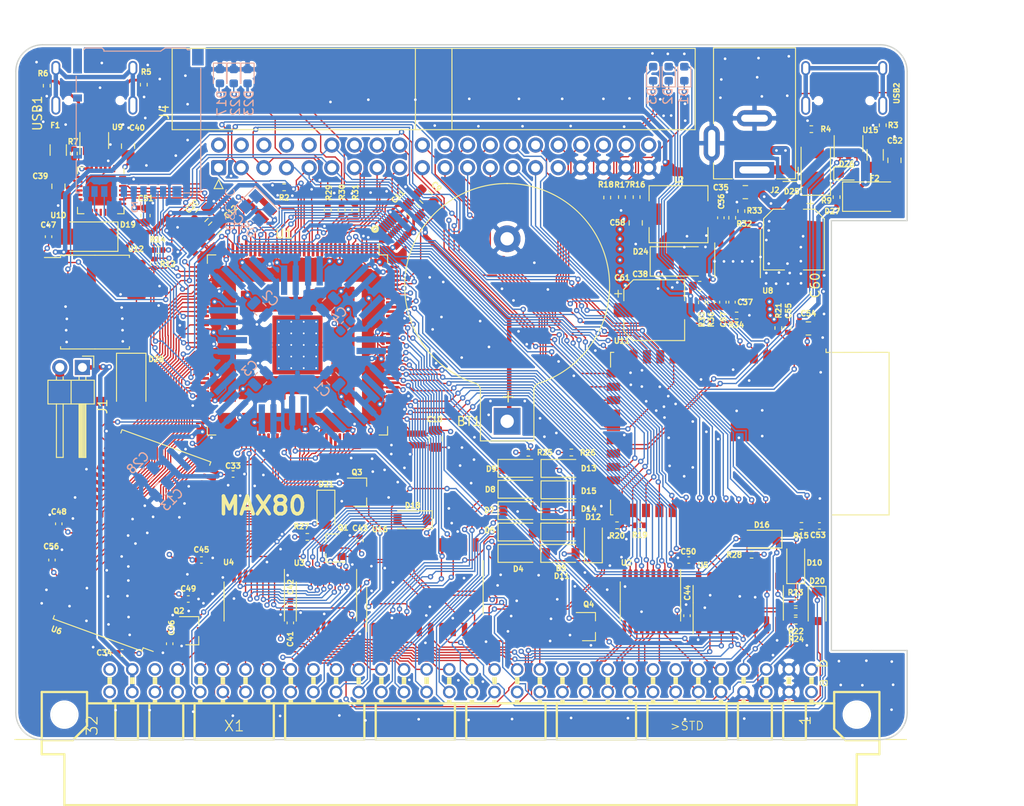
<source format=kicad_pcb>
(kicad_pcb (version 20171130) (host pcbnew 5.1.9-73d0e3b20d~88~ubuntu20.04.1)

  (general
    (thickness 1.6)
    (drawings 17)
    (tracks 4044)
    (zones 0)
    (modules 149)
    (nets 210)
  )

  (page A4)
  (title_block
    (title MAX80)
    (date 2021-01-31)
    (rev 0.01)
    (company "No name")
  )

  (layers
    (0 F.Cu signal)
    (1 In1.Cu signal)
    (2 In2.Cu signal)
    (31 B.Cu signal)
    (32 B.Adhes user)
    (33 F.Adhes user)
    (34 B.Paste user)
    (35 F.Paste user)
    (36 B.SilkS user)
    (37 F.SilkS user)
    (38 B.Mask user)
    (39 F.Mask user)
    (40 Dwgs.User user)
    (41 Cmts.User user)
    (42 Eco1.User user)
    (43 Eco2.User user)
    (44 Edge.Cuts user)
    (45 Margin user)
    (46 B.CrtYd user)
    (47 F.CrtYd user)
    (48 B.Fab user)
    (49 F.Fab user)
  )

  (setup
    (last_trace_width 0.15)
    (user_trace_width 0.3)
    (user_trace_width 0.5)
    (trace_clearance 0.15)
    (zone_clearance 0.2)
    (zone_45_only no)
    (trace_min 0.15)
    (via_size 0.6)
    (via_drill 0.3)
    (via_min_size 0.6)
    (via_min_drill 0.3)
    (uvia_size 0.3)
    (uvia_drill 0.1)
    (uvias_allowed no)
    (uvia_min_size 0.2)
    (uvia_min_drill 0.1)
    (edge_width 0.15)
    (segment_width 0.3)
    (pcb_text_width 0.3)
    (pcb_text_size 1.5 1.5)
    (mod_edge_width 0.15)
    (mod_text_size 1 1)
    (mod_text_width 0.15)
    (pad_size 2.6 1.6)
    (pad_drill 0)
    (pad_to_mask_clearance 0)
    (aux_axis_origin 0 0)
    (grid_origin 86.275 147.925)
    (visible_elements FFFFFF7F)
    (pcbplotparams
      (layerselection 0x010fc_ffffffff)
      (usegerberextensions false)
      (usegerberattributes true)
      (usegerberadvancedattributes true)
      (creategerberjobfile true)
      (excludeedgelayer true)
      (linewidth 0.100000)
      (plotframeref false)
      (viasonmask false)
      (mode 1)
      (useauxorigin false)
      (hpglpennumber 1)
      (hpglpenspeed 20)
      (hpglpendiameter 15.000000)
      (psnegative false)
      (psa4output false)
      (plotreference true)
      (plotvalue true)
      (plotinvisibletext false)
      (padsonsilk false)
      (subtractmaskfromsilk false)
      (outputformat 1)
      (mirror false)
      (drillshape 0)
      (scaleselection 1)
      (outputdirectory "abc80_gerber"))
  )

  (net 0 "")
  (net 1 VCC_ONE)
  (net 2 VCCA)
  (net 3 GND)
  (net 4 CLK0n)
  (net 5 +5V)
  (net 6 "Net-(R5-Pad2)")
  (net 7 "Net-(R6-Pad2)")
  (net 8 "Net-(R7-Pad1)")
  (net 9 "Net-(U10-Pad5)")
  (net 10 "Net-(U10-Pad4)")
  (net 11 "Net-(U9-Pad4)")
  (net 12 "Net-(U9-Pad6)")
  (net 13 "Net-(USB1-Pad13)")
  (net 14 "Net-(BT1-Pad1)")
  (net 15 /A4)
  (net 16 /A3)
  (net 17 /A2)
  (net 18 /A1)
  (net 19 /A0)
  (net 20 /IO0)
  (net 21 /IO3)
  (net 22 /IO4)
  (net 23 /IO5)
  (net 24 /IO6)
  (net 25 /IO7)
  (net 26 /WE)
  (net 27 /A11)
  (net 28 /IO9)
  (net 29 /A8)
  (net 30 /A7)
  (net 31 /A6)
  (net 32 /A5)
  (net 33 /A9)
  (net 34 /A10)
  (net 35 /A12)
  (net 36 /IO8)
  (net 37 /IO10)
  (net 38 /IO11)
  (net 39 /IO12)
  (net 40 /IO13)
  (net 41 /IO14)
  (net 42 /IO15)
  (net 43 /abc80bus/D7)
  (net 44 /abc80bus/D6)
  (net 45 /abc80bus/D5)
  (net 46 /abc80bus/D4)
  (net 47 /abc80bus/D3)
  (net 48 /abc80bus/D2)
  (net 49 /abc80bus/D1)
  (net 50 /abc80bus/D0)
  (net 51 /abc80bus/A8)
  (net 52 /abc80bus/A9)
  (net 53 /abc80bus/A10)
  (net 54 /abc80bus/A11)
  (net 55 /abc80bus/A12)
  (net 56 /abc80bus/A13)
  (net 57 /abc80bus/A14)
  (net 58 /abc80bus/A15)
  (net 59 /abc80bus/A7)
  (net 60 /abc80bus/A6)
  (net 61 /abc80bus/A5)
  (net 62 /abc80bus/A4)
  (net 63 /abc80bus/A3)
  (net 64 /abc80bus/A2)
  (net 65 /abc80bus/A1)
  (net 66 /abc80bus/A0)
  (net 67 /IO1)
  (net 68 /IO2)
  (net 69 /32KHZ)
  (net 70 /RTC_INT)
  (net 71 /abc80bus/ABC5V)
  (net 72 /SD_DAT1)
  (net 73 /SD_DAT2)
  (net 74 /SD_DAT3)
  (net 75 /SD_CMD)
  (net 76 /SD_CLK)
  (net 77 /SD_DAT0)
  (net 78 FPGA_TDI)
  (net 79 FPGA_TMS)
  (net 80 FPGA_TDO)
  (net 81 FPGA_TCK)
  (net 82 ABC_CLK_5)
  (net 83 /FPGA_SCL)
  (net 84 /FPGA_SDA)
  (net 85 FPGA_SPI_MISO)
  (net 86 FPGA_SPI_MOSI)
  (net 87 FPGA_SPI_CLK)
  (net 88 FGPA_SPI_CS_ESP32)
  (net 89 INT_ESP32)
  (net 90 "Net-(C53-Pad1)")
  (net 91 "Net-(F2-Pad2)")
  (net 92 ESP32_TDO)
  (net 93 ESP32_TCK)
  (net 94 ESP32_TMS)
  (net 95 ESP32_IO0)
  (net 96 ESP32_RXD)
  (net 97 ESP32_TXD)
  (net 98 ESP32_EN)
  (net 99 "Net-(R3-Pad2)")
  (net 100 "Net-(R4-Pad2)")
  (net 101 /ESP32/USB_D-)
  (net 102 /ESP32/USB_D+)
  (net 103 ESP32_TDI)
  (net 104 "Net-(U15-Pad6)")
  (net 105 "Net-(U15-Pad4)")
  (net 106 "Net-(USB2-Pad13)")
  (net 107 "Net-(D1-Pad2)")
  (net 108 "Net-(D1-Pad1)")
  (net 109 "Net-(D2-Pad2)")
  (net 110 "Net-(D2-Pad1)")
  (net 111 "Net-(D3-Pad2)")
  (net 112 "Net-(D3-Pad1)")
  (net 113 ESP32_SCL)
  (net 114 ESP32_SDA)
  (net 115 ESP32_CS2)
  (net 116 ESP32_CS0)
  (net 117 ESP32_MISO)
  (net 118 ESP32_SCK)
  (net 119 ESP32_MOSI)
  (net 120 ESP32_CS1)
  (net 121 /FPGA_USB_TXD)
  (net 122 /FPGA_USB_RXD)
  (net 123 /abc80bus/~XMEMW80)
  (net 124 /abc80bus/~CS)
  (net 125 /abc80bus/~C4)
  (net 126 /abc80bus/~C3)
  (net 127 /abc80bus/~C2)
  (net 128 /abc80bus/~C1)
  (net 129 /abc80bus/~OUT)
  (net 130 /abc80bus/~XOUT)
  (net 131 /abc80bus/~RST)
  (net 132 ~IORD)
  (net 133 /abc80bus/~XMEMFL)
  (net 134 /abc80bus/~XIN)
  (net 135 /abc80bus/~INP)
  (net 136 /abc80bus/~STATUS)
  (net 137 ~MEMRW)
  (net 138 "Net-(D18-Pad1)")
  (net 139 /abc80bus/~XINPSTB)
  (net 140 /abc80bus/~XOUTSTB)
  (net 141 /abc80bus/~XMEMW800)
  (net 142 ADSEL0)
  (net 143 ADSEL1)
  (net 144 "Net-(U3-Pad19)")
  (net 145 "Net-(U4-Pad19)")
  (net 146 /abc80bus/~INT)
  (net 147 ~IORW)
  (net 148 ~MEMRD)
  (net 149 AD0)
  (net 150 AD1)
  (net 151 AD2)
  (net 152 AD3)
  (net 153 AD4)
  (net 154 AD5)
  (net 155 AD6)
  (net 156 AD7)
  (net 157 O1)
  (net 158 O2)
  (net 159 /abc80bus/~RESIN)
  (net 160 /abc80bus/~XM)
  (net 161 /abc80bus/Y0)
  (net 162 /abc80bus/~Y0)
  (net 163 "Net-(D20-Pad1)")
  (net 164 "Net-(D21-Pad1)")
  (net 165 /FPGA_LED1)
  (net 166 /FPGA_LED2)
  (net 167 /FPGA_LED3)
  (net 168 "Net-(D17-Pad2)")
  (net 169 "Net-(D22-Pad2)")
  (net 170 "Net-(D23-Pad2)")
  (net 171 FPGA_GPIO3)
  (net 172 FPGA_GPIO2)
  (net 173 FPGA_GPIO1)
  (net 174 FPGA_GPIO0)
  (net 175 FPGA_GPIO5)
  (net 176 FPGA_GPIO4)
  (net 177 "Net-(C36-Pad1)")
  (net 178 "Net-(C37-Pad2)")
  (net 179 "Net-(C37-Pad1)")
  (net 180 "Net-(C38-Pad2)")
  (net 181 "Net-(R32-Pad2)")
  (net 182 "Net-(R35-Pad2)")
  (net 183 "Net-(C38-Pad1)")
  (net 184 /abc80bus/READY)
  (net 185 /abc80bus/~NMI)
  (net 186 ~FPGA_READY)
  (net 187 FPGA_NMI)
  (net 188 "Net-(U1-Pad88)")
  (net 189 "Net-(C39-Pad2)")
  (net 190 "Net-(C52-Pad2)")
  (net 191 "Net-(D26-Pad2)")
  (net 192 FPGA_RESIN)
  (net 193 ABC_CLK_3)
  (net 194 /DQMH)
  (net 195 /CLK)
  (net 196 /CKE)
  (net 197 /BA1)
  (net 198 /BA0)
  (net 199 /CS)
  (net 200 /RAS)
  (net 201 /CAS)
  (net 202 /DQML)
  (net 203 "Net-(D28-Pad2)")
  (net 204 "Net-(D25-Pad2)")
  (net 205 "Net-(F1-Pad2)")
  (net 206 /FPGA_USB_RTS)
  (net 207 /FPGA_USB_CTS)
  (net 208 /FPGA_USB_DTR)
  (net 209 FPGA_JTAGEN)

  (net_class Default "This is the default net class."
    (clearance 0.15)
    (trace_width 0.15)
    (via_dia 0.6)
    (via_drill 0.3)
    (uvia_dia 0.3)
    (uvia_drill 0.1)
    (add_net +5V)
    (add_net /32KHZ)
    (add_net /A0)
    (add_net /A1)
    (add_net /A10)
    (add_net /A11)
    (add_net /A12)
    (add_net /A2)
    (add_net /A3)
    (add_net /A4)
    (add_net /A5)
    (add_net /A6)
    (add_net /A7)
    (add_net /A8)
    (add_net /A9)
    (add_net /BA0)
    (add_net /BA1)
    (add_net /CAS)
    (add_net /CKE)
    (add_net /CLK)
    (add_net /CS)
    (add_net /DQMH)
    (add_net /DQML)
    (add_net /ESP32/USB_D+)
    (add_net /ESP32/USB_D-)
    (add_net /FPGA_LED1)
    (add_net /FPGA_LED2)
    (add_net /FPGA_LED3)
    (add_net /FPGA_SCL)
    (add_net /FPGA_SDA)
    (add_net /FPGA_USB_CTS)
    (add_net /FPGA_USB_DTR)
    (add_net /FPGA_USB_RTS)
    (add_net /FPGA_USB_RXD)
    (add_net /FPGA_USB_TXD)
    (add_net /IO0)
    (add_net /IO1)
    (add_net /IO10)
    (add_net /IO11)
    (add_net /IO12)
    (add_net /IO13)
    (add_net /IO14)
    (add_net /IO15)
    (add_net /IO2)
    (add_net /IO3)
    (add_net /IO4)
    (add_net /IO5)
    (add_net /IO6)
    (add_net /IO7)
    (add_net /IO8)
    (add_net /IO9)
    (add_net /RAS)
    (add_net /RTC_INT)
    (add_net /SD_CLK)
    (add_net /SD_CMD)
    (add_net /SD_DAT0)
    (add_net /SD_DAT1)
    (add_net /SD_DAT2)
    (add_net /SD_DAT3)
    (add_net /WE)
    (add_net /abc80bus/A0)
    (add_net /abc80bus/A1)
    (add_net /abc80bus/A10)
    (add_net /abc80bus/A11)
    (add_net /abc80bus/A12)
    (add_net /abc80bus/A13)
    (add_net /abc80bus/A14)
    (add_net /abc80bus/A15)
    (add_net /abc80bus/A2)
    (add_net /abc80bus/A3)
    (add_net /abc80bus/A4)
    (add_net /abc80bus/A5)
    (add_net /abc80bus/A6)
    (add_net /abc80bus/A7)
    (add_net /abc80bus/A8)
    (add_net /abc80bus/A9)
    (add_net /abc80bus/ABC5V)
    (add_net /abc80bus/D0)
    (add_net /abc80bus/D1)
    (add_net /abc80bus/D2)
    (add_net /abc80bus/D3)
    (add_net /abc80bus/D4)
    (add_net /abc80bus/D5)
    (add_net /abc80bus/D6)
    (add_net /abc80bus/D7)
    (add_net /abc80bus/READY)
    (add_net /abc80bus/Y0)
    (add_net /abc80bus/~C1)
    (add_net /abc80bus/~C2)
    (add_net /abc80bus/~C3)
    (add_net /abc80bus/~C4)
    (add_net /abc80bus/~CS)
    (add_net /abc80bus/~INP)
    (add_net /abc80bus/~INT)
    (add_net /abc80bus/~NMI)
    (add_net /abc80bus/~OUT)
    (add_net /abc80bus/~RESIN)
    (add_net /abc80bus/~RST)
    (add_net /abc80bus/~STATUS)
    (add_net /abc80bus/~XIN)
    (add_net /abc80bus/~XINPSTB)
    (add_net /abc80bus/~XM)
    (add_net /abc80bus/~XMEMFL)
    (add_net /abc80bus/~XMEMW80)
    (add_net /abc80bus/~XMEMW800)
    (add_net /abc80bus/~XOUT)
    (add_net /abc80bus/~XOUTSTB)
    (add_net /abc80bus/~Y0)
    (add_net ABC_CLK_3)
    (add_net ABC_CLK_5)
    (add_net AD0)
    (add_net AD1)
    (add_net AD2)
    (add_net AD3)
    (add_net AD4)
    (add_net AD5)
    (add_net AD6)
    (add_net AD7)
    (add_net ADSEL0)
    (add_net ADSEL1)
    (add_net CLK0n)
    (add_net ESP32_CS0)
    (add_net ESP32_CS1)
    (add_net ESP32_CS2)
    (add_net ESP32_EN)
    (add_net ESP32_IO0)
    (add_net ESP32_MISO)
    (add_net ESP32_MOSI)
    (add_net ESP32_RXD)
    (add_net ESP32_SCK)
    (add_net ESP32_SCL)
    (add_net ESP32_SDA)
    (add_net ESP32_TCK)
    (add_net ESP32_TDI)
    (add_net ESP32_TDO)
    (add_net ESP32_TMS)
    (add_net ESP32_TXD)
    (add_net FGPA_SPI_CS_ESP32)
    (add_net FPGA_GPIO0)
    (add_net FPGA_GPIO1)
    (add_net FPGA_GPIO2)
    (add_net FPGA_GPIO3)
    (add_net FPGA_GPIO4)
    (add_net FPGA_GPIO5)
    (add_net FPGA_JTAGEN)
    (add_net FPGA_NMI)
    (add_net FPGA_RESIN)
    (add_net FPGA_SPI_CLK)
    (add_net FPGA_SPI_MISO)
    (add_net FPGA_SPI_MOSI)
    (add_net FPGA_TCK)
    (add_net FPGA_TDI)
    (add_net FPGA_TDO)
    (add_net FPGA_TMS)
    (add_net GND)
    (add_net INT_ESP32)
    (add_net "Net-(BT1-Pad1)")
    (add_net "Net-(C36-Pad1)")
    (add_net "Net-(C37-Pad1)")
    (add_net "Net-(C37-Pad2)")
    (add_net "Net-(C38-Pad1)")
    (add_net "Net-(C38-Pad2)")
    (add_net "Net-(C39-Pad2)")
    (add_net "Net-(C52-Pad2)")
    (add_net "Net-(C53-Pad1)")
    (add_net "Net-(D1-Pad1)")
    (add_net "Net-(D1-Pad2)")
    (add_net "Net-(D17-Pad2)")
    (add_net "Net-(D18-Pad1)")
    (add_net "Net-(D2-Pad1)")
    (add_net "Net-(D2-Pad2)")
    (add_net "Net-(D20-Pad1)")
    (add_net "Net-(D21-Pad1)")
    (add_net "Net-(D22-Pad2)")
    (add_net "Net-(D23-Pad2)")
    (add_net "Net-(D25-Pad2)")
    (add_net "Net-(D26-Pad2)")
    (add_net "Net-(D28-Pad2)")
    (add_net "Net-(D3-Pad1)")
    (add_net "Net-(D3-Pad2)")
    (add_net "Net-(F1-Pad2)")
    (add_net "Net-(F2-Pad2)")
    (add_net "Net-(J4-Pad40)")
    (add_net "Net-(J4-Pad6)")
    (add_net "Net-(J4-Pad8)")
    (add_net "Net-(R3-Pad2)")
    (add_net "Net-(R32-Pad2)")
    (add_net "Net-(R35-Pad2)")
    (add_net "Net-(R4-Pad2)")
    (add_net "Net-(R5-Pad2)")
    (add_net "Net-(R6-Pad2)")
    (add_net "Net-(R7-Pad1)")
    (add_net "Net-(U1-Pad106)")
    (add_net "Net-(U1-Pad88)")
    (add_net "Net-(U10-Pad1)")
    (add_net "Net-(U10-Pad10)")
    (add_net "Net-(U10-Pad11)")
    (add_net "Net-(U10-Pad12)")
    (add_net "Net-(U10-Pad13)")
    (add_net "Net-(U10-Pad14)")
    (add_net "Net-(U10-Pad15)")
    (add_net "Net-(U10-Pad16)")
    (add_net "Net-(U10-Pad17)")
    (add_net "Net-(U10-Pad18)")
    (add_net "Net-(U10-Pad19)")
    (add_net "Net-(U10-Pad2)")
    (add_net "Net-(U10-Pad20)")
    (add_net "Net-(U10-Pad21)")
    (add_net "Net-(U10-Pad22)")
    (add_net "Net-(U10-Pad27)")
    (add_net "Net-(U10-Pad4)")
    (add_net "Net-(U10-Pad5)")
    (add_net "Net-(U11-Pad10)")
    (add_net "Net-(U11-Pad11)")
    (add_net "Net-(U11-Pad39)")
    (add_net "Net-(U11-Pad4)")
    (add_net "Net-(U11-Pad40)")
    (add_net "Net-(U12-Pad4)")
    (add_net "Net-(U15-Pad4)")
    (add_net "Net-(U15-Pad6)")
    (add_net "Net-(U3-Pad19)")
    (add_net "Net-(U4-Pad19)")
    (add_net "Net-(U5-Pad11)")
    (add_net "Net-(U5-Pad12)")
    (add_net "Net-(U5-Pad7)")
    (add_net "Net-(U6-Pad40)")
    (add_net "Net-(U9-Pad4)")
    (add_net "Net-(U9-Pad6)")
    (add_net "Net-(USB1-Pad13)")
    (add_net "Net-(USB1-Pad3)")
    (add_net "Net-(USB1-Pad5)")
    (add_net "Net-(USB1-Pad8)")
    (add_net "Net-(USB1-Pad9)")
    (add_net "Net-(USB2-Pad13)")
    (add_net "Net-(USB2-Pad3)")
    (add_net "Net-(USB2-Pad5)")
    (add_net "Net-(USB2-Pad8)")
    (add_net "Net-(USB2-Pad9)")
    (add_net "Net-(X1-PadA1)")
    (add_net "Net-(X1-PadA14)")
    (add_net "Net-(X1-PadA25)")
    (add_net "Net-(X1-PadA29)")
    (add_net "Net-(X1-PadA32)")
    (add_net "Net-(X1-PadB1)")
    (add_net "Net-(X1-PadB10)")
    (add_net "Net-(X1-PadB11)")
    (add_net "Net-(X1-PadB12)")
    (add_net "Net-(X1-PadB30)")
    (add_net "Net-(X1-PadB32)")
    (add_net "Net-(X1-PadB6)")
    (add_net "Net-(X1-PadB7)")
    (add_net "Net-(X1-PadB8)")
    (add_net "Net-(X1-PadB9)")
    (add_net O1)
    (add_net O2)
    (add_net VCCA)
    (add_net VCC_ONE)
    (add_net ~FPGA_READY)
    (add_net ~IORD)
    (add_net ~IORW)
    (add_net ~MEMRD)
    (add_net ~MEMRW)
  )

  (module Diode_SMD:D_SMA (layer F.Cu) (tedit 586432E5) (tstamp 6032CF27)
    (at 65.447 139.035 270)
    (descr "Diode SMA (DO-214AC)")
    (tags "Diode SMA (DO-214AC)")
    (path /6013B380/603612AB)
    (attr smd)
    (fp_text reference D28 (at -2.735 -2.803 180) (layer F.SilkS)
      (effects (font (size 0.6 0.6) (thickness 0.15)))
    )
    (fp_text value MBRA340T (at 0 2.6 90) (layer F.Fab)
      (effects (font (size 1 1) (thickness 0.15)))
    )
    (fp_line (start -3.4 -1.65) (end 2 -1.65) (layer F.SilkS) (width 0.12))
    (fp_line (start -3.4 1.65) (end 2 1.65) (layer F.SilkS) (width 0.12))
    (fp_line (start -0.64944 0.00102) (end 0.50118 -0.79908) (layer F.Fab) (width 0.1))
    (fp_line (start -0.64944 0.00102) (end 0.50118 0.75032) (layer F.Fab) (width 0.1))
    (fp_line (start 0.50118 0.75032) (end 0.50118 -0.79908) (layer F.Fab) (width 0.1))
    (fp_line (start -0.64944 -0.79908) (end -0.64944 0.80112) (layer F.Fab) (width 0.1))
    (fp_line (start 0.50118 0.00102) (end 1.4994 0.00102) (layer F.Fab) (width 0.1))
    (fp_line (start -0.64944 0.00102) (end -1.55114 0.00102) (layer F.Fab) (width 0.1))
    (fp_line (start -3.5 1.75) (end -3.5 -1.75) (layer F.CrtYd) (width 0.05))
    (fp_line (start 3.5 1.75) (end -3.5 1.75) (layer F.CrtYd) (width 0.05))
    (fp_line (start 3.5 -1.75) (end 3.5 1.75) (layer F.CrtYd) (width 0.05))
    (fp_line (start -3.5 -1.75) (end 3.5 -1.75) (layer F.CrtYd) (width 0.05))
    (fp_line (start 2.3 -1.5) (end -2.3 -1.5) (layer F.Fab) (width 0.1))
    (fp_line (start 2.3 -1.5) (end 2.3 1.5) (layer F.Fab) (width 0.1))
    (fp_line (start -2.3 1.5) (end -2.3 -1.5) (layer F.Fab) (width 0.1))
    (fp_line (start 2.3 1.5) (end -2.3 1.5) (layer F.Fab) (width 0.1))
    (fp_line (start -3.4 -1.65) (end -3.4 1.65) (layer F.SilkS) (width 0.12))
    (fp_text user %R (at 0 -2.5 90) (layer F.Fab)
      (effects (font (size 1 1) (thickness 0.15)))
    )
    (pad 2 smd rect (at 2 0 270) (size 2.5 1.8) (layers F.Cu F.Paste F.Mask)
      (net 203 "Net-(D28-Pad2)"))
    (pad 1 smd rect (at -2 0 270) (size 2.5 1.8) (layers F.Cu F.Paste F.Mask)
      (net 5 +5V))
    (model ${KISYS3DMOD}/Diode_SMD.3dshapes/D_SMA.wrl
      (at (xyz 0 0 0))
      (scale (xyz 1 1 1))
      (rotate (xyz 0 0 0))
    )
  )

  (module Capacitor_SMD:C_0402_1005Metric (layer F.Cu) (tedit 5F68FEEE) (tstamp 6039D96A)
    (at 56.557 158.847 90)
    (descr "Capacitor SMD 0402 (1005 Metric), square (rectangular) end terminal, IPC_7351 nominal, (Body size source: IPC-SM-782 page 76, https://www.pcb-3d.com/wordpress/wp-content/uploads/ipc-sm-782a_amendment_1_and_2.pdf), generated with kicad-footprint-generator")
    (tags capacitor)
    (path /6091A70C)
    (attr smd)
    (fp_text reference C56 (at 1.522 -0.082 180) (layer F.SilkS)
      (effects (font (size 0.6 0.6) (thickness 0.15)))
    )
    (fp_text value 100nF (at 0 1.16 90) (layer F.Fab)
      (effects (font (size 1 1) (thickness 0.15)))
    )
    (fp_line (start 0.91 0.46) (end -0.91 0.46) (layer F.CrtYd) (width 0.05))
    (fp_line (start 0.91 -0.46) (end 0.91 0.46) (layer F.CrtYd) (width 0.05))
    (fp_line (start -0.91 -0.46) (end 0.91 -0.46) (layer F.CrtYd) (width 0.05))
    (fp_line (start -0.91 0.46) (end -0.91 -0.46) (layer F.CrtYd) (width 0.05))
    (fp_line (start -0.107836 0.36) (end 0.107836 0.36) (layer F.SilkS) (width 0.12))
    (fp_line (start -0.107836 -0.36) (end 0.107836 -0.36) (layer F.SilkS) (width 0.12))
    (fp_line (start 0.5 0.25) (end -0.5 0.25) (layer F.Fab) (width 0.1))
    (fp_line (start 0.5 -0.25) (end 0.5 0.25) (layer F.Fab) (width 0.1))
    (fp_line (start -0.5 -0.25) (end 0.5 -0.25) (layer F.Fab) (width 0.1))
    (fp_line (start -0.5 0.25) (end -0.5 -0.25) (layer F.Fab) (width 0.1))
    (fp_text user %R (at 0 0 90) (layer F.Fab)
      (effects (font (size 0.25 0.25) (thickness 0.04)))
    )
    (pad 2 smd roundrect (at 0.48 0 90) (size 0.56 0.62) (layers F.Cu F.Paste F.Mask) (roundrect_rratio 0.25)
      (net 3 GND))
    (pad 1 smd roundrect (at -0.48 0 90) (size 0.56 0.62) (layers F.Cu F.Paste F.Mask) (roundrect_rratio 0.25)
      (net 1 VCC_ONE))
    (model ${KISYS3DMOD}/Capacitor_SMD.3dshapes/C_0402_1005Metric.wrl
      (at (xyz 0 0 0))
      (scale (xyz 1 1 1))
      (rotate (xyz 0 0 0))
    )
  )

  (module Capacitor_SMD:C_0402_1005Metric (layer F.Cu) (tedit 5F68FEEE) (tstamp 603AB1B9)
    (at 69.765 168.245 270)
    (descr "Capacitor SMD 0402 (1005 Metric), square (rectangular) end terminal, IPC_7351 nominal, (Body size source: IPC-SM-782 page 76, https://www.pcb-3d.com/wordpress/wp-content/uploads/ipc-sm-782a_amendment_1_and_2.pdf), generated with kicad-footprint-generator")
    (tags capacitor)
    (path /60932F0E)
    (attr smd)
    (fp_text reference C46 (at -1.795 -0.21 270) (layer F.SilkS)
      (effects (font (size 0.6 0.6) (thickness 0.15)))
    )
    (fp_text value 100nF (at 0 1.16 90) (layer F.Fab)
      (effects (font (size 1 1) (thickness 0.15)))
    )
    (fp_line (start 0.91 0.46) (end -0.91 0.46) (layer F.CrtYd) (width 0.05))
    (fp_line (start 0.91 -0.46) (end 0.91 0.46) (layer F.CrtYd) (width 0.05))
    (fp_line (start -0.91 -0.46) (end 0.91 -0.46) (layer F.CrtYd) (width 0.05))
    (fp_line (start -0.91 0.46) (end -0.91 -0.46) (layer F.CrtYd) (width 0.05))
    (fp_line (start -0.107836 0.36) (end 0.107836 0.36) (layer F.SilkS) (width 0.12))
    (fp_line (start -0.107836 -0.36) (end 0.107836 -0.36) (layer F.SilkS) (width 0.12))
    (fp_line (start 0.5 0.25) (end -0.5 0.25) (layer F.Fab) (width 0.1))
    (fp_line (start 0.5 -0.25) (end 0.5 0.25) (layer F.Fab) (width 0.1))
    (fp_line (start -0.5 -0.25) (end 0.5 -0.25) (layer F.Fab) (width 0.1))
    (fp_line (start -0.5 0.25) (end -0.5 -0.25) (layer F.Fab) (width 0.1))
    (fp_text user %R (at 0 0 90) (layer F.Fab)
      (effects (font (size 0.25 0.25) (thickness 0.04)))
    )
    (pad 2 smd roundrect (at 0.48 0 270) (size 0.56 0.62) (layers F.Cu F.Paste F.Mask) (roundrect_rratio 0.25)
      (net 3 GND))
    (pad 1 smd roundrect (at -0.48 0 270) (size 0.56 0.62) (layers F.Cu F.Paste F.Mask) (roundrect_rratio 0.25)
      (net 1 VCC_ONE))
    (model ${KISYS3DMOD}/Capacitor_SMD.3dshapes/C_0402_1005Metric.wrl
      (at (xyz 0 0 0))
      (scale (xyz 1 1 1))
      (rotate (xyz 0 0 0))
    )
  )

  (module Capacitor_SMD:C_0402_1005Metric (layer F.Cu) (tedit 5F68FEEE) (tstamp 603AB1A8)
    (at 73.321 158.847)
    (descr "Capacitor SMD 0402 (1005 Metric), square (rectangular) end terminal, IPC_7351 nominal, (Body size source: IPC-SM-782 page 76, https://www.pcb-3d.com/wordpress/wp-content/uploads/ipc-sm-782a_amendment_1_and_2.pdf), generated with kicad-footprint-generator")
    (tags capacitor)
    (path /6094CE83)
    (attr smd)
    (fp_text reference C45 (at 0 -1.16) (layer F.SilkS)
      (effects (font (size 0.6 0.6) (thickness 0.15)))
    )
    (fp_text value 100nF (at 0 1.16) (layer F.Fab)
      (effects (font (size 1 1) (thickness 0.15)))
    )
    (fp_line (start 0.91 0.46) (end -0.91 0.46) (layer F.CrtYd) (width 0.05))
    (fp_line (start 0.91 -0.46) (end 0.91 0.46) (layer F.CrtYd) (width 0.05))
    (fp_line (start -0.91 -0.46) (end 0.91 -0.46) (layer F.CrtYd) (width 0.05))
    (fp_line (start -0.91 0.46) (end -0.91 -0.46) (layer F.CrtYd) (width 0.05))
    (fp_line (start -0.107836 0.36) (end 0.107836 0.36) (layer F.SilkS) (width 0.12))
    (fp_line (start -0.107836 -0.36) (end 0.107836 -0.36) (layer F.SilkS) (width 0.12))
    (fp_line (start 0.5 0.25) (end -0.5 0.25) (layer F.Fab) (width 0.1))
    (fp_line (start 0.5 -0.25) (end 0.5 0.25) (layer F.Fab) (width 0.1))
    (fp_line (start -0.5 -0.25) (end 0.5 -0.25) (layer F.Fab) (width 0.1))
    (fp_line (start -0.5 0.25) (end -0.5 -0.25) (layer F.Fab) (width 0.1))
    (fp_text user %R (at 0 0) (layer F.Fab)
      (effects (font (size 0.25 0.25) (thickness 0.04)))
    )
    (pad 2 smd roundrect (at 0.48 0) (size 0.56 0.62) (layers F.Cu F.Paste F.Mask) (roundrect_rratio 0.25)
      (net 3 GND))
    (pad 1 smd roundrect (at -0.48 0) (size 0.56 0.62) (layers F.Cu F.Paste F.Mask) (roundrect_rratio 0.25)
      (net 1 VCC_ONE))
    (model ${KISYS3DMOD}/Capacitor_SMD.3dshapes/C_0402_1005Metric.wrl
      (at (xyz 0 0 0))
      (scale (xyz 1 1 1))
      (rotate (xyz 0 0 0))
    )
  )

  (module Capacitor_SMD:C_0402_1005Metric (layer F.Cu) (tedit 5F68FEEE) (tstamp 603AC9A5)
    (at 64.431 169.261 180)
    (descr "Capacitor SMD 0402 (1005 Metric), square (rectangular) end terminal, IPC_7351 nominal, (Body size source: IPC-SM-782 page 76, https://www.pcb-3d.com/wordpress/wp-content/uploads/ipc-sm-782a_amendment_1_and_2.pdf), generated with kicad-footprint-generator")
    (tags capacitor)
    (path /6097D4FE)
    (attr smd)
    (fp_text reference C34 (at 2.006 0) (layer F.SilkS)
      (effects (font (size 0.6 0.6) (thickness 0.15)))
    )
    (fp_text value 100nF (at 0 1.16) (layer F.Fab)
      (effects (font (size 1 1) (thickness 0.15)))
    )
    (fp_line (start 0.91 0.46) (end -0.91 0.46) (layer F.CrtYd) (width 0.05))
    (fp_line (start 0.91 -0.46) (end 0.91 0.46) (layer F.CrtYd) (width 0.05))
    (fp_line (start -0.91 -0.46) (end 0.91 -0.46) (layer F.CrtYd) (width 0.05))
    (fp_line (start -0.91 0.46) (end -0.91 -0.46) (layer F.CrtYd) (width 0.05))
    (fp_line (start -0.107836 0.36) (end 0.107836 0.36) (layer F.SilkS) (width 0.12))
    (fp_line (start -0.107836 -0.36) (end 0.107836 -0.36) (layer F.SilkS) (width 0.12))
    (fp_line (start 0.5 0.25) (end -0.5 0.25) (layer F.Fab) (width 0.1))
    (fp_line (start 0.5 -0.25) (end 0.5 0.25) (layer F.Fab) (width 0.1))
    (fp_line (start -0.5 -0.25) (end 0.5 -0.25) (layer F.Fab) (width 0.1))
    (fp_line (start -0.5 0.25) (end -0.5 -0.25) (layer F.Fab) (width 0.1))
    (fp_text user %R (at 0 0) (layer F.Fab)
      (effects (font (size 0.25 0.25) (thickness 0.04)))
    )
    (pad 2 smd roundrect (at 0.48 0 180) (size 0.56 0.62) (layers F.Cu F.Paste F.Mask) (roundrect_rratio 0.25)
      (net 3 GND))
    (pad 1 smd roundrect (at -0.48 0 180) (size 0.56 0.62) (layers F.Cu F.Paste F.Mask) (roundrect_rratio 0.25)
      (net 1 VCC_ONE))
    (model ${KISYS3DMOD}/Capacitor_SMD.3dshapes/C_0402_1005Metric.wrl
      (at (xyz 0 0 0))
      (scale (xyz 1 1 1))
      (rotate (xyz 0 0 0))
    )
  )

  (module Capacitor_SMD:C_0402_1005Metric (layer F.Cu) (tedit 5F68FEEE) (tstamp 603AB046)
    (at 76.877 149.195)
    (descr "Capacitor SMD 0402 (1005 Metric), square (rectangular) end terminal, IPC_7351 nominal, (Body size source: IPC-SM-782 page 76, https://www.pcb-3d.com/wordpress/wp-content/uploads/ipc-sm-782a_amendment_1_and_2.pdf), generated with kicad-footprint-generator")
    (tags capacitor)
    (path /60997E09)
    (attr smd)
    (fp_text reference C33 (at -0.002 -0.92) (layer F.SilkS)
      (effects (font (size 0.6 0.6) (thickness 0.15)))
    )
    (fp_text value 100nF (at 0 1.16) (layer F.Fab)
      (effects (font (size 1 1) (thickness 0.15)))
    )
    (fp_line (start 0.91 0.46) (end -0.91 0.46) (layer F.CrtYd) (width 0.05))
    (fp_line (start 0.91 -0.46) (end 0.91 0.46) (layer F.CrtYd) (width 0.05))
    (fp_line (start -0.91 -0.46) (end 0.91 -0.46) (layer F.CrtYd) (width 0.05))
    (fp_line (start -0.91 0.46) (end -0.91 -0.46) (layer F.CrtYd) (width 0.05))
    (fp_line (start -0.107836 0.36) (end 0.107836 0.36) (layer F.SilkS) (width 0.12))
    (fp_line (start -0.107836 -0.36) (end 0.107836 -0.36) (layer F.SilkS) (width 0.12))
    (fp_line (start 0.5 0.25) (end -0.5 0.25) (layer F.Fab) (width 0.1))
    (fp_line (start 0.5 -0.25) (end 0.5 0.25) (layer F.Fab) (width 0.1))
    (fp_line (start -0.5 -0.25) (end 0.5 -0.25) (layer F.Fab) (width 0.1))
    (fp_line (start -0.5 0.25) (end -0.5 -0.25) (layer F.Fab) (width 0.1))
    (fp_text user %R (at 0 0) (layer F.Fab)
      (effects (font (size 0.25 0.25) (thickness 0.04)))
    )
    (pad 2 smd roundrect (at 0.48 0) (size 0.56 0.62) (layers F.Cu F.Paste F.Mask) (roundrect_rratio 0.25)
      (net 3 GND))
    (pad 1 smd roundrect (at -0.48 0) (size 0.56 0.62) (layers F.Cu F.Paste F.Mask) (roundrect_rratio 0.25)
      (net 1 VCC_ONE))
    (model ${KISYS3DMOD}/Capacitor_SMD.3dshapes/C_0402_1005Metric.wrl
      (at (xyz 0 0 0))
      (scale (xyz 1 1 1))
      (rotate (xyz 0 0 0))
    )
  )

  (module Package_SO:TSOP-II-54_22.2x10.16mm_P0.8mm (layer F.Cu) (tedit 5B589EC7) (tstamp 60346482)
    (at 65.535 156.645 160)
    (descr "54-lead TSOP typ II package")
    (tags "TSOPII TSOP2")
    (path /604F9283)
    (attr smd)
    (fp_text reference U6 (at 4.513002 -12.365253 160) (layer F.SilkS)
      (effects (font (size 0.6 0.6) (thickness 0.15)))
    )
    (fp_text value MT48LC16M16A2P-6A (at 0 12.5 160) (layer F.Fab)
      (effects (font (size 0.85 0.85) (thickness 0.15)))
    )
    (fp_line (start -4.08 -11.11) (end 5.08 -11.11) (layer F.Fab) (width 0.1))
    (fp_line (start 5.08 -11.11) (end 5.08 11.11) (layer F.Fab) (width 0.1))
    (fp_line (start 5.08 11.11) (end -5.08 11.11) (layer F.Fab) (width 0.1))
    (fp_line (start -5.08 11.11) (end -5.08 -10.11) (layer F.Fab) (width 0.1))
    (fp_line (start -4.08 -11.11) (end -5.08 -10.11) (layer F.Fab) (width 0.1))
    (fp_line (start -6.5 -10.9) (end -5.3 -10.9) (layer F.SilkS) (width 0.12))
    (fp_line (start -5.3 -10.9) (end -5.3 -11.3) (layer F.SilkS) (width 0.12))
    (fp_line (start -5.3 -11.3) (end 5.3 -11.3) (layer F.SilkS) (width 0.12))
    (fp_line (start -5.3 11.3) (end 5.3 11.3) (layer F.SilkS) (width 0.12))
    (fp_line (start 5.3 -11.3) (end 5.3 -10.9) (layer F.SilkS) (width 0.12))
    (fp_line (start 5.3 10.9) (end 5.3 11.3) (layer F.SilkS) (width 0.12))
    (fp_line (start -5.3 10.9) (end -5.3 11.3) (layer F.SilkS) (width 0.12))
    (fp_line (start -6.76 -11.36) (end 6.76 -11.36) (layer F.CrtYd) (width 0.05))
    (fp_line (start 6.76 -11.36) (end 6.76 11.36) (layer F.CrtYd) (width 0.05))
    (fp_line (start 6.76 11.36) (end -6.76 11.36) (layer F.CrtYd) (width 0.05))
    (fp_line (start -6.76 -11.36) (end -6.76 11.36) (layer F.CrtYd) (width 0.05))
    (fp_text user %R (at 0 0 160) (layer F.Fab)
      (effects (font (size 1 1) (thickness 0.15)))
    )
    (pad 54 smd rect (at 5.75 -10.4 160) (size 1.51 0.458) (layers F.Cu F.Paste F.Mask)
      (net 3 GND))
    (pad 53 smd rect (at 5.75 -9.6 160) (size 1.51 0.458) (layers F.Cu F.Paste F.Mask)
      (net 42 /IO15))
    (pad 52 smd rect (at 5.75 -8.8 160) (size 1.51 0.458) (layers F.Cu F.Paste F.Mask)
      (net 3 GND))
    (pad 51 smd rect (at 5.75 -8 160) (size 1.51 0.458) (layers F.Cu F.Paste F.Mask)
      (net 41 /IO14))
    (pad 50 smd rect (at 5.75 -7.2 160) (size 1.51 0.458) (layers F.Cu F.Paste F.Mask)
      (net 40 /IO13))
    (pad 49 smd rect (at 5.75 -6.4 160) (size 1.51 0.458) (layers F.Cu F.Paste F.Mask)
      (net 1 VCC_ONE))
    (pad 48 smd rect (at 5.75 -5.6 160) (size 1.51 0.458) (layers F.Cu F.Paste F.Mask)
      (net 39 /IO12))
    (pad 47 smd rect (at 5.75 -4.8 160) (size 1.51 0.458) (layers F.Cu F.Paste F.Mask)
      (net 38 /IO11))
    (pad 46 smd rect (at 5.75 -4 160) (size 1.51 0.458) (layers F.Cu F.Paste F.Mask)
      (net 3 GND))
    (pad 45 smd rect (at 5.75 -3.2 160) (size 1.51 0.458) (layers F.Cu F.Paste F.Mask)
      (net 37 /IO10))
    (pad 44 smd rect (at 5.75 -2.4 160) (size 1.51 0.458) (layers F.Cu F.Paste F.Mask)
      (net 28 /IO9))
    (pad 43 smd rect (at 5.75 -1.6 160) (size 1.51 0.458) (layers F.Cu F.Paste F.Mask)
      (net 1 VCC_ONE))
    (pad 42 smd rect (at 5.75 -0.8 160) (size 1.51 0.458) (layers F.Cu F.Paste F.Mask)
      (net 36 /IO8))
    (pad 41 smd rect (at 5.75 0 160) (size 1.51 0.458) (layers F.Cu F.Paste F.Mask)
      (net 3 GND))
    (pad 40 smd rect (at 5.75 0.8 160) (size 1.51 0.458) (layers F.Cu F.Paste F.Mask))
    (pad 39 smd rect (at 5.75 1.6 160) (size 1.51 0.458) (layers F.Cu F.Paste F.Mask)
      (net 194 /DQMH))
    (pad 38 smd rect (at 5.75 2.4 160) (size 1.51 0.458) (layers F.Cu F.Paste F.Mask)
      (net 195 /CLK))
    (pad 37 smd rect (at 5.75 3.2 160) (size 1.51 0.458) (layers F.Cu F.Paste F.Mask)
      (net 196 /CKE))
    (pad 36 smd rect (at 5.75 4 160) (size 1.51 0.458) (layers F.Cu F.Paste F.Mask)
      (net 35 /A12))
    (pad 35 smd rect (at 5.75 4.8 160) (size 1.51 0.458) (layers F.Cu F.Paste F.Mask)
      (net 27 /A11))
    (pad 34 smd rect (at 5.75 5.6 160) (size 1.51 0.458) (layers F.Cu F.Paste F.Mask)
      (net 33 /A9))
    (pad 33 smd rect (at 5.75 6.4 160) (size 1.51 0.458) (layers F.Cu F.Paste F.Mask)
      (net 29 /A8))
    (pad 32 smd rect (at 5.75 7.2 160) (size 1.51 0.458) (layers F.Cu F.Paste F.Mask)
      (net 30 /A7))
    (pad 31 smd rect (at 5.75 8 160) (size 1.51 0.458) (layers F.Cu F.Paste F.Mask)
      (net 31 /A6))
    (pad 30 smd rect (at 5.75 8.8 160) (size 1.51 0.458) (layers F.Cu F.Paste F.Mask)
      (net 32 /A5))
    (pad 29 smd rect (at 5.75 9.6 160) (size 1.51 0.458) (layers F.Cu F.Paste F.Mask)
      (net 15 /A4))
    (pad 28 smd rect (at 5.75 10.4 160) (size 1.51 0.458) (layers F.Cu F.Paste F.Mask)
      (net 3 GND))
    (pad 27 smd rect (at -5.75 10.4 160) (size 1.51 0.458) (layers F.Cu F.Paste F.Mask)
      (net 1 VCC_ONE))
    (pad 26 smd rect (at -5.75 9.6 160) (size 1.51 0.458) (layers F.Cu F.Paste F.Mask)
      (net 16 /A3))
    (pad 25 smd rect (at -5.75 8.8 160) (size 1.51 0.458) (layers F.Cu F.Paste F.Mask)
      (net 17 /A2))
    (pad 24 smd rect (at -5.75 8 160) (size 1.51 0.458) (layers F.Cu F.Paste F.Mask)
      (net 18 /A1))
    (pad 23 smd rect (at -5.75 7.2 160) (size 1.51 0.458) (layers F.Cu F.Paste F.Mask)
      (net 19 /A0))
    (pad 22 smd rect (at -5.75 6.4 160) (size 1.51 0.458) (layers F.Cu F.Paste F.Mask)
      (net 34 /A10))
    (pad 21 smd rect (at -5.75 5.6 160) (size 1.51 0.458) (layers F.Cu F.Paste F.Mask)
      (net 197 /BA1))
    (pad 20 smd rect (at -5.75 4.8 160) (size 1.51 0.458) (layers F.Cu F.Paste F.Mask)
      (net 198 /BA0))
    (pad 19 smd rect (at -5.75 4 160) (size 1.51 0.458) (layers F.Cu F.Paste F.Mask)
      (net 199 /CS))
    (pad 18 smd rect (at -5.75 3.2 160) (size 1.51 0.458) (layers F.Cu F.Paste F.Mask)
      (net 200 /RAS))
    (pad 17 smd rect (at -5.75 2.4 160) (size 1.51 0.458) (layers F.Cu F.Paste F.Mask)
      (net 201 /CAS))
    (pad 16 smd rect (at -5.75 1.6 160) (size 1.51 0.458) (layers F.Cu F.Paste F.Mask)
      (net 26 /WE))
    (pad 15 smd rect (at -5.75 0.8 160) (size 1.51 0.458) (layers F.Cu F.Paste F.Mask)
      (net 202 /DQML))
    (pad 14 smd rect (at -5.75 0 160) (size 1.51 0.458) (layers F.Cu F.Paste F.Mask)
      (net 1 VCC_ONE))
    (pad 13 smd rect (at -5.75 -0.8 160) (size 1.51 0.458) (layers F.Cu F.Paste F.Mask)
      (net 25 /IO7))
    (pad 12 smd rect (at -5.75 -1.6 160) (size 1.51 0.458) (layers F.Cu F.Paste F.Mask)
      (net 3 GND))
    (pad 11 smd rect (at -5.75 -2.4 160) (size 1.51 0.458) (layers F.Cu F.Paste F.Mask)
      (net 24 /IO6))
    (pad 10 smd rect (at -5.75 -3.2 160) (size 1.51 0.458) (layers F.Cu F.Paste F.Mask)
      (net 23 /IO5))
    (pad 9 smd rect (at -5.75 -4 160) (size 1.51 0.458) (layers F.Cu F.Paste F.Mask)
      (net 1 VCC_ONE))
    (pad 8 smd rect (at -5.75 -4.8 160) (size 1.51 0.458) (layers F.Cu F.Paste F.Mask)
      (net 22 /IO4))
    (pad 7 smd rect (at -5.75 -5.6 160) (size 1.51 0.458) (layers F.Cu F.Paste F.Mask)
      (net 21 /IO3))
    (pad 6 smd rect (at -5.75 -6.4 160) (size 1.51 0.458) (layers F.Cu F.Paste F.Mask)
      (net 3 GND))
    (pad 5 smd rect (at -5.75 -7.2 160) (size 1.51 0.458) (layers F.Cu F.Paste F.Mask)
      (net 68 /IO2))
    (pad 4 smd rect (at -5.75 -8 160) (size 1.51 0.458) (layers F.Cu F.Paste F.Mask)
      (net 67 /IO1))
    (pad 3 smd rect (at -5.75 -8.8 160) (size 1.51 0.458) (layers F.Cu F.Paste F.Mask)
      (net 1 VCC_ONE))
    (pad 2 smd rect (at -5.75 -9.6 160) (size 1.51 0.458) (layers F.Cu F.Paste F.Mask)
      (net 20 /IO0))
    (pad 1 smd rect (at -5.75 -10.4 160) (size 1.51 0.458) (layers F.Cu F.Paste F.Mask)
      (net 1 VCC_ONE))
    (model ${KISYS3DMOD}/Package_SO.3dshapes/TSOP-II-54_22.2x10.16mm_P0.8mm.wrl
      (at (xyz 0 0 0))
      (scale (xyz 1 1 1))
      (rotate (xyz 0 0 0))
    )
  )

  (module Connector_PinHeader_2.54mm:PinHeader_1x02_P2.54mm_Horizontal (layer F.Cu) (tedit 59FED5CB) (tstamp 6032D4AA)
    (at 59.975 137.225 270)
    (descr "Through hole angled pin header, 1x02, 2.54mm pitch, 6mm pin length, single row")
    (tags "Through hole angled pin header THT 1x02 2.54mm single row")
    (path /6013B380/603FB6A3)
    (fp_text reference J1 (at 4.385 -2.27 90) (layer F.SilkS)
      (effects (font (size 1 1) (thickness 0.15)))
    )
    (fp_text value Conn_01x02_Male (at 4.385 4.81 90) (layer F.Fab)
      (effects (font (size 1 1) (thickness 0.15)))
    )
    (fp_line (start 10.55 -1.8) (end -1.8 -1.8) (layer F.CrtYd) (width 0.05))
    (fp_line (start 10.55 4.35) (end 10.55 -1.8) (layer F.CrtYd) (width 0.05))
    (fp_line (start -1.8 4.35) (end 10.55 4.35) (layer F.CrtYd) (width 0.05))
    (fp_line (start -1.8 -1.8) (end -1.8 4.35) (layer F.CrtYd) (width 0.05))
    (fp_line (start -1.27 -1.27) (end 0 -1.27) (layer F.SilkS) (width 0.12))
    (fp_line (start -1.27 0) (end -1.27 -1.27) (layer F.SilkS) (width 0.12))
    (fp_line (start 1.042929 2.92) (end 1.44 2.92) (layer F.SilkS) (width 0.12))
    (fp_line (start 1.042929 2.16) (end 1.44 2.16) (layer F.SilkS) (width 0.12))
    (fp_line (start 10.1 2.92) (end 4.1 2.92) (layer F.SilkS) (width 0.12))
    (fp_line (start 10.1 2.16) (end 10.1 2.92) (layer F.SilkS) (width 0.12))
    (fp_line (start 4.1 2.16) (end 10.1 2.16) (layer F.SilkS) (width 0.12))
    (fp_line (start 1.44 1.27) (end 4.1 1.27) (layer F.SilkS) (width 0.12))
    (fp_line (start 1.11 0.38) (end 1.44 0.38) (layer F.SilkS) (width 0.12))
    (fp_line (start 1.11 -0.38) (end 1.44 -0.38) (layer F.SilkS) (width 0.12))
    (fp_line (start 4.1 0.28) (end 10.1 0.28) (layer F.SilkS) (width 0.12))
    (fp_line (start 4.1 0.16) (end 10.1 0.16) (layer F.SilkS) (width 0.12))
    (fp_line (start 4.1 0.04) (end 10.1 0.04) (layer F.SilkS) (width 0.12))
    (fp_line (start 4.1 -0.08) (end 10.1 -0.08) (layer F.SilkS) (width 0.12))
    (fp_line (start 4.1 -0.2) (end 10.1 -0.2) (layer F.SilkS) (width 0.12))
    (fp_line (start 4.1 -0.32) (end 10.1 -0.32) (layer F.SilkS) (width 0.12))
    (fp_line (start 10.1 0.38) (end 4.1 0.38) (layer F.SilkS) (width 0.12))
    (fp_line (start 10.1 -0.38) (end 10.1 0.38) (layer F.SilkS) (width 0.12))
    (fp_line (start 4.1 -0.38) (end 10.1 -0.38) (layer F.SilkS) (width 0.12))
    (fp_line (start 4.1 -1.33) (end 1.44 -1.33) (layer F.SilkS) (width 0.12))
    (fp_line (start 4.1 3.87) (end 4.1 -1.33) (layer F.SilkS) (width 0.12))
    (fp_line (start 1.44 3.87) (end 4.1 3.87) (layer F.SilkS) (width 0.12))
    (fp_line (start 1.44 -1.33) (end 1.44 3.87) (layer F.SilkS) (width 0.12))
    (fp_line (start 4.04 2.86) (end 10.04 2.86) (layer F.Fab) (width 0.1))
    (fp_line (start 10.04 2.22) (end 10.04 2.86) (layer F.Fab) (width 0.1))
    (fp_line (start 4.04 2.22) (end 10.04 2.22) (layer F.Fab) (width 0.1))
    (fp_line (start -0.32 2.86) (end 1.5 2.86) (layer F.Fab) (width 0.1))
    (fp_line (start -0.32 2.22) (end -0.32 2.86) (layer F.Fab) (width 0.1))
    (fp_line (start -0.32 2.22) (end 1.5 2.22) (layer F.Fab) (width 0.1))
    (fp_line (start 4.04 0.32) (end 10.04 0.32) (layer F.Fab) (width 0.1))
    (fp_line (start 10.04 -0.32) (end 10.04 0.32) (layer F.Fab) (width 0.1))
    (fp_line (start 4.04 -0.32) (end 10.04 -0.32) (layer F.Fab) (width 0.1))
    (fp_line (start -0.32 0.32) (end 1.5 0.32) (layer F.Fab) (width 0.1))
    (fp_line (start -0.32 -0.32) (end -0.32 0.32) (layer F.Fab) (width 0.1))
    (fp_line (start -0.32 -0.32) (end 1.5 -0.32) (layer F.Fab) (width 0.1))
    (fp_line (start 1.5 -0.635) (end 2.135 -1.27) (layer F.Fab) (width 0.1))
    (fp_line (start 1.5 3.81) (end 1.5 -0.635) (layer F.Fab) (width 0.1))
    (fp_line (start 4.04 3.81) (end 1.5 3.81) (layer F.Fab) (width 0.1))
    (fp_line (start 4.04 -1.27) (end 4.04 3.81) (layer F.Fab) (width 0.1))
    (fp_line (start 2.135 -1.27) (end 4.04 -1.27) (layer F.Fab) (width 0.1))
    (fp_text user %R (at 2.77 1.27) (layer F.Fab)
      (effects (font (size 1 1) (thickness 0.15)))
    )
    (pad 2 thru_hole oval (at 0 2.54 270) (size 1.7 1.7) (drill 1) (layers *.Cu *.Mask)
      (net 203 "Net-(D28-Pad2)"))
    (pad 1 thru_hole rect (at 0 0 270) (size 1.7 1.7) (drill 1) (layers *.Cu *.Mask)
      (net 71 /abc80bus/ABC5V))
    (model ${KISYS3DMOD}/Connector_PinHeader_2.54mm.3dshapes/PinHeader_1x02_P2.54mm_Horizontal.wrl
      (at (xyz 0 0 0))
      (scale (xyz 1 1 1))
      (rotate (xyz 0 0 0))
    )
  )

  (module Diode_SMD:D_SMA (layer F.Cu) (tedit 586432E5) (tstamp 60323018)
    (at 148.655 118.055)
    (descr "Diode SMA (DO-214AC)")
    (tags "Diode SMA (DO-214AC)")
    (path /602159BB/6032D6A5)
    (attr smd)
    (fp_text reference D27 (at -4.555 1.645) (layer F.SilkS)
      (effects (font (size 0.6 0.6) (thickness 0.15)))
    )
    (fp_text value MBRA340T (at 0 2.6) (layer F.Fab)
      (effects (font (size 1 1) (thickness 0.15)))
    )
    (fp_line (start -3.4 -1.65) (end -3.4 1.65) (layer F.SilkS) (width 0.12))
    (fp_line (start 2.3 1.5) (end -2.3 1.5) (layer F.Fab) (width 0.1))
    (fp_line (start -2.3 1.5) (end -2.3 -1.5) (layer F.Fab) (width 0.1))
    (fp_line (start 2.3 -1.5) (end 2.3 1.5) (layer F.Fab) (width 0.1))
    (fp_line (start 2.3 -1.5) (end -2.3 -1.5) (layer F.Fab) (width 0.1))
    (fp_line (start -3.5 -1.75) (end 3.5 -1.75) (layer F.CrtYd) (width 0.05))
    (fp_line (start 3.5 -1.75) (end 3.5 1.75) (layer F.CrtYd) (width 0.05))
    (fp_line (start 3.5 1.75) (end -3.5 1.75) (layer F.CrtYd) (width 0.05))
    (fp_line (start -3.5 1.75) (end -3.5 -1.75) (layer F.CrtYd) (width 0.05))
    (fp_line (start -0.64944 0.00102) (end -1.55114 0.00102) (layer F.Fab) (width 0.1))
    (fp_line (start 0.50118 0.00102) (end 1.4994 0.00102) (layer F.Fab) (width 0.1))
    (fp_line (start -0.64944 -0.79908) (end -0.64944 0.80112) (layer F.Fab) (width 0.1))
    (fp_line (start 0.50118 0.75032) (end 0.50118 -0.79908) (layer F.Fab) (width 0.1))
    (fp_line (start -0.64944 0.00102) (end 0.50118 0.75032) (layer F.Fab) (width 0.1))
    (fp_line (start -0.64944 0.00102) (end 0.50118 -0.79908) (layer F.Fab) (width 0.1))
    (fp_line (start -3.4 1.65) (end 2 1.65) (layer F.SilkS) (width 0.12))
    (fp_line (start -3.4 -1.65) (end 2 -1.65) (layer F.SilkS) (width 0.12))
    (fp_text user %R (at 0 -2.5) (layer F.Fab)
      (effects (font (size 1 1) (thickness 0.15)))
    )
    (pad 2 smd rect (at 2 0) (size 2.5 1.8) (layers F.Cu F.Paste F.Mask)
      (net 190 "Net-(C52-Pad2)"))
    (pad 1 smd rect (at -2 0) (size 2.5 1.8) (layers F.Cu F.Paste F.Mask)
      (net 5 +5V))
    (model ${KISYS3DMOD}/Diode_SMD.3dshapes/D_SMA.wrl
      (at (xyz 0 0 0))
      (scale (xyz 1 1 1))
      (rotate (xyz 0 0 0))
    )
  )

  (module Diode_SMD:D_SMA (layer F.Cu) (tedit 586432E5) (tstamp 60322ED8)
    (at 60.555 122.545 180)
    (descr "Diode SMA (DO-214AC)")
    (tags "Diode SMA (DO-214AC)")
    (path /601569F0/60325B03)
    (attr smd)
    (fp_text reference D19 (at -4.52 1.345) (layer F.SilkS)
      (effects (font (size 0.6 0.6) (thickness 0.15)))
    )
    (fp_text value MBRA340T (at 0 2.6) (layer F.Fab)
      (effects (font (size 1 1) (thickness 0.15)))
    )
    (fp_line (start -3.4 -1.65) (end -3.4 1.65) (layer F.SilkS) (width 0.12))
    (fp_line (start 2.3 1.5) (end -2.3 1.5) (layer F.Fab) (width 0.1))
    (fp_line (start -2.3 1.5) (end -2.3 -1.5) (layer F.Fab) (width 0.1))
    (fp_line (start 2.3 -1.5) (end 2.3 1.5) (layer F.Fab) (width 0.1))
    (fp_line (start 2.3 -1.5) (end -2.3 -1.5) (layer F.Fab) (width 0.1))
    (fp_line (start -3.5 -1.75) (end 3.5 -1.75) (layer F.CrtYd) (width 0.05))
    (fp_line (start 3.5 -1.75) (end 3.5 1.75) (layer F.CrtYd) (width 0.05))
    (fp_line (start 3.5 1.75) (end -3.5 1.75) (layer F.CrtYd) (width 0.05))
    (fp_line (start -3.5 1.75) (end -3.5 -1.75) (layer F.CrtYd) (width 0.05))
    (fp_line (start -0.64944 0.00102) (end -1.55114 0.00102) (layer F.Fab) (width 0.1))
    (fp_line (start 0.50118 0.00102) (end 1.4994 0.00102) (layer F.Fab) (width 0.1))
    (fp_line (start -0.64944 -0.79908) (end -0.64944 0.80112) (layer F.Fab) (width 0.1))
    (fp_line (start 0.50118 0.75032) (end 0.50118 -0.79908) (layer F.Fab) (width 0.1))
    (fp_line (start -0.64944 0.00102) (end 0.50118 0.75032) (layer F.Fab) (width 0.1))
    (fp_line (start -0.64944 0.00102) (end 0.50118 -0.79908) (layer F.Fab) (width 0.1))
    (fp_line (start -3.4 1.65) (end 2 1.65) (layer F.SilkS) (width 0.12))
    (fp_line (start -3.4 -1.65) (end 2 -1.65) (layer F.SilkS) (width 0.12))
    (pad 2 smd rect (at 2 0 180) (size 2.5 1.8) (layers F.Cu F.Paste F.Mask)
      (net 189 "Net-(C39-Pad2)"))
    (pad 1 smd rect (at -2 0 180) (size 2.5 1.8) (layers F.Cu F.Paste F.Mask)
      (net 5 +5V))
    (model ${KISYS3DMOD}/Diode_SMD.3dshapes/D_SMA.wrl
      (at (xyz 0 0 0))
      (scale (xyz 1 1 1))
      (rotate (xyz 0 0 0))
    )
  )

  (module Package_TO_SOT_SMD:SOT-23 (layer F.Cu) (tedit 5A02FF57) (tstamp 6021E332)
    (at 116.775 166.325)
    (descr "SOT-23, Standard")
    (tags SOT-23)
    (path /6013B380/60285B62)
    (attr smd)
    (fp_text reference Q4 (at 0 -2.5) (layer F.SilkS)
      (effects (font (size 0.6 0.6) (thickness 0.15)))
    )
    (fp_text value AO3400A (at 0 2.5) (layer F.Fab)
      (effects (font (size 1 1) (thickness 0.15)))
    )
    (fp_line (start -0.7 -0.95) (end -0.7 1.5) (layer F.Fab) (width 0.1))
    (fp_line (start -0.15 -1.52) (end 0.7 -1.52) (layer F.Fab) (width 0.1))
    (fp_line (start -0.7 -0.95) (end -0.15 -1.52) (layer F.Fab) (width 0.1))
    (fp_line (start 0.7 -1.52) (end 0.7 1.52) (layer F.Fab) (width 0.1))
    (fp_line (start -0.7 1.52) (end 0.7 1.52) (layer F.Fab) (width 0.1))
    (fp_line (start 0.76 1.58) (end 0.76 0.65) (layer F.SilkS) (width 0.12))
    (fp_line (start 0.76 -1.58) (end 0.76 -0.65) (layer F.SilkS) (width 0.12))
    (fp_line (start -1.7 -1.75) (end 1.7 -1.75) (layer F.CrtYd) (width 0.05))
    (fp_line (start 1.7 -1.75) (end 1.7 1.75) (layer F.CrtYd) (width 0.05))
    (fp_line (start 1.7 1.75) (end -1.7 1.75) (layer F.CrtYd) (width 0.05))
    (fp_line (start -1.7 1.75) (end -1.7 -1.75) (layer F.CrtYd) (width 0.05))
    (fp_line (start 0.76 -1.58) (end -1.4 -1.58) (layer F.SilkS) (width 0.12))
    (fp_line (start 0.76 1.58) (end -0.7 1.58) (layer F.SilkS) (width 0.12))
    (fp_text user %R (at 0 0 90) (layer F.Fab)
      (effects (font (size 0.5 0.5) (thickness 0.075)))
    )
    (pad 3 smd rect (at 1 0) (size 0.9 0.8) (layers F.Cu F.Paste F.Mask)
      (net 159 /abc80bus/~RESIN))
    (pad 2 smd rect (at -1 0.95) (size 0.9 0.8) (layers F.Cu F.Paste F.Mask)
      (net 3 GND))
    (pad 1 smd rect (at -1 -0.95) (size 0.9 0.8) (layers F.Cu F.Paste F.Mask)
      (net 192 FPGA_RESIN))
    (model ${KISYS3DMOD}/Package_TO_SOT_SMD.3dshapes/SOT-23.wrl
      (at (xyz 0 0 0))
      (scale (xyz 1 1 1))
      (rotate (xyz 0 0 0))
    )
  )

  (module Resistor_SMD:R_0402_1005Metric (layer F.Cu) (tedit 5F68FEEE) (tstamp 6020EA01)
    (at 144.585 118.105 90)
    (descr "Resistor SMD 0402 (1005 Metric), square (rectangular) end terminal, IPC_7351 nominal, (Body size source: IPC-SM-782 page 72, https://www.pcb-3d.com/wordpress/wp-content/uploads/ipc-sm-782a_amendment_1_and_2.pdf), generated with kicad-footprint-generator")
    (tags resistor)
    (path /6013A59C/6024D9C9)
    (attr smd)
    (fp_text reference R9 (at -0.395 -1.135 180) (layer F.SilkS)
      (effects (font (size 0.6 0.6) (thickness 0.15)))
    )
    (fp_text value 1k (at 0 1.17 90) (layer F.Fab)
      (effects (font (size 1 1) (thickness 0.15)))
    )
    (fp_line (start 0.93 0.47) (end -0.93 0.47) (layer F.CrtYd) (width 0.05))
    (fp_line (start 0.93 -0.47) (end 0.93 0.47) (layer F.CrtYd) (width 0.05))
    (fp_line (start -0.93 -0.47) (end 0.93 -0.47) (layer F.CrtYd) (width 0.05))
    (fp_line (start -0.93 0.47) (end -0.93 -0.47) (layer F.CrtYd) (width 0.05))
    (fp_line (start -0.153641 0.38) (end 0.153641 0.38) (layer F.SilkS) (width 0.12))
    (fp_line (start -0.153641 -0.38) (end 0.153641 -0.38) (layer F.SilkS) (width 0.12))
    (fp_line (start 0.525 0.27) (end -0.525 0.27) (layer F.Fab) (width 0.1))
    (fp_line (start 0.525 -0.27) (end 0.525 0.27) (layer F.Fab) (width 0.1))
    (fp_line (start -0.525 -0.27) (end 0.525 -0.27) (layer F.Fab) (width 0.1))
    (fp_line (start -0.525 0.27) (end -0.525 -0.27) (layer F.Fab) (width 0.1))
    (fp_text user %R (at 0 0 90) (layer F.Fab)
      (effects (font (size 0.26 0.26) (thickness 0.04)))
    )
    (pad 2 smd roundrect (at 0.51 0 90) (size 0.54 0.64) (layers F.Cu F.Paste F.Mask) (roundrect_rratio 0.25)
      (net 191 "Net-(D26-Pad2)"))
    (pad 1 smd roundrect (at -0.51 0 90) (size 0.54 0.64) (layers F.Cu F.Paste F.Mask) (roundrect_rratio 0.25)
      (net 1 VCC_ONE))
    (model ${KISYS3DMOD}/Resistor_SMD.3dshapes/R_0402_1005Metric.wrl
      (at (xyz 0 0 0))
      (scale (xyz 1 1 1))
      (rotate (xyz 0 0 0))
    )
  )

  (module LED_SMD:LED_0603_1608Metric (layer F.Cu) (tedit 5F68FEF1) (tstamp 6020FB48)
    (at 145.755 115.455)
    (descr "LED SMD 0603 (1608 Metric), square (rectangular) end terminal, IPC_7351 nominal, (Body size source: http://www.tortai-tech.com/upload/download/2011102023233369053.pdf), generated with kicad-footprint-generator")
    (tags LED)
    (path /6013A59C/6024C492)
    (attr smd)
    (fp_text reference D26 (at -0.04 -1.07) (layer F.SilkS)
      (effects (font (size 0.6 0.6) (thickness 0.15)))
    )
    (fp_text value LED-B (at 0 1.43) (layer F.Fab)
      (effects (font (size 1 1) (thickness 0.15)))
    )
    (fp_line (start 1.48 0.73) (end -1.48 0.73) (layer F.CrtYd) (width 0.05))
    (fp_line (start 1.48 -0.73) (end 1.48 0.73) (layer F.CrtYd) (width 0.05))
    (fp_line (start -1.48 -0.73) (end 1.48 -0.73) (layer F.CrtYd) (width 0.05))
    (fp_line (start -1.48 0.73) (end -1.48 -0.73) (layer F.CrtYd) (width 0.05))
    (fp_line (start -1.485 0.735) (end 0.8 0.735) (layer F.SilkS) (width 0.12))
    (fp_line (start -1.485 -0.735) (end -1.485 0.735) (layer F.SilkS) (width 0.12))
    (fp_line (start 0.8 -0.735) (end -1.485 -0.735) (layer F.SilkS) (width 0.12))
    (fp_line (start 0.8 0.4) (end 0.8 -0.4) (layer F.Fab) (width 0.1))
    (fp_line (start -0.8 0.4) (end 0.8 0.4) (layer F.Fab) (width 0.1))
    (fp_line (start -0.8 -0.1) (end -0.8 0.4) (layer F.Fab) (width 0.1))
    (fp_line (start -0.5 -0.4) (end -0.8 -0.1) (layer F.Fab) (width 0.1))
    (fp_line (start 0.8 -0.4) (end -0.5 -0.4) (layer F.Fab) (width 0.1))
    (fp_text user %R (at 0 0) (layer F.Fab)
      (effects (font (size 0.4 0.4) (thickness 0.06)))
    )
    (pad 2 smd roundrect (at 0.7875 0) (size 0.875 0.95) (layers F.Cu F.Paste F.Mask) (roundrect_rratio 0.25)
      (net 191 "Net-(D26-Pad2)"))
    (pad 1 smd roundrect (at -0.7875 0) (size 0.875 0.95) (layers F.Cu F.Paste F.Mask) (roundrect_rratio 0.25)
      (net 3 GND))
    (model ${KISYS3DMOD}/LED_SMD.3dshapes/LED_0603_1608Metric.wrl
      (at (xyz 0 0 0))
      (scale (xyz 1 1 1))
      (rotate (xyz 0 0 0))
    )
  )

  (module Capacitor_SMD:CP_Elec_6.3x5.4 (layer F.Cu) (tedit 5BCA39D0) (tstamp 60206C2E)
    (at 124.125 130.8)
    (descr "SMD capacitor, aluminum electrolytic, Panasonic C55, 6.3x5.4mm")
    (tags "capacitor electrolytic")
    (path /6013A59C/602A7E22)
    (attr smd)
    (fp_text reference C61 (at -3.6 -3.65) (layer F.SilkS)
      (effects (font (size 0.6 0.6) (thickness 0.15)))
    )
    (fp_text value 220uF (at 0 4.35) (layer F.Fab)
      (effects (font (size 1 1) (thickness 0.15)))
    )
    (fp_circle (center 0 0) (end 3.15 0) (layer F.Fab) (width 0.1))
    (fp_line (start 3.3 -3.3) (end 3.3 3.3) (layer F.Fab) (width 0.1))
    (fp_line (start -2.3 -3.3) (end 3.3 -3.3) (layer F.Fab) (width 0.1))
    (fp_line (start -2.3 3.3) (end 3.3 3.3) (layer F.Fab) (width 0.1))
    (fp_line (start -3.3 -2.3) (end -3.3 2.3) (layer F.Fab) (width 0.1))
    (fp_line (start -3.3 -2.3) (end -2.3 -3.3) (layer F.Fab) (width 0.1))
    (fp_line (start -3.3 2.3) (end -2.3 3.3) (layer F.Fab) (width 0.1))
    (fp_line (start -2.704838 -1.33) (end -2.074838 -1.33) (layer F.Fab) (width 0.1))
    (fp_line (start -2.389838 -1.645) (end -2.389838 -1.015) (layer F.Fab) (width 0.1))
    (fp_line (start 3.41 3.41) (end 3.41 1.06) (layer F.SilkS) (width 0.12))
    (fp_line (start 3.41 -3.41) (end 3.41 -1.06) (layer F.SilkS) (width 0.12))
    (fp_line (start -2.345563 -3.41) (end 3.41 -3.41) (layer F.SilkS) (width 0.12))
    (fp_line (start -2.345563 3.41) (end 3.41 3.41) (layer F.SilkS) (width 0.12))
    (fp_line (start -3.41 2.345563) (end -3.41 1.06) (layer F.SilkS) (width 0.12))
    (fp_line (start -3.41 -2.345563) (end -3.41 -1.06) (layer F.SilkS) (width 0.12))
    (fp_line (start -3.41 -2.345563) (end -2.345563 -3.41) (layer F.SilkS) (width 0.12))
    (fp_line (start -3.41 2.345563) (end -2.345563 3.41) (layer F.SilkS) (width 0.12))
    (fp_line (start -4.4375 -1.8475) (end -3.65 -1.8475) (layer F.SilkS) (width 0.12))
    (fp_line (start -4.04375 -2.24125) (end -4.04375 -1.45375) (layer F.SilkS) (width 0.12))
    (fp_line (start 3.55 -3.55) (end 3.55 -1.05) (layer F.CrtYd) (width 0.05))
    (fp_line (start 3.55 -1.05) (end 4.8 -1.05) (layer F.CrtYd) (width 0.05))
    (fp_line (start 4.8 -1.05) (end 4.8 1.05) (layer F.CrtYd) (width 0.05))
    (fp_line (start 4.8 1.05) (end 3.55 1.05) (layer F.CrtYd) (width 0.05))
    (fp_line (start 3.55 1.05) (end 3.55 3.55) (layer F.CrtYd) (width 0.05))
    (fp_line (start -2.4 3.55) (end 3.55 3.55) (layer F.CrtYd) (width 0.05))
    (fp_line (start -2.4 -3.55) (end 3.55 -3.55) (layer F.CrtYd) (width 0.05))
    (fp_line (start -3.55 2.4) (end -2.4 3.55) (layer F.CrtYd) (width 0.05))
    (fp_line (start -3.55 -2.4) (end -2.4 -3.55) (layer F.CrtYd) (width 0.05))
    (fp_line (start -3.55 -2.4) (end -3.55 -1.05) (layer F.CrtYd) (width 0.05))
    (fp_line (start -3.55 1.05) (end -3.55 2.4) (layer F.CrtYd) (width 0.05))
    (fp_line (start -3.55 -1.05) (end -4.8 -1.05) (layer F.CrtYd) (width 0.05))
    (fp_line (start -4.8 -1.05) (end -4.8 1.05) (layer F.CrtYd) (width 0.05))
    (fp_line (start -4.8 1.05) (end -3.55 1.05) (layer F.CrtYd) (width 0.05))
    (fp_text user %R (at 0 0) (layer F.Fab)
      (effects (font (size 1 1) (thickness 0.15)))
    )
    (pad 2 smd roundrect (at 2.8 0) (size 3.5 1.6) (layers F.Cu F.Paste F.Mask) (roundrect_rratio 0.15625)
      (net 3 GND))
    (pad 1 smd roundrect (at -2.8 0) (size 3.5 1.6) (layers F.Cu F.Paste F.Mask) (roundrect_rratio 0.15625)
      (net 1 VCC_ONE))
    (model ${KISYS3DMOD}/Capacitor_SMD.3dshapes/CP_Elec_6.3x5.4.wrl
      (at (xyz 0 0 0))
      (scale (xyz 1 1 1))
      (rotate (xyz 0 0 0))
    )
  )

  (module Capacitor_SMD:CP_Elec_6.3x5.4 (layer F.Cu) (tedit 5BCA39D0) (tstamp 601FE47A)
    (at 139.8 122.875 270)
    (descr "SMD capacitor, aluminum electrolytic, Panasonic C55, 6.3x5.4mm")
    (tags "capacitor electrolytic")
    (path /6013A59C/602A83A7)
    (attr smd)
    (fp_text reference C60 (at 5.15 -2.375 90) (layer F.SilkS)
      (effects (font (size 1 1) (thickness 0.15)))
    )
    (fp_text value 220uF (at 0 4.35 90) (layer F.Fab)
      (effects (font (size 1 1) (thickness 0.15)))
    )
    (fp_circle (center 0 0) (end 3.15 0) (layer F.Fab) (width 0.1))
    (fp_line (start 3.3 -3.3) (end 3.3 3.3) (layer F.Fab) (width 0.1))
    (fp_line (start -2.3 -3.3) (end 3.3 -3.3) (layer F.Fab) (width 0.1))
    (fp_line (start -2.3 3.3) (end 3.3 3.3) (layer F.Fab) (width 0.1))
    (fp_line (start -3.3 -2.3) (end -3.3 2.3) (layer F.Fab) (width 0.1))
    (fp_line (start -3.3 -2.3) (end -2.3 -3.3) (layer F.Fab) (width 0.1))
    (fp_line (start -3.3 2.3) (end -2.3 3.3) (layer F.Fab) (width 0.1))
    (fp_line (start -2.704838 -1.33) (end -2.074838 -1.33) (layer F.Fab) (width 0.1))
    (fp_line (start -2.389838 -1.645) (end -2.389838 -1.015) (layer F.Fab) (width 0.1))
    (fp_line (start 3.41 3.41) (end 3.41 1.06) (layer F.SilkS) (width 0.12))
    (fp_line (start 3.41 -3.41) (end 3.41 -1.06) (layer F.SilkS) (width 0.12))
    (fp_line (start -2.345563 -3.41) (end 3.41 -3.41) (layer F.SilkS) (width 0.12))
    (fp_line (start -2.345563 3.41) (end 3.41 3.41) (layer F.SilkS) (width 0.12))
    (fp_line (start -3.41 2.345563) (end -3.41 1.06) (layer F.SilkS) (width 0.12))
    (fp_line (start -3.41 -2.345563) (end -3.41 -1.06) (layer F.SilkS) (width 0.12))
    (fp_line (start -3.41 -2.345563) (end -2.345563 -3.41) (layer F.SilkS) (width 0.12))
    (fp_line (start -3.41 2.345563) (end -2.345563 3.41) (layer F.SilkS) (width 0.12))
    (fp_line (start -4.4375 -1.8475) (end -3.65 -1.8475) (layer F.SilkS) (width 0.12))
    (fp_line (start -4.04375 -2.24125) (end -4.04375 -1.45375) (layer F.SilkS) (width 0.12))
    (fp_line (start 3.55 -3.55) (end 3.55 -1.05) (layer F.CrtYd) (width 0.05))
    (fp_line (start 3.55 -1.05) (end 4.8 -1.05) (layer F.CrtYd) (width 0.05))
    (fp_line (start 4.8 -1.05) (end 4.8 1.05) (layer F.CrtYd) (width 0.05))
    (fp_line (start 4.8 1.05) (end 3.55 1.05) (layer F.CrtYd) (width 0.05))
    (fp_line (start 3.55 1.05) (end 3.55 3.55) (layer F.CrtYd) (width 0.05))
    (fp_line (start -2.4 3.55) (end 3.55 3.55) (layer F.CrtYd) (width 0.05))
    (fp_line (start -2.4 -3.55) (end 3.55 -3.55) (layer F.CrtYd) (width 0.05))
    (fp_line (start -3.55 2.4) (end -2.4 3.55) (layer F.CrtYd) (width 0.05))
    (fp_line (start -3.55 -2.4) (end -2.4 -3.55) (layer F.CrtYd) (width 0.05))
    (fp_line (start -3.55 -2.4) (end -3.55 -1.05) (layer F.CrtYd) (width 0.05))
    (fp_line (start -3.55 1.05) (end -3.55 2.4) (layer F.CrtYd) (width 0.05))
    (fp_line (start -3.55 -1.05) (end -4.8 -1.05) (layer F.CrtYd) (width 0.05))
    (fp_line (start -4.8 -1.05) (end -4.8 1.05) (layer F.CrtYd) (width 0.05))
    (fp_line (start -4.8 1.05) (end -3.55 1.05) (layer F.CrtYd) (width 0.05))
    (fp_text user %R (at 0 0 90) (layer F.Fab)
      (effects (font (size 1 1) (thickness 0.15)))
    )
    (pad 2 smd roundrect (at 2.8 0 270) (size 3.5 1.6) (layers F.Cu F.Paste F.Mask) (roundrect_rratio 0.15625)
      (net 3 GND))
    (pad 1 smd roundrect (at -2.8 0 270) (size 3.5 1.6) (layers F.Cu F.Paste F.Mask) (roundrect_rratio 0.15625)
      (net 5 +5V))
    (model ${KISYS3DMOD}/Capacitor_SMD.3dshapes/CP_Elec_6.3x5.4.wrl
      (at (xyz 0 0 0))
      (scale (xyz 1 1 1))
      (rotate (xyz 0 0 0))
    )
  )

  (module Capacitor_SMD:C_0805_2012Metric (layer F.Cu) (tedit 5F68FEEE) (tstamp 60240E0A)
    (at 73.375 120.15 225)
    (descr "Capacitor SMD 0805 (2012 Metric), square (rectangular) end terminal, IPC_7351 nominal, (Body size source: IPC-SM-782 page 76, https://www.pcb-3d.com/wordpress/wp-content/uploads/ipc-sm-782a_amendment_1_and_2.pdf, https://docs.google.com/spreadsheets/d/1BsfQQcO9C6DZCsRaXUlFlo91Tg2WpOkGARC1WS5S8t0/edit?usp=sharing), generated with kicad-footprint-generator")
    (tags capacitor)
    (path /57BBEF6F)
    (attr smd)
    (fp_text reference C29 (at 0.070711 1.484924 45) (layer F.SilkS)
      (effects (font (size 0.6 0.6) (thickness 0.15)))
    )
    (fp_text value 47uF (at 0 1.68 45) (layer F.Fab)
      (effects (font (size 1 1) (thickness 0.15)))
    )
    (fp_line (start -1 0.625) (end -1 -0.625) (layer F.Fab) (width 0.1))
    (fp_line (start -1 -0.625) (end 1 -0.625) (layer F.Fab) (width 0.1))
    (fp_line (start 1 -0.625) (end 1 0.625) (layer F.Fab) (width 0.1))
    (fp_line (start 1 0.625) (end -1 0.625) (layer F.Fab) (width 0.1))
    (fp_line (start -0.261252 -0.735) (end 0.261252 -0.735) (layer F.SilkS) (width 0.12))
    (fp_line (start -0.261252 0.735) (end 0.261252 0.735) (layer F.SilkS) (width 0.12))
    (fp_line (start -1.7 0.98) (end -1.7 -0.98) (layer F.CrtYd) (width 0.05))
    (fp_line (start -1.7 -0.98) (end 1.7 -0.98) (layer F.CrtYd) (width 0.05))
    (fp_line (start 1.7 -0.98) (end 1.7 0.98) (layer F.CrtYd) (width 0.05))
    (fp_line (start 1.7 0.98) (end -1.7 0.98) (layer F.CrtYd) (width 0.05))
    (fp_text user %R (at 0 0 45) (layer F.Fab)
      (effects (font (size 0.5 0.5) (thickness 0.08)))
    )
    (pad 2 smd roundrect (at 0.95 0 225) (size 1 1.45) (layers F.Cu F.Paste F.Mask) (roundrect_rratio 0.25)
      (net 1 VCC_ONE))
    (pad 1 smd roundrect (at -0.95 0 225) (size 1 1.45) (layers F.Cu F.Paste F.Mask) (roundrect_rratio 0.25)
      (net 3 GND))
    (model ${KISYS3DMOD}/Capacitor_SMD.3dshapes/C_0805_2012Metric.wrl
      (at (xyz 0 0 0))
      (scale (xyz 1 1 1))
      (rotate (xyz 0 0 0))
    )
  )

  (module Capacitor_SMD:C_0805_2012Metric (layer B.Cu) (tedit 5F68FEEE) (tstamp 6012B32A)
    (at 67.225 149.195 45)
    (descr "Capacitor SMD 0805 (2012 Metric), square (rectangular) end terminal, IPC_7351 nominal, (Body size source: IPC-SM-782 page 76, https://www.pcb-3d.com/wordpress/wp-content/uploads/ipc-sm-782a_amendment_1_and_2.pdf, https://docs.google.com/spreadsheets/d/1BsfQQcO9C6DZCsRaXUlFlo91Tg2WpOkGARC1WS5S8t0/edit?usp=sharing), generated with kicad-footprint-generator")
    (tags capacitor)
    (path /57BBEDBF)
    (attr smd)
    (fp_text reference C28 (at 0.179605 -1.616446 225) (layer B.SilkS)
      (effects (font (size 1 1) (thickness 0.15)) (justify mirror))
    )
    (fp_text value 47uF (at 0 -1.679999 225) (layer B.Fab)
      (effects (font (size 1 1) (thickness 0.15)) (justify mirror))
    )
    (fp_line (start -1 -0.625) (end -1 0.625) (layer B.Fab) (width 0.1))
    (fp_line (start -1 0.625) (end 1 0.625) (layer B.Fab) (width 0.1))
    (fp_line (start 1 0.625) (end 1 -0.625) (layer B.Fab) (width 0.1))
    (fp_line (start 1 -0.625) (end -1 -0.625) (layer B.Fab) (width 0.1))
    (fp_line (start -0.261252 0.735) (end 0.261252 0.735) (layer B.SilkS) (width 0.12))
    (fp_line (start -0.261252 -0.735) (end 0.261252 -0.735) (layer B.SilkS) (width 0.12))
    (fp_line (start -1.7 -0.98) (end -1.7 0.98) (layer B.CrtYd) (width 0.05))
    (fp_line (start -1.7 0.98) (end 1.7 0.98) (layer B.CrtYd) (width 0.05))
    (fp_line (start 1.7 0.98) (end 1.7 -0.98) (layer B.CrtYd) (width 0.05))
    (fp_line (start 1.7 -0.98) (end -1.7 -0.98) (layer B.CrtYd) (width 0.05))
    (fp_text user %R (at 0 0 225) (layer B.Fab)
      (effects (font (size 0.5 0.5) (thickness 0.08)) (justify mirror))
    )
    (pad 2 smd roundrect (at 0.95 0 45) (size 1 1.45) (layers B.Cu B.Paste B.Mask) (roundrect_rratio 0.25)
      (net 1 VCC_ONE))
    (pad 1 smd roundrect (at -0.95 0 45) (size 1 1.45) (layers B.Cu B.Paste B.Mask) (roundrect_rratio 0.25)
      (net 3 GND))
    (model ${KISYS3DMOD}/Capacitor_SMD.3dshapes/C_0805_2012Metric.wrl
      (at (xyz 0 0 0))
      (scale (xyz 1 1 1))
      (rotate (xyz 0 0 0))
    )
  )

  (module Capacitor_SMD:C_0805_2012Metric (layer B.Cu) (tedit 5F68FEEE) (tstamp 6039244F)
    (at 68.839249 150.882751 45)
    (descr "Capacitor SMD 0805 (2012 Metric), square (rectangular) end terminal, IPC_7351 nominal, (Body size source: IPC-SM-782 page 76, https://www.pcb-3d.com/wordpress/wp-content/uploads/ipc-sm-782a_amendment_1_and_2.pdf, https://docs.google.com/spreadsheets/d/1BsfQQcO9C6DZCsRaXUlFlo91Tg2WpOkGARC1WS5S8t0/edit?usp=sharing), generated with kicad-footprint-generator")
    (tags capacitor)
    (path /57BB0661)
    (attr smd)
    (fp_text reference C13 (at 0 1.679999 225) (layer B.SilkS)
      (effects (font (size 1 1) (thickness 0.15)) (justify mirror))
    )
    (fp_text value 47uF (at 0 -1.679999 225) (layer B.Fab)
      (effects (font (size 1 1) (thickness 0.15)) (justify mirror))
    )
    (fp_line (start -1 -0.625) (end -1 0.625) (layer B.Fab) (width 0.1))
    (fp_line (start -1 0.625) (end 1 0.625) (layer B.Fab) (width 0.1))
    (fp_line (start 1 0.625) (end 1 -0.625) (layer B.Fab) (width 0.1))
    (fp_line (start 1 -0.625) (end -1 -0.625) (layer B.Fab) (width 0.1))
    (fp_line (start -0.261252 0.735) (end 0.261252 0.735) (layer B.SilkS) (width 0.12))
    (fp_line (start -0.261252 -0.735) (end 0.261252 -0.735) (layer B.SilkS) (width 0.12))
    (fp_line (start -1.7 -0.98) (end -1.7 0.98) (layer B.CrtYd) (width 0.05))
    (fp_line (start -1.7 0.98) (end 1.7 0.98) (layer B.CrtYd) (width 0.05))
    (fp_line (start 1.7 0.98) (end 1.7 -0.98) (layer B.CrtYd) (width 0.05))
    (fp_line (start 1.7 -0.98) (end -1.7 -0.98) (layer B.CrtYd) (width 0.05))
    (fp_text user %R (at 0 0 225) (layer B.Fab)
      (effects (font (size 0.5 0.5) (thickness 0.08)) (justify mirror))
    )
    (pad 2 smd roundrect (at 0.95 0 45) (size 1 1.45) (layers B.Cu B.Paste B.Mask) (roundrect_rratio 0.25)
      (net 1 VCC_ONE))
    (pad 1 smd roundrect (at -0.95 0 45) (size 1 1.45) (layers B.Cu B.Paste B.Mask) (roundrect_rratio 0.25)
      (net 3 GND))
    (model ${KISYS3DMOD}/Capacitor_SMD.3dshapes/C_0805_2012Metric.wrl
      (at (xyz 0 0 0))
      (scale (xyz 1 1 1))
      (rotate (xyz 0 0 0))
    )
  )

  (module Capacitor_SMD:C_0805_2012Metric (layer F.Cu) (tedit 5F68FEEE) (tstamp 6012B05D)
    (at 74.825 121.6 225)
    (descr "Capacitor SMD 0805 (2012 Metric), square (rectangular) end terminal, IPC_7351 nominal, (Body size source: IPC-SM-782 page 76, https://www.pcb-3d.com/wordpress/wp-content/uploads/ipc-sm-782a_amendment_1_and_2.pdf, https://docs.google.com/spreadsheets/d/1BsfQQcO9C6DZCsRaXUlFlo91Tg2WpOkGARC1WS5S8t0/edit?usp=sharing), generated with kicad-footprint-generator")
    (tags capacitor)
    (path /57BB0614)
    (attr smd)
    (fp_text reference C12 (at -2.563262 0.017678 45) (layer F.SilkS)
      (effects (font (size 0.6 0.6) (thickness 0.15)))
    )
    (fp_text value 47uF (at 0 1.68 45) (layer F.Fab)
      (effects (font (size 1 1) (thickness 0.15)))
    )
    (fp_line (start -1 0.625) (end -1 -0.625) (layer F.Fab) (width 0.1))
    (fp_line (start -1 -0.625) (end 1 -0.625) (layer F.Fab) (width 0.1))
    (fp_line (start 1 -0.625) (end 1 0.625) (layer F.Fab) (width 0.1))
    (fp_line (start 1 0.625) (end -1 0.625) (layer F.Fab) (width 0.1))
    (fp_line (start -0.261252 -0.735) (end 0.261252 -0.735) (layer F.SilkS) (width 0.12))
    (fp_line (start -0.261252 0.735) (end 0.261252 0.735) (layer F.SilkS) (width 0.12))
    (fp_line (start -1.7 0.98) (end -1.7 -0.98) (layer F.CrtYd) (width 0.05))
    (fp_line (start -1.7 -0.98) (end 1.7 -0.98) (layer F.CrtYd) (width 0.05))
    (fp_line (start 1.7 -0.98) (end 1.7 0.98) (layer F.CrtYd) (width 0.05))
    (fp_line (start 1.7 0.98) (end -1.7 0.98) (layer F.CrtYd) (width 0.05))
    (fp_text user %R (at 0 0 45) (layer F.Fab)
      (effects (font (size 0.5 0.5) (thickness 0.08)))
    )
    (pad 2 smd roundrect (at 0.95 0 225) (size 1 1.45) (layers F.Cu F.Paste F.Mask) (roundrect_rratio 0.25)
      (net 1 VCC_ONE))
    (pad 1 smd roundrect (at -0.95 0 225) (size 1 1.45) (layers F.Cu F.Paste F.Mask) (roundrect_rratio 0.25)
      (net 3 GND))
    (model ${KISYS3DMOD}/Capacitor_SMD.3dshapes/C_0805_2012Metric.wrl
      (at (xyz 0 0 0))
      (scale (xyz 1 1 1))
      (rotate (xyz 0 0 0))
    )
  )

  (module Capacitor_SMD:C_0805_2012Metric (layer F.Cu) (tedit 5F68FEEE) (tstamp 6012B0C3)
    (at 97.0511 119.6036 315)
    (descr "Capacitor SMD 0805 (2012 Metric), square (rectangular) end terminal, IPC_7351 nominal, (Body size source: IPC-SM-782 page 76, https://www.pcb-3d.com/wordpress/wp-content/uploads/ipc-sm-782a_amendment_1_and_2.pdf, https://docs.google.com/spreadsheets/d/1BsfQQcO9C6DZCsRaXUlFlo91Tg2WpOkGARC1WS5S8t0/edit?usp=sharing), generated with kicad-footprint-generator")
    (tags capacitor)
    (path /57BB05CE)
    (attr smd)
    (fp_text reference C11 (at -2.283743 0.051265 225) (layer F.SilkS)
      (effects (font (size 0.6 0.6) (thickness 0.15)))
    )
    (fp_text value 47uF (at 0 1.68 135) (layer F.Fab)
      (effects (font (size 1 1) (thickness 0.15)))
    )
    (fp_line (start -1 0.625) (end -1 -0.625) (layer F.Fab) (width 0.1))
    (fp_line (start -1 -0.625) (end 1 -0.625) (layer F.Fab) (width 0.1))
    (fp_line (start 1 -0.625) (end 1 0.625) (layer F.Fab) (width 0.1))
    (fp_line (start 1 0.625) (end -1 0.625) (layer F.Fab) (width 0.1))
    (fp_line (start -0.261252 -0.735) (end 0.261252 -0.735) (layer F.SilkS) (width 0.12))
    (fp_line (start -0.261252 0.735) (end 0.261252 0.735) (layer F.SilkS) (width 0.12))
    (fp_line (start -1.7 0.98) (end -1.7 -0.98) (layer F.CrtYd) (width 0.05))
    (fp_line (start -1.7 -0.98) (end 1.7 -0.98) (layer F.CrtYd) (width 0.05))
    (fp_line (start 1.7 -0.98) (end 1.7 0.98) (layer F.CrtYd) (width 0.05))
    (fp_line (start 1.7 0.98) (end -1.7 0.98) (layer F.CrtYd) (width 0.05))
    (fp_text user %R (at 0 0 135) (layer F.Fab)
      (effects (font (size 0.5 0.5) (thickness 0.08)))
    )
    (pad 2 smd roundrect (at 0.95 0 315) (size 1 1.45) (layers F.Cu F.Paste F.Mask) (roundrect_rratio 0.25)
      (net 1 VCC_ONE))
    (pad 1 smd roundrect (at -0.95 0 315) (size 1 1.45) (layers F.Cu F.Paste F.Mask) (roundrect_rratio 0.25)
      (net 3 GND))
    (model ${KISYS3DMOD}/Capacitor_SMD.3dshapes/C_0805_2012Metric.wrl
      (at (xyz 0 0 0))
      (scale (xyz 1 1 1))
      (rotate (xyz 0 0 0))
    )
  )

  (module Capacitor_SMD:C_0805_2012Metric (layer F.Cu) (tedit 5F68FEEE) (tstamp 6012AA42)
    (at 99.5951 145.2446 90)
    (descr "Capacitor SMD 0805 (2012 Metric), square (rectangular) end terminal, IPC_7351 nominal, (Body size source: IPC-SM-782 page 76, https://www.pcb-3d.com/wordpress/wp-content/uploads/ipc-sm-782a_amendment_1_and_2.pdf, https://docs.google.com/spreadsheets/d/1BsfQQcO9C6DZCsRaXUlFlo91Tg2WpOkGARC1WS5S8t0/edit?usp=sharing), generated with kicad-footprint-generator")
    (tags capacitor)
    (path /57BB0565)
    (attr smd)
    (fp_text reference C10 (at 2.1946 -0.0951 180) (layer F.SilkS)
      (effects (font (size 0.6 0.6) (thickness 0.15)))
    )
    (fp_text value 47uF (at 0 1.68 90) (layer F.Fab)
      (effects (font (size 1 1) (thickness 0.15)))
    )
    (fp_line (start -1 0.625) (end -1 -0.625) (layer F.Fab) (width 0.1))
    (fp_line (start -1 -0.625) (end 1 -0.625) (layer F.Fab) (width 0.1))
    (fp_line (start 1 -0.625) (end 1 0.625) (layer F.Fab) (width 0.1))
    (fp_line (start 1 0.625) (end -1 0.625) (layer F.Fab) (width 0.1))
    (fp_line (start -0.261252 -0.735) (end 0.261252 -0.735) (layer F.SilkS) (width 0.12))
    (fp_line (start -0.261252 0.735) (end 0.261252 0.735) (layer F.SilkS) (width 0.12))
    (fp_line (start -1.7 0.98) (end -1.7 -0.98) (layer F.CrtYd) (width 0.05))
    (fp_line (start -1.7 -0.98) (end 1.7 -0.98) (layer F.CrtYd) (width 0.05))
    (fp_line (start 1.7 -0.98) (end 1.7 0.98) (layer F.CrtYd) (width 0.05))
    (fp_line (start 1.7 0.98) (end -1.7 0.98) (layer F.CrtYd) (width 0.05))
    (fp_text user %R (at 0 0 90) (layer F.Fab)
      (effects (font (size 0.5 0.5) (thickness 0.08)))
    )
    (pad 2 smd roundrect (at 0.95 0 90) (size 1 1.45) (layers F.Cu F.Paste F.Mask) (roundrect_rratio 0.25)
      (net 1 VCC_ONE))
    (pad 1 smd roundrect (at -0.95 0 90) (size 1 1.45) (layers F.Cu F.Paste F.Mask) (roundrect_rratio 0.25)
      (net 3 GND))
    (model ${KISYS3DMOD}/Capacitor_SMD.3dshapes/C_0805_2012Metric.wrl
      (at (xyz 0 0 0))
      (scale (xyz 1 1 1))
      (rotate (xyz 0 0 0))
    )
  )

  (module Capacitor_SMD:C_0805_2012Metric (layer F.Cu) (tedit 5F68FEEE) (tstamp 60285B71)
    (at 98.5011 118.1036 315)
    (descr "Capacitor SMD 0805 (2012 Metric), square (rectangular) end terminal, IPC_7351 nominal, (Body size source: IPC-SM-782 page 76, https://www.pcb-3d.com/wordpress/wp-content/uploads/ipc-sm-782a_amendment_1_and_2.pdf, https://docs.google.com/spreadsheets/d/1BsfQQcO9C6DZCsRaXUlFlo91Tg2WpOkGARC1WS5S8t0/edit?usp=sharing), generated with kicad-footprint-generator")
    (tags capacitor)
    (path /57BB0507)
    (attr smd)
    (fp_text reference C9 (at 0 -1.679999 135) (layer F.SilkS)
      (effects (font (size 0.6 0.6) (thickness 0.15)))
    )
    (fp_text value 47uF (at 0 1.68 135) (layer F.Fab)
      (effects (font (size 1 1) (thickness 0.15)))
    )
    (fp_line (start -1 0.625) (end -1 -0.625) (layer F.Fab) (width 0.1))
    (fp_line (start -1 -0.625) (end 1 -0.625) (layer F.Fab) (width 0.1))
    (fp_line (start 1 -0.625) (end 1 0.625) (layer F.Fab) (width 0.1))
    (fp_line (start 1 0.625) (end -1 0.625) (layer F.Fab) (width 0.1))
    (fp_line (start -0.261252 -0.735) (end 0.261252 -0.735) (layer F.SilkS) (width 0.12))
    (fp_line (start -0.261252 0.735) (end 0.261252 0.735) (layer F.SilkS) (width 0.12))
    (fp_line (start -1.7 0.98) (end -1.7 -0.98) (layer F.CrtYd) (width 0.05))
    (fp_line (start -1.7 -0.98) (end 1.7 -0.98) (layer F.CrtYd) (width 0.05))
    (fp_line (start 1.7 -0.98) (end 1.7 0.98) (layer F.CrtYd) (width 0.05))
    (fp_line (start 1.7 0.98) (end -1.7 0.98) (layer F.CrtYd) (width 0.05))
    (fp_text user %R (at 0 0 135) (layer F.Fab)
      (effects (font (size 0.5 0.5) (thickness 0.08)))
    )
    (pad 2 smd roundrect (at 0.95 0 315) (size 1 1.45) (layers F.Cu F.Paste F.Mask) (roundrect_rratio 0.25)
      (net 1 VCC_ONE))
    (pad 1 smd roundrect (at -0.95 0 315) (size 1 1.45) (layers F.Cu F.Paste F.Mask) (roundrect_rratio 0.25)
      (net 3 GND))
    (model ${KISYS3DMOD}/Capacitor_SMD.3dshapes/C_0805_2012Metric.wrl
      (at (xyz 0 0 0))
      (scale (xyz 1 1 1))
      (rotate (xyz 0 0 0))
    )
  )

  (module Capacitor_SMD:C_0805_2012Metric (layer B.Cu) (tedit 5F68FEEE) (tstamp 6012B2FA)
    (at 87.5936 130.1316 45)
    (descr "Capacitor SMD 0805 (2012 Metric), square (rectangular) end terminal, IPC_7351 nominal, (Body size source: IPC-SM-782 page 76, https://www.pcb-3d.com/wordpress/wp-content/uploads/ipc-sm-782a_amendment_1_and_2.pdf, https://docs.google.com/spreadsheets/d/1BsfQQcO9C6DZCsRaXUlFlo91Tg2WpOkGARC1WS5S8t0/edit?usp=sharing), generated with kicad-footprint-generator")
    (tags capacitor)
    (path /57BAFE7E)
    (attr smd)
    (fp_text reference C4 (at 0 1.68 45) (layer B.SilkS)
      (effects (font (size 1 1) (thickness 0.15)) (justify mirror))
    )
    (fp_text value 47uF (at 0 -1.68 45) (layer B.Fab)
      (effects (font (size 1 1) (thickness 0.15)) (justify mirror))
    )
    (fp_line (start -1 -0.625) (end -1 0.625) (layer B.Fab) (width 0.1))
    (fp_line (start -1 0.625) (end 1 0.625) (layer B.Fab) (width 0.1))
    (fp_line (start 1 0.625) (end 1 -0.625) (layer B.Fab) (width 0.1))
    (fp_line (start 1 -0.625) (end -1 -0.625) (layer B.Fab) (width 0.1))
    (fp_line (start -0.261252 0.735) (end 0.261252 0.735) (layer B.SilkS) (width 0.12))
    (fp_line (start -0.261252 -0.735) (end 0.261252 -0.735) (layer B.SilkS) (width 0.12))
    (fp_line (start -1.7 -0.98) (end -1.7 0.98) (layer B.CrtYd) (width 0.05))
    (fp_line (start -1.7 0.98) (end 1.7 0.98) (layer B.CrtYd) (width 0.05))
    (fp_line (start 1.7 0.98) (end 1.7 -0.98) (layer B.CrtYd) (width 0.05))
    (fp_line (start 1.7 -0.98) (end -1.7 -0.98) (layer B.CrtYd) (width 0.05))
    (fp_text user %R (at 0 0 45) (layer B.Fab)
      (effects (font (size 0.5 0.5) (thickness 0.08)) (justify mirror))
    )
    (pad 2 smd roundrect (at 0.95 0 45) (size 1 1.45) (layers B.Cu B.Paste B.Mask) (roundrect_rratio 0.25)
      (net 2 VCCA))
    (pad 1 smd roundrect (at -0.95 0 45) (size 1 1.45) (layers B.Cu B.Paste B.Mask) (roundrect_rratio 0.25)
      (net 3 GND))
    (model ${KISYS3DMOD}/Capacitor_SMD.3dshapes/C_0805_2012Metric.wrl
      (at (xyz 0 0 0))
      (scale (xyz 1 1 1))
      (rotate (xyz 0 0 0))
    )
  )

  (module Capacitor_SMD:C_0805_2012Metric (layer B.Cu) (tedit 5F68FEEE) (tstamp 6012B261)
    (at 79.9511 138.5036 225)
    (descr "Capacitor SMD 0805 (2012 Metric), square (rectangular) end terminal, IPC_7351 nominal, (Body size source: IPC-SM-782 page 76, https://www.pcb-3d.com/wordpress/wp-content/uploads/ipc-sm-782a_amendment_1_and_2.pdf, https://docs.google.com/spreadsheets/d/1BsfQQcO9C6DZCsRaXUlFlo91Tg2WpOkGARC1WS5S8t0/edit?usp=sharing), generated with kicad-footprint-generator")
    (tags capacitor)
    (path /57BAFE3C)
    (attr smd)
    (fp_text reference C3 (at 0 1.68 45) (layer B.SilkS)
      (effects (font (size 1 1) (thickness 0.15)) (justify mirror))
    )
    (fp_text value 47uF (at 0 -1.68 45) (layer B.Fab)
      (effects (font (size 1 1) (thickness 0.15)) (justify mirror))
    )
    (fp_line (start -1 -0.625) (end -1 0.625) (layer B.Fab) (width 0.1))
    (fp_line (start -1 0.625) (end 1 0.625) (layer B.Fab) (width 0.1))
    (fp_line (start 1 0.625) (end 1 -0.625) (layer B.Fab) (width 0.1))
    (fp_line (start 1 -0.625) (end -1 -0.625) (layer B.Fab) (width 0.1))
    (fp_line (start -0.261252 0.735) (end 0.261252 0.735) (layer B.SilkS) (width 0.12))
    (fp_line (start -0.261252 -0.735) (end 0.261252 -0.735) (layer B.SilkS) (width 0.12))
    (fp_line (start -1.7 -0.98) (end -1.7 0.98) (layer B.CrtYd) (width 0.05))
    (fp_line (start -1.7 0.98) (end 1.7 0.98) (layer B.CrtYd) (width 0.05))
    (fp_line (start 1.7 0.98) (end 1.7 -0.98) (layer B.CrtYd) (width 0.05))
    (fp_line (start 1.7 -0.98) (end -1.7 -0.98) (layer B.CrtYd) (width 0.05))
    (fp_text user %R (at 0 0 45) (layer B.Fab)
      (effects (font (size 0.5 0.5) (thickness 0.08)) (justify mirror))
    )
    (pad 2 smd roundrect (at 0.95 0 225) (size 1 1.45) (layers B.Cu B.Paste B.Mask) (roundrect_rratio 0.25)
      (net 2 VCCA))
    (pad 1 smd roundrect (at -0.95 0 225) (size 1 1.45) (layers B.Cu B.Paste B.Mask) (roundrect_rratio 0.25)
      (net 3 GND))
    (model ${KISYS3DMOD}/Capacitor_SMD.3dshapes/C_0805_2012Metric.wrl
      (at (xyz 0 0 0))
      (scale (xyz 1 1 1))
      (rotate (xyz 0 0 0))
    )
  )

  (module Capacitor_SMD:C_0805_2012Metric (layer B.Cu) (tedit 5F68FEEE) (tstamp 6012B228)
    (at 79.874866 130.667866 135)
    (descr "Capacitor SMD 0805 (2012 Metric), square (rectangular) end terminal, IPC_7351 nominal, (Body size source: IPC-SM-782 page 76, https://www.pcb-3d.com/wordpress/wp-content/uploads/ipc-sm-782a_amendment_1_and_2.pdf, https://docs.google.com/spreadsheets/d/1BsfQQcO9C6DZCsRaXUlFlo91Tg2WpOkGARC1WS5S8t0/edit?usp=sharing), generated with kicad-footprint-generator")
    (tags capacitor)
    (path /57BAFDFF)
    (attr smd)
    (fp_text reference C2 (at 0 1.68 135) (layer B.SilkS)
      (effects (font (size 1 1) (thickness 0.15)) (justify mirror))
    )
    (fp_text value 47uF (at 0 -1.68 135) (layer B.Fab)
      (effects (font (size 1 1) (thickness 0.15)) (justify mirror))
    )
    (fp_line (start -1 -0.625) (end -1 0.625) (layer B.Fab) (width 0.1))
    (fp_line (start -1 0.625) (end 1 0.625) (layer B.Fab) (width 0.1))
    (fp_line (start 1 0.625) (end 1 -0.625) (layer B.Fab) (width 0.1))
    (fp_line (start 1 -0.625) (end -1 -0.625) (layer B.Fab) (width 0.1))
    (fp_line (start -0.261252 0.735) (end 0.261252 0.735) (layer B.SilkS) (width 0.12))
    (fp_line (start -0.261252 -0.735) (end 0.261252 -0.735) (layer B.SilkS) (width 0.12))
    (fp_line (start -1.7 -0.98) (end -1.7 0.98) (layer B.CrtYd) (width 0.05))
    (fp_line (start -1.7 0.98) (end 1.7 0.98) (layer B.CrtYd) (width 0.05))
    (fp_line (start 1.7 0.98) (end 1.7 -0.98) (layer B.CrtYd) (width 0.05))
    (fp_line (start 1.7 -0.98) (end -1.7 -0.98) (layer B.CrtYd) (width 0.05))
    (fp_text user %R (at 0 0 135) (layer B.Fab)
      (effects (font (size 0.5 0.5) (thickness 0.08)) (justify mirror))
    )
    (pad 2 smd roundrect (at 0.95 0 135) (size 1 1.45) (layers B.Cu B.Paste B.Mask) (roundrect_rratio 0.25)
      (net 2 VCCA))
    (pad 1 smd roundrect (at -0.95 0 135) (size 1 1.45) (layers B.Cu B.Paste B.Mask) (roundrect_rratio 0.25)
      (net 3 GND))
    (model ${KISYS3DMOD}/Capacitor_SMD.3dshapes/C_0805_2012Metric.wrl
      (at (xyz 0 0 0))
      (scale (xyz 1 1 1))
      (rotate (xyz 0 0 0))
    )
  )

  (module Capacitor_SMD:C_0805_2012Metric (layer B.Cu) (tedit 5F68FEEE) (tstamp 6012B291)
    (at 88.0511 138.4786 315)
    (descr "Capacitor SMD 0805 (2012 Metric), square (rectangular) end terminal, IPC_7351 nominal, (Body size source: IPC-SM-782 page 76, https://www.pcb-3d.com/wordpress/wp-content/uploads/ipc-sm-782a_amendment_1_and_2.pdf, https://docs.google.com/spreadsheets/d/1BsfQQcO9C6DZCsRaXUlFlo91Tg2WpOkGARC1WS5S8t0/edit?usp=sharing), generated with kicad-footprint-generator")
    (tags capacitor)
    (path /57BAFAFD)
    (attr smd)
    (fp_text reference C1 (at 0 1.68 135) (layer B.SilkS)
      (effects (font (size 1 1) (thickness 0.15)) (justify mirror))
    )
    (fp_text value 47uF (at 0 -1.68 135) (layer B.Fab)
      (effects (font (size 1 1) (thickness 0.15)) (justify mirror))
    )
    (fp_line (start -1 -0.625) (end -1 0.625) (layer B.Fab) (width 0.1))
    (fp_line (start -1 0.625) (end 1 0.625) (layer B.Fab) (width 0.1))
    (fp_line (start 1 0.625) (end 1 -0.625) (layer B.Fab) (width 0.1))
    (fp_line (start 1 -0.625) (end -1 -0.625) (layer B.Fab) (width 0.1))
    (fp_line (start -0.261252 0.735) (end 0.261252 0.735) (layer B.SilkS) (width 0.12))
    (fp_line (start -0.261252 -0.735) (end 0.261252 -0.735) (layer B.SilkS) (width 0.12))
    (fp_line (start -1.7 -0.98) (end -1.7 0.98) (layer B.CrtYd) (width 0.05))
    (fp_line (start -1.7 0.98) (end 1.7 0.98) (layer B.CrtYd) (width 0.05))
    (fp_line (start 1.7 0.98) (end 1.7 -0.98) (layer B.CrtYd) (width 0.05))
    (fp_line (start 1.7 -0.98) (end -1.7 -0.98) (layer B.CrtYd) (width 0.05))
    (fp_text user %R (at 0 0 135) (layer B.Fab)
      (effects (font (size 0.5 0.5) (thickness 0.08)) (justify mirror))
    )
    (pad 2 smd roundrect (at 0.95 0 315) (size 1 1.45) (layers B.Cu B.Paste B.Mask) (roundrect_rratio 0.25)
      (net 2 VCCA))
    (pad 1 smd roundrect (at -0.95 0 315) (size 1 1.45) (layers B.Cu B.Paste B.Mask) (roundrect_rratio 0.25)
      (net 3 GND))
    (model ${KISYS3DMOD}/Capacitor_SMD.3dshapes/C_0805_2012Metric.wrl
      (at (xyz 0 0 0))
      (scale (xyz 1 1 1))
      (rotate (xyz 0 0 0))
    )
  )

  (module max80:BatteryHolder_Keystone_103_1x20mm (layer F.Cu) (tedit 601E5DE3) (tstamp 60206633)
    (at 107.625 143.275 90)
    (descr http://www.keyelco.com/product-pdf.cfm?p=719)
    (tags "Keystone type 103 battery holder")
    (path /6023577B/6023A838)
    (fp_text reference BT1 (at 0 -4.3 180) (layer F.SilkS)
      (effects (font (size 1 1) (thickness 0.15)))
    )
    (fp_text value Battery_Cell (at 15 13 90) (layer F.Fab)
      (effects (font (size 1 1) (thickness 0.15)))
    )
    (fp_line (start -2.45 -3.25) (end 3.5 -3.25) (layer F.CrtYd) (width 0.05))
    (fp_line (start -2.45 3.25) (end 3.5 3.25) (layer F.CrtYd) (width 0.05))
    (fp_line (start -2.45 3.25) (end -2.45 -3.25) (layer F.CrtYd) (width 0.05))
    (fp_line (start -2.2 -3) (end 3.5 -3) (layer F.SilkS) (width 0.12))
    (fp_line (start -2.2 3) (end -2.2 -3) (layer F.SilkS) (width 0.12))
    (fp_line (start -2.2 3) (end 3.5 3) (layer F.SilkS) (width 0.12))
    (fp_line (start 23.5712 7.7216) (end 22.6568 6.8834) (layer F.Fab) (width 0.1))
    (fp_line (start 23.5712 -7.7216) (end 22.6314 -6.858) (layer F.Fab) (width 0.1))
    (fp_line (start 3.5306 -2.9) (end -1.7 -2.9) (layer F.Fab) (width 0.1))
    (fp_line (start -1.7 2.9) (end 3.5306 2.9) (layer F.Fab) (width 0.1))
    (fp_line (start -2.1 -2.5) (end -2.1 2.5) (layer F.Fab) (width 0.1))
    (fp_line (start 0 1.3) (end 16.2 1.3) (layer F.Fab) (width 0.1))
    (fp_line (start 16.2 -1.3) (end 0 -1.3) (layer F.Fab) (width 0.1))
    (fp_line (start 0 -1.3) (end 0 1.3) (layer F.Fab) (width 0.1))
    (fp_arc (start -1.7 -2.5) (end -2.1 -2.5) (angle 90) (layer F.Fab) (width 0.1))
    (fp_arc (start -1.7 2.5) (end -2.1 2.5) (angle -90) (layer F.Fab) (width 0.1))
    (fp_arc (start 16.2 0) (end 16.2 -1.3) (angle 180) (layer F.Fab) (width 0.1))
    (fp_arc (start 3.5 -3.8) (end 3.5 -2.9) (angle -70) (layer F.Fab) (width 0.1))
    (fp_arc (start 15.2 0) (end 5.2 -1.3) (angle 180) (layer F.Fab) (width 0.1))
    (fp_arc (start 15.2 0) (end 9 -1.3) (angle 170) (layer F.Fab) (width 0.1))
    (fp_arc (start 15.2 0) (end 13.3 -1.3) (angle 150) (layer F.Fab) (width 0.1))
    (fp_arc (start 15.2 0) (end 13.3 1.3) (angle -150) (layer F.Fab) (width 0.1))
    (fp_arc (start 15.2 0) (end 9 1.3) (angle -170) (layer F.Fab) (width 0.1))
    (fp_arc (start 15.2 0) (end 5.2 1.3) (angle -180) (layer F.Fab) (width 0.1))
    (fp_arc (start 15.2 0) (end 4.35 -3.5) (angle 162.5) (layer F.Fab) (width 0.1))
    (fp_arc (start 15.2 0) (end 4.35 3.5) (angle -162.5) (layer F.Fab) (width 0.1))
    (fp_arc (start 3.5 3.8) (end 3.5 2.9) (angle 70) (layer F.Fab) (width 0.1))
    (fp_arc (start 3.5 -3.8) (end 3.5 -3) (angle -70) (layer F.SilkS) (width 0.12))
    (fp_arc (start 15.2 0) (end 4.25 -3.5) (angle 162.5) (layer F.SilkS) (width 0.12))
    (fp_arc (start 3.5 3.8) (end 3.5 3) (angle 70) (layer F.SilkS) (width 0.12))
    (fp_arc (start 15.2 0) (end 4.25 3.5) (angle -162.5) (layer F.SilkS) (width 0.12))
    (fp_arc (start 3.5 -3.8) (end 3.5 -3.25) (angle -68.58703433) (layer F.CrtYd) (width 0.05))
    (fp_arc (start 3.5 3.8) (end 3.5 3.25) (angle 70) (layer F.CrtYd) (width 0.05))
    (fp_arc (start 15.2 0) (end 4.01 -3.6) (angle 162.1661955) (layer F.CrtYd) (width 0.05))
    (fp_arc (start 15.2 0) (end 4.016831 3.611889) (angle -162.1008173) (layer F.CrtYd) (width 0.05))
    (fp_text user %R (at 0 0 90) (layer F.Fab)
      (effects (font (size 1 1) (thickness 0.15)))
    )
    (fp_text user + (at 2.75 0 90) (layer F.SilkS)
      (effects (font (size 1.5 1.5) (thickness 0.15)))
    )
    (pad 1 thru_hole rect (at 0 0 90) (size 3 3) (drill 1.5) (layers *.Cu *.Mask)
      (net 14 "Net-(BT1-Pad1)"))
    (pad 2 thru_hole circle (at 20.49 0 90) (size 3 3) (drill 1.5) (layers *.Cu *.Mask)
      (net 3 GND))
    (model ${KISYS3DMOD}/Battery.3dshapes/BatteryHolder_Keystone_103_1x20mm.wrl
      (at (xyz 0 0 0))
      (scale (xyz 1 1 1))
      (rotate (xyz 0 0 0))
    )
  )

  (module Capacitor_SMD:C_0603_1608Metric (layer F.Cu) (tedit 5F68FEEE) (tstamp 601F0A81)
    (at 129.225 128.075)
    (descr "Capacitor SMD 0603 (1608 Metric), square (rectangular) end terminal, IPC_7351 nominal, (Body size source: IPC-SM-782 page 76, https://www.pcb-3d.com/wordpress/wp-content/uploads/ipc-sm-782a_amendment_1_and_2.pdf), generated with kicad-footprint-generator")
    (tags capacitor)
    (path /6013A59C/6025CAC8)
    (attr smd)
    (fp_text reference C38 (at -6.675 -1.325) (layer F.SilkS)
      (effects (font (size 0.6 0.6) (thickness 0.15)))
    )
    (fp_text value 100nF (at 0 1.43) (layer F.Fab)
      (effects (font (size 1 1) (thickness 0.15)))
    )
    (fp_line (start -0.8 0.4) (end -0.8 -0.4) (layer F.Fab) (width 0.1))
    (fp_line (start -0.8 -0.4) (end 0.8 -0.4) (layer F.Fab) (width 0.1))
    (fp_line (start 0.8 -0.4) (end 0.8 0.4) (layer F.Fab) (width 0.1))
    (fp_line (start 0.8 0.4) (end -0.8 0.4) (layer F.Fab) (width 0.1))
    (fp_line (start -0.14058 -0.51) (end 0.14058 -0.51) (layer F.SilkS) (width 0.12))
    (fp_line (start -0.14058 0.51) (end 0.14058 0.51) (layer F.SilkS) (width 0.12))
    (fp_line (start -1.48 0.73) (end -1.48 -0.73) (layer F.CrtYd) (width 0.05))
    (fp_line (start -1.48 -0.73) (end 1.48 -0.73) (layer F.CrtYd) (width 0.05))
    (fp_line (start 1.48 -0.73) (end 1.48 0.73) (layer F.CrtYd) (width 0.05))
    (fp_line (start 1.48 0.73) (end -1.48 0.73) (layer F.CrtYd) (width 0.05))
    (fp_text user %R (at 0 0) (layer F.Fab)
      (effects (font (size 0.4 0.4) (thickness 0.06)))
    )
    (pad 2 smd roundrect (at 0.775 0) (size 0.9 0.95) (layers F.Cu F.Paste F.Mask) (roundrect_rratio 0.25)
      (net 180 "Net-(C38-Pad2)"))
    (pad 1 smd roundrect (at -0.775 0) (size 0.9 0.95) (layers F.Cu F.Paste F.Mask) (roundrect_rratio 0.25)
      (net 183 "Net-(C38-Pad1)"))
    (model ${KISYS3DMOD}/Capacitor_SMD.3dshapes/C_0603_1608Metric.wrl
      (at (xyz 0 0 0))
      (scale (xyz 1 1 1))
      (rotate (xyz 0 0 0))
    )
  )

  (module Capacitor_SMD:C_0402_1005Metric (layer F.Cu) (tedit 5F68FEEE) (tstamp 601EBEC1)
    (at 131.6 120.425 90)
    (descr "Capacitor SMD 0402 (1005 Metric), square (rectangular) end terminal, IPC_7351 nominal, (Body size source: IPC-SM-782 page 76, https://www.pcb-3d.com/wordpress/wp-content/uploads/ipc-sm-782a_amendment_1_and_2.pdf), generated with kicad-footprint-generator")
    (tags capacitor)
    (path /6013A59C/60276365)
    (attr smd)
    (fp_text reference C36 (at 1.825 0.05 90) (layer F.SilkS)
      (effects (font (size 0.6 0.6) (thickness 0.15)))
    )
    (fp_text value 15nF (at 0 1.16 90) (layer F.Fab)
      (effects (font (size 1 1) (thickness 0.15)))
    )
    (fp_line (start 0.91 0.46) (end -0.91 0.46) (layer F.CrtYd) (width 0.05))
    (fp_line (start 0.91 -0.46) (end 0.91 0.46) (layer F.CrtYd) (width 0.05))
    (fp_line (start -0.91 -0.46) (end 0.91 -0.46) (layer F.CrtYd) (width 0.05))
    (fp_line (start -0.91 0.46) (end -0.91 -0.46) (layer F.CrtYd) (width 0.05))
    (fp_line (start -0.107836 0.36) (end 0.107836 0.36) (layer F.SilkS) (width 0.12))
    (fp_line (start -0.107836 -0.36) (end 0.107836 -0.36) (layer F.SilkS) (width 0.12))
    (fp_line (start 0.5 0.25) (end -0.5 0.25) (layer F.Fab) (width 0.1))
    (fp_line (start 0.5 -0.25) (end 0.5 0.25) (layer F.Fab) (width 0.1))
    (fp_line (start -0.5 -0.25) (end 0.5 -0.25) (layer F.Fab) (width 0.1))
    (fp_line (start -0.5 0.25) (end -0.5 -0.25) (layer F.Fab) (width 0.1))
    (fp_text user %R (at 0 0 90) (layer F.Fab)
      (effects (font (size 0.25 0.25) (thickness 0.04)))
    )
    (pad 2 smd roundrect (at 0.48 0 90) (size 0.56 0.62) (layers F.Cu F.Paste F.Mask) (roundrect_rratio 0.25)
      (net 3 GND))
    (pad 1 smd roundrect (at -0.48 0 90) (size 0.56 0.62) (layers F.Cu F.Paste F.Mask) (roundrect_rratio 0.25)
      (net 177 "Net-(C36-Pad1)"))
    (model ${KISYS3DMOD}/Capacitor_SMD.3dshapes/C_0402_1005Metric.wrl
      (at (xyz 0 0 0))
      (scale (xyz 1 1 1))
      (rotate (xyz 0 0 0))
    )
  )

  (module Resistor_SMD:R_0402_1005Metric (layer F.Cu) (tedit 5F68FEEE) (tstamp 601FB77F)
    (at 133.375 131.4)
    (descr "Resistor SMD 0402 (1005 Metric), square (rectangular) end terminal, IPC_7351 nominal, (Body size source: IPC-SM-782 page 72, https://www.pcb-3d.com/wordpress/wp-content/uploads/ipc-sm-782a_amendment_1_and_2.pdf), generated with kicad-footprint-generator")
    (tags resistor)
    (path /6013A59C/6026DD71)
    (attr smd)
    (fp_text reference R34 (at -0.04 1.055) (layer F.SilkS)
      (effects (font (size 0.6 0.6) (thickness 0.15)))
    )
    (fp_text value 12.7k (at 0 1.17) (layer F.Fab)
      (effects (font (size 1 1) (thickness 0.15)))
    )
    (fp_line (start 0.93 0.47) (end -0.93 0.47) (layer F.CrtYd) (width 0.05))
    (fp_line (start 0.93 -0.47) (end 0.93 0.47) (layer F.CrtYd) (width 0.05))
    (fp_line (start -0.93 -0.47) (end 0.93 -0.47) (layer F.CrtYd) (width 0.05))
    (fp_line (start -0.93 0.47) (end -0.93 -0.47) (layer F.CrtYd) (width 0.05))
    (fp_line (start -0.153641 0.38) (end 0.153641 0.38) (layer F.SilkS) (width 0.12))
    (fp_line (start -0.153641 -0.38) (end 0.153641 -0.38) (layer F.SilkS) (width 0.12))
    (fp_line (start 0.525 0.27) (end -0.525 0.27) (layer F.Fab) (width 0.1))
    (fp_line (start 0.525 -0.27) (end 0.525 0.27) (layer F.Fab) (width 0.1))
    (fp_line (start -0.525 -0.27) (end 0.525 -0.27) (layer F.Fab) (width 0.1))
    (fp_line (start -0.525 0.27) (end -0.525 -0.27) (layer F.Fab) (width 0.1))
    (fp_text user %R (at 0 0) (layer F.Fab)
      (effects (font (size 0.26 0.26) (thickness 0.04)))
    )
    (pad 2 smd roundrect (at 0.51 0) (size 0.54 0.64) (layers F.Cu F.Paste F.Mask) (roundrect_rratio 0.25)
      (net 3 GND))
    (pad 1 smd roundrect (at -0.51 0) (size 0.54 0.64) (layers F.Cu F.Paste F.Mask) (roundrect_rratio 0.25)
      (net 178 "Net-(C37-Pad2)"))
    (model ${KISYS3DMOD}/Resistor_SMD.3dshapes/R_0402_1005Metric.wrl
      (at (xyz 0 0 0))
      (scale (xyz 1 1 1))
      (rotate (xyz 0 0 0))
    )
  )

  (module Resistor_SMD:R_0402_1005Metric (layer F.Cu) (tedit 5F68FEEE) (tstamp 601FB76E)
    (at 133.9 119.675 90)
    (descr "Resistor SMD 0402 (1005 Metric), square (rectangular) end terminal, IPC_7351 nominal, (Body size source: IPC-SM-782 page 72, https://www.pcb-3d.com/wordpress/wp-content/uploads/ipc-sm-782a_amendment_1_and_2.pdf), generated with kicad-footprint-generator")
    (tags resistor)
    (path /6013A59C/60287738)
    (attr smd)
    (fp_text reference R33 (at 0.05 1.475 180) (layer F.SilkS)
      (effects (font (size 0.6 0.6) (thickness 0.15)))
    )
    (fp_text value 120k (at 0 1.17 90) (layer F.Fab)
      (effects (font (size 1 1) (thickness 0.15)))
    )
    (fp_line (start 0.93 0.47) (end -0.93 0.47) (layer F.CrtYd) (width 0.05))
    (fp_line (start 0.93 -0.47) (end 0.93 0.47) (layer F.CrtYd) (width 0.05))
    (fp_line (start -0.93 -0.47) (end 0.93 -0.47) (layer F.CrtYd) (width 0.05))
    (fp_line (start -0.93 0.47) (end -0.93 -0.47) (layer F.CrtYd) (width 0.05))
    (fp_line (start -0.153641 0.38) (end 0.153641 0.38) (layer F.SilkS) (width 0.12))
    (fp_line (start -0.153641 -0.38) (end 0.153641 -0.38) (layer F.SilkS) (width 0.12))
    (fp_line (start 0.525 0.27) (end -0.525 0.27) (layer F.Fab) (width 0.1))
    (fp_line (start 0.525 -0.27) (end 0.525 0.27) (layer F.Fab) (width 0.1))
    (fp_line (start -0.525 -0.27) (end 0.525 -0.27) (layer F.Fab) (width 0.1))
    (fp_line (start -0.525 0.27) (end -0.525 -0.27) (layer F.Fab) (width 0.1))
    (fp_text user %R (at 0 0 90) (layer F.Fab)
      (effects (font (size 0.26 0.26) (thickness 0.04)))
    )
    (pad 2 smd roundrect (at 0.51 0 90) (size 0.54 0.64) (layers F.Cu F.Paste F.Mask) (roundrect_rratio 0.25)
      (net 3 GND))
    (pad 1 smd roundrect (at -0.51 0 90) (size 0.54 0.64) (layers F.Cu F.Paste F.Mask) (roundrect_rratio 0.25)
      (net 181 "Net-(R32-Pad2)"))
    (model ${KISYS3DMOD}/Resistor_SMD.3dshapes/R_0402_1005Metric.wrl
      (at (xyz 0 0 0))
      (scale (xyz 1 1 1))
      (rotate (xyz 0 0 0))
    )
  )

  (module Resistor_SMD:R_0402_1005Metric (layer F.Cu) (tedit 5F68FEEE) (tstamp 601FB75D)
    (at 132.875 120.425 270)
    (descr "Resistor SMD 0402 (1005 Metric), square (rectangular) end terminal, IPC_7351 nominal, (Body size source: IPC-SM-782 page 72, https://www.pcb-3d.com/wordpress/wp-content/uploads/ipc-sm-782a_amendment_1_and_2.pdf), generated with kicad-footprint-generator")
    (tags resistor)
    (path /6013A59C/602875D0)
    (attr smd)
    (fp_text reference R32 (at 0.675 -1.35 180) (layer F.SilkS)
      (effects (font (size 0.6 0.6) (thickness 0.15)))
    )
    (fp_text value 330k (at 0 1.17 90) (layer F.Fab)
      (effects (font (size 1 1) (thickness 0.15)))
    )
    (fp_line (start 0.93 0.47) (end -0.93 0.47) (layer F.CrtYd) (width 0.05))
    (fp_line (start 0.93 -0.47) (end 0.93 0.47) (layer F.CrtYd) (width 0.05))
    (fp_line (start -0.93 -0.47) (end 0.93 -0.47) (layer F.CrtYd) (width 0.05))
    (fp_line (start -0.93 0.47) (end -0.93 -0.47) (layer F.CrtYd) (width 0.05))
    (fp_line (start -0.153641 0.38) (end 0.153641 0.38) (layer F.SilkS) (width 0.12))
    (fp_line (start -0.153641 -0.38) (end 0.153641 -0.38) (layer F.SilkS) (width 0.12))
    (fp_line (start 0.525 0.27) (end -0.525 0.27) (layer F.Fab) (width 0.1))
    (fp_line (start 0.525 -0.27) (end 0.525 0.27) (layer F.Fab) (width 0.1))
    (fp_line (start -0.525 -0.27) (end 0.525 -0.27) (layer F.Fab) (width 0.1))
    (fp_line (start -0.525 0.27) (end -0.525 -0.27) (layer F.Fab) (width 0.1))
    (fp_text user %R (at 0 0 90) (layer F.Fab)
      (effects (font (size 0.26 0.26) (thickness 0.04)))
    )
    (pad 2 smd roundrect (at 0.51 0 270) (size 0.54 0.64) (layers F.Cu F.Paste F.Mask) (roundrect_rratio 0.25)
      (net 181 "Net-(R32-Pad2)"))
    (pad 1 smd roundrect (at -0.51 0 270) (size 0.54 0.64) (layers F.Cu F.Paste F.Mask) (roundrect_rratio 0.25)
      (net 5 +5V))
    (model ${KISYS3DMOD}/Resistor_SMD.3dshapes/R_0402_1005Metric.wrl
      (at (xyz 0 0 0))
      (scale (xyz 1 1 1))
      (rotate (xyz 0 0 0))
    )
  )

  (module Capacitor_SMD:C_0805_2012Metric (layer F.Cu) (tedit 5F68FEEE) (tstamp 60211466)
    (at 134.35 117.55 180)
    (descr "Capacitor SMD 0805 (2012 Metric), square (rectangular) end terminal, IPC_7351 nominal, (Body size source: IPC-SM-782 page 76, https://www.pcb-3d.com/wordpress/wp-content/uploads/ipc-sm-782a_amendment_1_and_2.pdf, https://docs.google.com/spreadsheets/d/1BsfQQcO9C6DZCsRaXUlFlo91Tg2WpOkGARC1WS5S8t0/edit?usp=sharing), generated with kicad-footprint-generator")
    (tags capacitor)
    (path /6013A59C/60299F43)
    (attr smd)
    (fp_text reference C35 (at 2.75 0.525 180) (layer F.SilkS)
      (effects (font (size 0.6 0.6) (thickness 0.15)))
    )
    (fp_text value 47uF (at 0 1.68) (layer F.Fab)
      (effects (font (size 1 1) (thickness 0.15)))
    )
    (fp_line (start 1.7 0.98) (end -1.7 0.98) (layer F.CrtYd) (width 0.05))
    (fp_line (start 1.7 -0.98) (end 1.7 0.98) (layer F.CrtYd) (width 0.05))
    (fp_line (start -1.7 -0.98) (end 1.7 -0.98) (layer F.CrtYd) (width 0.05))
    (fp_line (start -1.7 0.98) (end -1.7 -0.98) (layer F.CrtYd) (width 0.05))
    (fp_line (start -0.261252 0.735) (end 0.261252 0.735) (layer F.SilkS) (width 0.12))
    (fp_line (start -0.261252 -0.735) (end 0.261252 -0.735) (layer F.SilkS) (width 0.12))
    (fp_line (start 1 0.625) (end -1 0.625) (layer F.Fab) (width 0.1))
    (fp_line (start 1 -0.625) (end 1 0.625) (layer F.Fab) (width 0.1))
    (fp_line (start -1 -0.625) (end 1 -0.625) (layer F.Fab) (width 0.1))
    (fp_line (start -1 0.625) (end -1 -0.625) (layer F.Fab) (width 0.1))
    (fp_text user %R (at 0 0) (layer F.Fab)
      (effects (font (size 0.5 0.5) (thickness 0.08)))
    )
    (pad 2 smd roundrect (at 0.95 0 180) (size 1 1.45) (layers F.Cu F.Paste F.Mask) (roundrect_rratio 0.25)
      (net 3 GND))
    (pad 1 smd roundrect (at -0.95 0 180) (size 1 1.45) (layers F.Cu F.Paste F.Mask) (roundrect_rratio 0.25)
      (net 5 +5V))
    (model ${KISYS3DMOD}/Capacitor_SMD.3dshapes/C_0805_2012Metric.wrl
      (at (xyz 0 0 0))
      (scale (xyz 1 1 1))
      (rotate (xyz 0 0 0))
    )
  )

  (module Connector_IDC:IDC-Header_2x20_P2.54mm_Horizontal (layer F.Cu) (tedit 5EAC9A08) (tstamp 6023ED55)
    (at 75.2511 114.8036 90)
    (descr "Through hole IDC box header, 2x20, 2.54mm pitch, DIN 41651 / IEC 60603-13, double rows, https://docs.google.com/spreadsheets/d/16SsEcesNF15N3Lb4niX7dcUr-NY5_MFPQhobNuNppn4/edit#gid=0")
    (tags "Through hole horizontal IDC box header THT 2x20 2.54mm double row")
    (path /60B94961/60B95FED)
    (fp_text reference J4 (at 6.215 -6.1 90) (layer F.SilkS)
      (effects (font (size 1 1) (thickness 0.15)))
    )
    (fp_text value Conn_02x20_Odd_Even (at 6.215 54.36 90) (layer F.Fab)
      (effects (font (size 1 1) (thickness 0.15)))
    )
    (fp_line (start 4.38 -4.1) (end 5.38 -5.1) (layer F.Fab) (width 0.1))
    (fp_line (start 4.38 22.08) (end 13.28 22.08) (layer F.Fab) (width 0.1))
    (fp_line (start 4.38 26.18) (end 13.28 26.18) (layer F.Fab) (width 0.1))
    (fp_line (start 4.27 22.08) (end 13.39 22.08) (layer F.SilkS) (width 0.12))
    (fp_line (start 4.27 26.18) (end 13.39 26.18) (layer F.SilkS) (width 0.12))
    (fp_line (start 4.38 -0.32) (end -0.32 -0.32) (layer F.Fab) (width 0.1))
    (fp_line (start -0.32 -0.32) (end -0.32 0.32) (layer F.Fab) (width 0.1))
    (fp_line (start -0.32 0.32) (end 4.38 0.32) (layer F.Fab) (width 0.1))
    (fp_line (start 4.38 2.22) (end -0.32 2.22) (layer F.Fab) (width 0.1))
    (fp_line (start -0.32 2.22) (end -0.32 2.86) (layer F.Fab) (width 0.1))
    (fp_line (start -0.32 2.86) (end 4.38 2.86) (layer F.Fab) (width 0.1))
    (fp_line (start 4.38 4.76) (end -0.32 4.76) (layer F.Fab) (width 0.1))
    (fp_line (start -0.32 4.76) (end -0.32 5.4) (layer F.Fab) (width 0.1))
    (fp_line (start -0.32 5.4) (end 4.38 5.4) (layer F.Fab) (width 0.1))
    (fp_line (start 4.38 7.3) (end -0.32 7.3) (layer F.Fab) (width 0.1))
    (fp_line (start -0.32 7.3) (end -0.32 7.94) (layer F.Fab) (width 0.1))
    (fp_line (start -0.32 7.94) (end 4.38 7.94) (layer F.Fab) (width 0.1))
    (fp_line (start 4.38 9.84) (end -0.32 9.84) (layer F.Fab) (width 0.1))
    (fp_line (start -0.32 9.84) (end -0.32 10.48) (layer F.Fab) (width 0.1))
    (fp_line (start -0.32 10.48) (end 4.38 10.48) (layer F.Fab) (width 0.1))
    (fp_line (start 4.38 12.38) (end -0.32 12.38) (layer F.Fab) (width 0.1))
    (fp_line (start -0.32 12.38) (end -0.32 13.02) (layer F.Fab) (width 0.1))
    (fp_line (start -0.32 13.02) (end 4.38 13.02) (layer F.Fab) (width 0.1))
    (fp_line (start 4.38 14.92) (end -0.32 14.92) (layer F.Fab) (width 0.1))
    (fp_line (start -0.32 14.92) (end -0.32 15.56) (layer F.Fab) (width 0.1))
    (fp_line (start -0.32 15.56) (end 4.38 15.56) (layer F.Fab) (width 0.1))
    (fp_line (start 4.38 17.46) (end -0.32 17.46) (layer F.Fab) (width 0.1))
    (fp_line (start -0.32 17.46) (end -0.32 18.1) (layer F.Fab) (width 0.1))
    (fp_line (start -0.32 18.1) (end 4.38 18.1) (layer F.Fab) (width 0.1))
    (fp_line (start 4.38 20) (end -0.32 20) (layer F.Fab) (width 0.1))
    (fp_line (start -0.32 20) (end -0.32 20.64) (layer F.Fab) (width 0.1))
    (fp_line (start -0.32 20.64) (end 4.38 20.64) (layer F.Fab) (width 0.1))
    (fp_line (start 4.38 22.54) (end -0.32 22.54) (layer F.Fab) (width 0.1))
    (fp_line (start -0.32 22.54) (end -0.32 23.18) (layer F.Fab) (width 0.1))
    (fp_line (start -0.32 23.18) (end 4.38 23.18) (layer F.Fab) (width 0.1))
    (fp_line (start 4.38 25.08) (end -0.32 25.08) (layer F.Fab) (width 0.1))
    (fp_line (start -0.32 25.08) (end -0.32 25.72) (layer F.Fab) (width 0.1))
    (fp_line (start -0.32 25.72) (end 4.38 25.72) (layer F.Fab) (width 0.1))
    (fp_line (start 4.38 27.62) (end -0.32 27.62) (layer F.Fab) (width 0.1))
    (fp_line (start -0.32 27.62) (end -0.32 28.26) (layer F.Fab) (width 0.1))
    (fp_line (start -0.32 28.26) (end 4.38 28.26) (layer F.Fab) (width 0.1))
    (fp_line (start 4.38 30.16) (end -0.32 30.16) (layer F.Fab) (width 0.1))
    (fp_line (start -0.32 30.16) (end -0.32 30.8) (layer F.Fab) (width 0.1))
    (fp_line (start -0.32 30.8) (end 4.38 30.8) (layer F.Fab) (width 0.1))
    (fp_line (start 4.38 32.7) (end -0.32 32.7) (layer F.Fab) (width 0.1))
    (fp_line (start -0.32 32.7) (end -0.32 33.34) (layer F.Fab) (width 0.1))
    (fp_line (start -0.32 33.34) (end 4.38 33.34) (layer F.Fab) (width 0.1))
    (fp_line (start 4.38 35.24) (end -0.32 35.24) (layer F.Fab) (width 0.1))
    (fp_line (start -0.32 35.24) (end -0.32 35.88) (layer F.Fab) (width 0.1))
    (fp_line (start -0.32 35.88) (end 4.38 35.88) (layer F.Fab) (width 0.1))
    (fp_line (start 4.38 37.78) (end -0.32 37.78) (layer F.Fab) (width 0.1))
    (fp_line (start -0.32 37.78) (end -0.32 38.42) (layer F.Fab) (width 0.1))
    (fp_line (start -0.32 38.42) (end 4.38 38.42) (layer F.Fab) (width 0.1))
    (fp_line (start 4.38 40.32) (end -0.32 40.32) (layer F.Fab) (width 0.1))
    (fp_line (start -0.32 40.32) (end -0.32 40.96) (layer F.Fab) (width 0.1))
    (fp_line (start -0.32 40.96) (end 4.38 40.96) (layer F.Fab) (width 0.1))
    (fp_line (start 4.38 42.86) (end -0.32 42.86) (layer F.Fab) (width 0.1))
    (fp_line (start -0.32 42.86) (end -0.32 43.5) (layer F.Fab) (width 0.1))
    (fp_line (start -0.32 43.5) (end 4.38 43.5) (layer F.Fab) (width 0.1))
    (fp_line (start 4.38 45.4) (end -0.32 45.4) (layer F.Fab) (width 0.1))
    (fp_line (start -0.32 45.4) (end -0.32 46.04) (layer F.Fab) (width 0.1))
    (fp_line (start -0.32 46.04) (end 4.38 46.04) (layer F.Fab) (width 0.1))
    (fp_line (start 4.38 47.94) (end -0.32 47.94) (layer F.Fab) (width 0.1))
    (fp_line (start -0.32 47.94) (end -0.32 48.58) (layer F.Fab) (width 0.1))
    (fp_line (start -0.32 48.58) (end 4.38 48.58) (layer F.Fab) (width 0.1))
    (fp_line (start 5.38 -5.1) (end 13.28 -5.1) (layer F.Fab) (width 0.1))
    (fp_line (start 13.28 -5.1) (end 13.28 53.36) (layer F.Fab) (width 0.1))
    (fp_line (start 13.28 53.36) (end 4.38 53.36) (layer F.Fab) (width 0.1))
    (fp_line (start 4.38 53.36) (end 4.38 -4.1) (layer F.Fab) (width 0.1))
    (fp_line (start 4.27 -5.21) (end 13.39 -5.21) (layer F.SilkS) (width 0.12))
    (fp_line (start 13.39 -5.21) (end 13.39 53.47) (layer F.SilkS) (width 0.12))
    (fp_line (start 13.39 53.47) (end 4.27 53.47) (layer F.SilkS) (width 0.12))
    (fp_line (start 4.27 53.47) (end 4.27 -5.21) (layer F.SilkS) (width 0.12))
    (fp_line (start -1.35 0) (end -2.35 -0.5) (layer F.SilkS) (width 0.12))
    (fp_line (start -2.35 -0.5) (end -2.35 0.5) (layer F.SilkS) (width 0.12))
    (fp_line (start -2.35 0.5) (end -1.35 0) (layer F.SilkS) (width 0.12))
    (fp_line (start -1.35 -5.6) (end -1.35 53.86) (layer F.CrtYd) (width 0.05))
    (fp_line (start -1.35 53.86) (end 13.78 53.86) (layer F.CrtYd) (width 0.05))
    (fp_line (start 13.78 53.86) (end 13.78 -5.6) (layer F.CrtYd) (width 0.05))
    (fp_line (start 13.78 -5.6) (end -1.35 -5.6) (layer F.CrtYd) (width 0.05))
    (fp_text user %R (at 8.83 24.13) (layer F.Fab)
      (effects (font (size 1 1) (thickness 0.15)))
    )
    (pad 40 thru_hole circle (at 2.54 48.26 90) (size 1.7 1.7) (drill 1) (layers *.Cu *.Mask))
    (pad 38 thru_hole circle (at 2.54 45.72 90) (size 1.7 1.7) (drill 1) (layers *.Cu *.Mask)
      (net 103 ESP32_TDI))
    (pad 36 thru_hole circle (at 2.54 43.18 90) (size 1.7 1.7) (drill 1) (layers *.Cu *.Mask)
      (net 92 ESP32_TDO))
    (pad 34 thru_hole circle (at 2.54 40.64 90) (size 1.7 1.7) (drill 1) (layers *.Cu *.Mask)
      (net 93 ESP32_TCK))
    (pad 32 thru_hole circle (at 2.54 38.1 90) (size 1.7 1.7) (drill 1) (layers *.Cu *.Mask)
      (net 94 ESP32_TMS))
    (pad 30 thru_hole circle (at 2.54 35.56 90) (size 1.7 1.7) (drill 1) (layers *.Cu *.Mask)
      (net 95 ESP32_IO0))
    (pad 28 thru_hole circle (at 2.54 33.02 90) (size 1.7 1.7) (drill 1) (layers *.Cu *.Mask)
      (net 98 ESP32_EN))
    (pad 26 thru_hole circle (at 2.54 30.48 90) (size 1.7 1.7) (drill 1) (layers *.Cu *.Mask)
      (net 117 ESP32_MISO))
    (pad 24 thru_hole circle (at 2.54 27.94 90) (size 1.7 1.7) (drill 1) (layers *.Cu *.Mask)
      (net 118 ESP32_SCK))
    (pad 22 thru_hole circle (at 2.54 25.4 90) (size 1.7 1.7) (drill 1) (layers *.Cu *.Mask)
      (net 119 ESP32_MOSI))
    (pad 20 thru_hole circle (at 2.54 22.86 90) (size 1.7 1.7) (drill 1) (layers *.Cu *.Mask)
      (net 114 ESP32_SDA))
    (pad 18 thru_hole circle (at 2.54 20.32 90) (size 1.7 1.7) (drill 1) (layers *.Cu *.Mask)
      (net 175 FPGA_GPIO5))
    (pad 16 thru_hole circle (at 2.54 17.78 90) (size 1.7 1.7) (drill 1) (layers *.Cu *.Mask)
      (net 171 FPGA_GPIO3))
    (pad 14 thru_hole circle (at 2.54 15.24 90) (size 1.7 1.7) (drill 1) (layers *.Cu *.Mask)
      (net 173 FPGA_GPIO1))
    (pad 12 thru_hole circle (at 2.54 12.7 90) (size 1.7 1.7) (drill 1) (layers *.Cu *.Mask)
      (net 84 /FPGA_SDA))
    (pad 10 thru_hole circle (at 2.54 10.16 90) (size 1.7 1.7) (drill 1) (layers *.Cu *.Mask)
      (net 3 GND))
    (pad 8 thru_hole circle (at 2.54 7.62 90) (size 1.7 1.7) (drill 1) (layers *.Cu *.Mask))
    (pad 6 thru_hole circle (at 2.54 5.08 90) (size 1.7 1.7) (drill 1) (layers *.Cu *.Mask))
    (pad 4 thru_hole circle (at 2.54 2.54 90) (size 1.7 1.7) (drill 1) (layers *.Cu *.Mask)
      (net 1 VCC_ONE))
    (pad 2 thru_hole circle (at 2.54 0 90) (size 1.7 1.7) (drill 1) (layers *.Cu *.Mask)
      (net 3 GND))
    (pad 39 thru_hole circle (at 0 48.26 90) (size 1.7 1.7) (drill 1) (layers *.Cu *.Mask)
      (net 3 GND))
    (pad 37 thru_hole circle (at 0 45.72 90) (size 1.7 1.7) (drill 1) (layers *.Cu *.Mask)
      (net 3 GND))
    (pad 35 thru_hole circle (at 0 43.18 90) (size 1.7 1.7) (drill 1) (layers *.Cu *.Mask)
      (net 3 GND))
    (pad 33 thru_hole circle (at 0 40.64 90) (size 1.7 1.7) (drill 1) (layers *.Cu *.Mask)
      (net 3 GND))
    (pad 31 thru_hole circle (at 0 38.1 90) (size 1.7 1.7) (drill 1) (layers *.Cu *.Mask)
      (net 1 VCC_ONE))
    (pad 29 thru_hole circle (at 0 35.56 90) (size 1.7 1.7) (drill 1) (layers *.Cu *.Mask)
      (net 96 ESP32_RXD))
    (pad 27 thru_hole circle (at 0 33.02 90) (size 1.7 1.7) (drill 1) (layers *.Cu *.Mask)
      (net 97 ESP32_TXD))
    (pad 25 thru_hole circle (at 0 30.48 90) (size 1.7 1.7) (drill 1) (layers *.Cu *.Mask)
      (net 116 ESP32_CS0))
    (pad 23 thru_hole circle (at 0 27.94 90) (size 1.7 1.7) (drill 1) (layers *.Cu *.Mask)
      (net 120 ESP32_CS1))
    (pad 21 thru_hole circle (at 0 25.4 90) (size 1.7 1.7) (drill 1) (layers *.Cu *.Mask)
      (net 113 ESP32_SCL))
    (pad 19 thru_hole circle (at 0 22.86 90) (size 1.7 1.7) (drill 1) (layers *.Cu *.Mask)
      (net 115 ESP32_CS2))
    (pad 17 thru_hole circle (at 0 20.32 90) (size 1.7 1.7) (drill 1) (layers *.Cu *.Mask)
      (net 176 FPGA_GPIO4))
    (pad 15 thru_hole circle (at 0 17.78 90) (size 1.7 1.7) (drill 1) (layers *.Cu *.Mask)
      (net 172 FPGA_GPIO2))
    (pad 13 thru_hole circle (at 0 15.24 90) (size 1.7 1.7) (drill 1) (layers *.Cu *.Mask)
      (net 174 FPGA_GPIO0))
    (pad 11 thru_hole circle (at 0 12.7 90) (size 1.7 1.7) (drill 1) (layers *.Cu *.Mask)
      (net 83 /FPGA_SCL))
    (pad 9 thru_hole circle (at 0 10.16 90) (size 1.7 1.7) (drill 1) (layers *.Cu *.Mask)
      (net 78 FPGA_TDI))
    (pad 7 thru_hole circle (at 0 7.62 90) (size 1.7 1.7) (drill 1) (layers *.Cu *.Mask)
      (net 209 FPGA_JTAGEN))
    (pad 5 thru_hole circle (at 0 5.08 90) (size 1.7 1.7) (drill 1) (layers *.Cu *.Mask)
      (net 79 FPGA_TMS))
    (pad 3 thru_hole circle (at 0 2.54 90) (size 1.7 1.7) (drill 1) (layers *.Cu *.Mask)
      (net 80 FPGA_TDO))
    (pad 1 thru_hole roundrect (at 0 0 90) (size 1.7 1.7) (drill 1) (layers *.Cu *.Mask) (roundrect_rratio 0.1470588235294118)
      (net 81 FPGA_TCK))
    (model ${KISYS3DMOD}/Connector_IDC.3dshapes/IDC-Header_2x20_P2.54mm_Horizontal.wrl
      (at (xyz 0 0 0))
      (scale (xyz 1 1 1))
      (rotate (xyz 0 0 0))
    )
  )

  (module max80:MAB64B-FAB64Q (layer F.Cu) (tedit 0) (tstamp 6025F71F)
    (at 102.4011 176.2036 270)
    (descr "<b>DIN 41612 CONNECTOR</b>\n<p>\nMale, 64 pins, type B, rows ab, grid 2.54 mm<br />\nFemale, 64 bits, type Q, rows ab, grid 2.54 mm<br />\nB mates with Q, but pin numbers reversed\n</p>")
    (path /6013B380/6011F2D2)
    (fp_text reference X1 (at 1.27 25.4) (layer F.SilkS)
      (effects (font (size 1.2065 1.2065) (thickness 0.12065)))
    )
    (fp_text value ABC-Bus (at 1.27 5.1054) (layer F.Fab)
      (effects (font (size 1.2065 1.2065) (thickness 0.12065)))
    )
    (fp_line (start 4.445 46.99) (end 4.445 44.45) (layer F.SilkS) (width 0.254))
    (fp_line (start 4.445 44.45) (end 10.16 44.45) (layer F.SilkS) (width 0.254))
    (fp_line (start 10.16 44.45) (end 10.16 -44.45) (layer F.SilkS) (width 0.254))
    (fp_line (start 10.16 -44.45) (end 4.445 -44.45) (layer F.SilkS) (width 0.254))
    (fp_line (start 4.445 -44.45) (end 4.445 -46.99) (layer F.SilkS) (width 0.254))
    (fp_line (start -2.54 -46.99) (end -2.54 -41.91) (layer F.SilkS) (width 0.254))
    (fp_line (start -2.54 -41.91) (end -1.27 -41.91) (layer F.SilkS) (width 0.254))
    (fp_line (start -1.27 -41.91) (end 1.6002 -41.91) (layer F.SilkS) (width 0.254))
    (fp_line (start 4.445 -46.99) (end 2.8702 -46.99) (layer F.SilkS) (width 0.254))
    (fp_line (start 2.8702 -46.99) (end -2.54 -46.99) (layer F.SilkS) (width 0.254))
    (fp_line (start 1.6002 -41.91) (end 2.8702 -43.18) (layer F.SilkS) (width 0.254))
    (fp_line (start 2.8702 -43.18) (end 2.8702 -46.99) (layer F.SilkS) (width 0.254))
    (fp_line (start -2.54 46.99) (end 2.8702 46.99) (layer F.SilkS) (width 0.254))
    (fp_line (start 2.8702 46.99) (end 4.445 46.99) (layer F.SilkS) (width 0.254))
    (fp_line (start 2.8702 43.5102) (end 1.27 41.91) (layer F.SilkS) (width 0.254))
    (fp_line (start 2.8702 43.5102) (end 2.8702 46.99) (layer F.SilkS) (width 0.254))
    (fp_line (start -2.54 41.91) (end -2.54 46.99) (layer F.SilkS) (width 0.254))
    (fp_line (start -2.54 41.91) (end -1.27 41.91) (layer F.SilkS) (width 0.254))
    (fp_line (start -1.27 41.91) (end 1.27 41.91) (layer F.SilkS) (width 0.254))
    (fp_line (start -1.27 -41.91) (end -1.27 -38.735) (layer F.SilkS) (width 0.254))
    (fp_line (start 2.794 -38.735) (end 2.794 -36.195) (layer F.SilkS) (width 0.254))
    (fp_line (start 2.794 -38.735) (end -1.27 -38.735) (layer F.SilkS) (width 0.254))
    (fp_line (start -1.27 -38.735) (end -1.27 -36.195) (layer F.SilkS) (width 0.254))
    (fp_line (start 2.794 -36.195) (end -1.27 -36.195) (layer F.SilkS) (width 0.254))
    (fp_line (start -1.27 -36.195) (end -1.27 -34.925) (layer F.SilkS) (width 0.254))
    (fp_line (start 2.794 -34.925) (end -1.27 -34.925) (layer F.SilkS) (width 0.254))
    (fp_line (start 2.794 -34.925) (end 2.794 -31.115) (layer F.SilkS) (width 0.254))
    (fp_line (start -1.27 -34.925) (end -1.27 -31.115) (layer F.SilkS) (width 0.254))
    (fp_line (start 2.794 -31.115) (end -1.27 -31.115) (layer F.SilkS) (width 0.254))
    (fp_line (start -1.27 -31.115) (end -1.27 -29.845) (layer F.SilkS) (width 0.254))
    (fp_line (start 2.794 -29.845) (end -1.27 -29.845) (layer F.SilkS) (width 0.254))
    (fp_line (start 2.794 -29.845) (end 2.794 -20.955) (layer F.SilkS) (width 0.254))
    (fp_line (start -1.27 -29.845) (end -1.27 -20.955) (layer F.SilkS) (width 0.254))
    (fp_line (start 2.794 -20.955) (end -1.27 -20.955) (layer F.SilkS) (width 0.254))
    (fp_line (start -1.27 -20.955) (end -1.27 -19.685) (layer F.SilkS) (width 0.254))
    (fp_line (start 2.794 -19.685) (end -1.27 -19.685) (layer F.SilkS) (width 0.254))
    (fp_line (start 2.794 -19.685) (end 2.794 -10.795) (layer F.SilkS) (width 0.254))
    (fp_line (start -1.27 -19.685) (end -1.27 -10.795) (layer F.SilkS) (width 0.254))
    (fp_line (start 2.794 -10.795) (end -1.27 -10.795) (layer F.SilkS) (width 0.254))
    (fp_line (start -1.27 -10.795) (end -1.27 -9.525) (layer F.SilkS) (width 0.254))
    (fp_line (start 2.794 -9.525) (end -1.27 -9.525) (layer F.SilkS) (width 0.254))
    (fp_line (start 2.794 -9.525) (end 2.794 -0.635) (layer F.SilkS) (width 0.254))
    (fp_line (start -1.27 -9.525) (end -1.27 -0.635) (layer F.SilkS) (width 0.254))
    (fp_line (start 2.794 -0.635) (end -1.27 -0.635) (layer F.SilkS) (width 0.254))
    (fp_line (start -1.27 -0.635) (end -1.27 0.635) (layer F.SilkS) (width 0.254))
    (fp_line (start 2.794 0.635) (end -1.27 0.635) (layer F.SilkS) (width 0.254))
    (fp_line (start 2.794 0.635) (end 2.794 9.525) (layer F.SilkS) (width 0.254))
    (fp_line (start -1.27 0.635) (end -1.27 9.525) (layer F.SilkS) (width 0.254))
    (fp_line (start 2.794 9.525) (end -1.27 9.525) (layer F.SilkS) (width 0.254))
    (fp_line (start -1.27 9.525) (end -1.27 10.795) (layer F.SilkS) (width 0.254))
    (fp_line (start 2.794 10.795) (end -1.27 10.795) (layer F.SilkS) (width 0.254))
    (fp_line (start 2.794 10.795) (end 2.794 19.685) (layer F.SilkS) (width 0.254))
    (fp_line (start -1.27 10.795) (end -1.27 19.685) (layer F.SilkS) (width 0.254))
    (fp_line (start 2.794 19.685) (end -1.27 19.685) (layer F.SilkS) (width 0.254))
    (fp_line (start -1.27 19.685) (end -1.27 20.955) (layer F.SilkS) (width 0.254))
    (fp_line (start 2.794 20.955) (end -1.27 20.955) (layer F.SilkS) (width 0.254))
    (fp_line (start 2.794 20.955) (end 2.794 29.845) (layer F.SilkS) (width 0.254))
    (fp_line (start -1.27 20.955) (end -1.27 29.845) (layer F.SilkS) (width 0.254))
    (fp_line (start 2.794 29.845) (end -1.27 29.845) (layer F.SilkS) (width 0.254))
    (fp_line (start -1.27 29.845) (end -1.27 31.115) (layer F.SilkS) (width 0.254))
    (fp_line (start 2.794 31.115) (end -1.27 31.115) (layer F.SilkS) (width 0.254))
    (fp_line (start 2.794 31.115) (end 2.794 34.925) (layer F.SilkS) (width 0.254))
    (fp_line (start -1.27 31.115) (end -1.27 34.925) (layer F.SilkS) (width 0.254))
    (fp_line (start 2.794 34.925) (end -1.27 34.925) (layer F.SilkS) (width 0.254))
    (fp_line (start -1.27 34.925) (end -1.27 36.195) (layer F.SilkS) (width 0.254))
    (fp_line (start 2.794 36.195) (end -1.27 36.195) (layer F.SilkS) (width 0.254))
    (fp_line (start 2.794 36.195) (end 2.794 38.735) (layer F.SilkS) (width 0.254))
    (fp_line (start -1.27 36.195) (end -1.27 38.735) (layer F.SilkS) (width 0.254))
    (fp_line (start 2.794 38.735) (end -1.27 38.735) (layer F.SilkS) (width 0.254))
    (fp_line (start -1.27 38.735) (end -1.27 41.91) (layer F.SilkS) (width 0.254))
    (fp_line (start 2.794 50.0126) (end 2.794 -50.0126) (layer F.SilkS) (width 0.12))
    (fp_circle (center 0 -44.45) (end 1.27 -44.45) (layer F.SilkS) (width 0.254))
    (fp_circle (center 0 44.45) (end 1.27 44.45) (layer F.SilkS) (width 0.254))
    (fp_poly (pts (xy -1.651 -39.116) (xy -1.27 -39.116) (xy -1.27 -39.624) (xy -1.651 -39.624)) (layer F.SilkS) (width 0))
    (fp_poly (pts (xy -3.429 -39.116) (xy -1.651 -39.116) (xy -1.651 -39.624) (xy -3.429 -39.624)) (layer F.Fab) (width 0))
    (fp_poly (pts (xy -5.334 -39.116) (xy -4.191 -39.116) (xy -4.191 -39.624) (xy -5.334 -39.624)) (layer F.Fab) (width 0))
    (fp_poly (pts (xy -1.651 -36.576) (xy -1.27 -36.576) (xy -1.27 -37.084) (xy -1.651 -37.084)) (layer F.SilkS) (width 0))
    (fp_poly (pts (xy -3.429 -36.576) (xy -1.651 -36.576) (xy -1.651 -37.084) (xy -3.429 -37.084)) (layer F.Fab) (width 0))
    (fp_poly (pts (xy -5.334 -36.576) (xy -4.191 -36.576) (xy -4.191 -37.084) (xy -5.334 -37.084)) (layer F.Fab) (width 0))
    (fp_poly (pts (xy -5.334 -34.036) (xy -4.191 -34.036) (xy -4.191 -34.544) (xy -5.334 -34.544)) (layer F.Fab) (width 0))
    (fp_poly (pts (xy -1.651 -34.036) (xy -1.27 -34.036) (xy -1.27 -34.544) (xy -1.651 -34.544)) (layer F.SilkS) (width 0))
    (fp_poly (pts (xy -3.429 -34.036) (xy -1.651 -34.036) (xy -1.651 -34.544) (xy -3.429 -34.544)) (layer F.Fab) (width 0))
    (fp_poly (pts (xy -1.651 -31.496) (xy -1.27 -31.496) (xy -1.27 -32.004) (xy -1.651 -32.004)) (layer F.SilkS) (width 0))
    (fp_poly (pts (xy -3.429 -31.496) (xy -1.651 -31.496) (xy -1.651 -32.004) (xy -3.429 -32.004)) (layer F.Fab) (width 0))
    (fp_poly (pts (xy -5.334 -31.496) (xy -4.191 -31.496) (xy -4.191 -32.004) (xy -5.334 -32.004)) (layer F.Fab) (width 0))
    (fp_poly (pts (xy -1.651 -28.956) (xy -1.27 -28.956) (xy -1.27 -29.464) (xy -1.651 -29.464)) (layer F.SilkS) (width 0))
    (fp_poly (pts (xy -1.651 -26.416) (xy -1.27 -26.416) (xy -1.27 -26.924) (xy -1.651 -26.924)) (layer F.SilkS) (width 0))
    (fp_poly (pts (xy -3.429 -28.956) (xy -1.651 -28.956) (xy -1.651 -29.464) (xy -3.429 -29.464)) (layer F.Fab) (width 0))
    (fp_poly (pts (xy -3.429 -26.416) (xy -1.651 -26.416) (xy -1.651 -26.924) (xy -3.429 -26.924)) (layer F.Fab) (width 0))
    (fp_poly (pts (xy -5.334 -28.956) (xy -4.191 -28.956) (xy -4.191 -29.464) (xy -5.334 -29.464)) (layer F.Fab) (width 0))
    (fp_poly (pts (xy -5.334 -26.416) (xy -4.191 -26.416) (xy -4.191 -26.924) (xy -5.334 -26.924)) (layer F.Fab) (width 0))
    (fp_poly (pts (xy -5.334 -23.876) (xy -4.191 -23.876) (xy -4.191 -24.384) (xy -5.334 -24.384)) (layer F.Fab) (width 0))
    (fp_poly (pts (xy -1.651 -23.876) (xy -1.27 -23.876) (xy -1.27 -24.384) (xy -1.651 -24.384)) (layer F.SilkS) (width 0))
    (fp_poly (pts (xy -3.429 -23.876) (xy -1.651 -23.876) (xy -1.651 -24.384) (xy -3.429 -24.384)) (layer F.Fab) (width 0))
    (fp_poly (pts (xy -3.429 -21.336) (xy -1.651 -21.336) (xy -1.651 -21.844) (xy -3.429 -21.844)) (layer F.Fab) (width 0))
    (fp_poly (pts (xy -1.651 -21.336) (xy -1.27 -21.336) (xy -1.27 -21.844) (xy -1.651 -21.844)) (layer F.SilkS) (width 0))
    (fp_poly (pts (xy -5.334 -21.336) (xy -4.191 -21.336) (xy -4.191 -21.844) (xy -5.334 -21.844)) (layer F.Fab) (width 0))
    (fp_poly (pts (xy -3.429 -18.796) (xy -1.651 -18.796) (xy -1.651 -19.304) (xy -3.429 -19.304)) (layer F.Fab) (width 0))
    (fp_poly (pts (xy -1.651 -18.796) (xy -1.27 -18.796) (xy -1.27 -19.304) (xy -1.651 -19.304)) (layer F.SilkS) (width 0))
    (fp_poly (pts (xy -5.334 -18.796) (xy -4.191 -18.796) (xy -4.191 -19.304) (xy -5.334 -19.304)) (layer F.Fab) (width 0))
    (fp_poly (pts (xy -1.651 -16.256) (xy -1.27 -16.256) (xy -1.27 -16.764) (xy -1.651 -16.764)) (layer F.SilkS) (width 0))
    (fp_poly (pts (xy -3.429 -16.256) (xy -1.651 -16.256) (xy -1.651 -16.764) (xy -3.429 -16.764)) (layer F.Fab) (width 0))
    (fp_poly (pts (xy -5.334 -16.256) (xy -4.191 -16.256) (xy -4.191 -16.764) (xy -5.334 -16.764)) (layer F.Fab) (width 0))
    (fp_poly (pts (xy -5.334 -13.716) (xy -4.191 -13.716) (xy -4.191 -14.224) (xy -5.334 -14.224)) (layer F.Fab) (width 0))
    (fp_poly (pts (xy -3.429 -13.716) (xy -1.651 -13.716) (xy -1.651 -14.224) (xy -3.429 -14.224)) (layer F.Fab) (width 0))
    (fp_poly (pts (xy -1.651 -13.716) (xy -1.27 -13.716) (xy -1.27 -14.224) (xy -1.651 -14.224)) (layer F.SilkS) (width 0))
    (fp_poly (pts (xy -3.429 -11.176) (xy -1.651 -11.176) (xy -1.651 -11.684) (xy -3.429 -11.684)) (layer F.Fab) (width 0))
    (fp_poly (pts (xy -3.429 -8.636) (xy -1.651 -8.636) (xy -1.651 -9.144) (xy -3.429 -9.144)) (layer F.Fab) (width 0))
    (fp_poly (pts (xy -1.651 -11.176) (xy -1.27 -11.176) (xy -1.27 -11.684) (xy -1.651 -11.684)) (layer F.SilkS) (width 0))
    (fp_poly (pts (xy -1.651 -8.636) (xy -1.27 -8.636) (xy -1.27 -9.144) (xy -1.651 -9.144)) (layer F.SilkS) (width 0))
    (fp_poly (pts (xy -5.334 -11.176) (xy -4.191 -11.176) (xy -4.191 -11.684) (xy -5.334 -11.684)) (layer F.Fab) (width 0))
    (fp_poly (pts (xy -5.334 -8.636) (xy -4.191 -8.636) (xy -4.191 -9.144) (xy -5.334 -9.144)) (layer F.Fab) (width 0))
    (fp_poly (pts (xy -5.334 -6.096) (xy -4.191 -6.096) (xy -4.191 -6.604) (xy -5.334 -6.604)) (layer F.Fab) (width 0))
    (fp_poly (pts (xy -3.429 -6.096) (xy -1.651 -6.096) (xy -1.651 -6.604) (xy -3.429 -6.604)) (layer F.Fab) (width 0))
    (fp_poly (pts (xy -3.429 -3.556) (xy -1.651 -3.556) (xy -1.651 -4.064) (xy -3.429 -4.064)) (layer F.Fab) (width 0))
    (fp_poly (pts (xy -1.651 -6.096) (xy -1.27 -6.096) (xy -1.27 -6.604) (xy -1.651 -6.604)) (layer F.SilkS) (width 0))
    (fp_poly (pts (xy -1.651 -3.556) (xy -1.27 -3.556) (xy -1.27 -4.064) (xy -1.651 -4.064)) (layer F.SilkS) (width 0))
    (fp_poly (pts (xy -5.334 -3.556) (xy -4.191 -3.556) (xy -4.191 -4.064) (xy -5.334 -4.064)) (layer F.Fab) (width 0))
    (fp_poly (pts (xy -5.334 -1.016) (xy -4.191 -1.016) (xy -4.191 -1.524) (xy -5.334 -1.524)) (layer F.Fab) (width 0))
    (fp_poly (pts (xy -3.429 -1.016) (xy -1.651 -1.016) (xy -1.651 -1.524) (xy -3.429 -1.524)) (layer F.Fab) (width 0))
    (fp_poly (pts (xy -1.651 -1.016) (xy -1.27 -1.016) (xy -1.27 -1.524) (xy -1.651 -1.524)) (layer F.SilkS) (width 0))
    (fp_poly (pts (xy -1.651 1.524) (xy -1.27 1.524) (xy -1.27 1.016) (xy -1.651 1.016)) (layer F.SilkS) (width 0))
    (fp_poly (pts (xy -3.429 1.524) (xy -1.651 1.524) (xy -1.651 1.016) (xy -3.429 1.016)) (layer F.Fab) (width 0))
    (fp_poly (pts (xy -5.334 1.524) (xy -4.191 1.524) (xy -4.191 1.016) (xy -5.334 1.016)) (layer F.Fab) (width 0))
    (fp_poly (pts (xy -1.651 4.064) (xy -1.27 4.064) (xy -1.27 3.556) (xy -1.651 3.556)) (layer F.SilkS) (width 0))
    (fp_poly (pts (xy -3.429 4.064) (xy -1.651 4.064) (xy -1.651 3.556) (xy -3.429 3.556)) (layer F.Fab) (width 0))
    (fp_poly (pts (xy -5.334 4.064) (xy -4.191 4.064) (xy -4.191 3.556) (xy -5.334 3.556)) (layer F.Fab) (width 0))
    (fp_poly (pts (xy -3.429 6.604) (xy -1.651 6.604) (xy -1.651 6.096) (xy -3.429 6.096)) (layer F.Fab) (width 0))
    (fp_poly (pts (xy -1.651 6.604) (xy -1.27 6.604) (xy -1.27 6.096) (xy -1.651 6.096)) (layer F.SilkS) (width 0))
    (fp_poly (pts (xy -5.334 6.604) (xy -4.191 6.604) (xy -4.191 6.096) (xy -5.334 6.096)) (layer F.Fab) (width 0))
    (fp_poly (pts (xy -5.334 9.144) (xy -4.191 9.144) (xy -4.191 8.636) (xy -5.334 8.636)) (layer F.Fab) (width 0))
    (fp_poly (pts (xy -3.429 9.144) (xy -1.651 9.144) (xy -1.651 8.636) (xy -3.429 8.636)) (layer F.Fab) (width 0))
    (fp_poly (pts (xy -1.651 9.144) (xy -1.27 9.144) (xy -1.27 8.636) (xy -1.651 8.636)) (layer F.SilkS) (width 0))
    (fp_poly (pts (xy -1.651 11.684) (xy -1.27 11.684) (xy -1.27 11.176) (xy -1.651 11.176)) (layer F.SilkS) (width 0))
    (fp_poly (pts (xy -1.651 14.224) (xy -1.27 14.224) (xy -1.27 13.716) (xy -1.651 13.716)) (layer F.SilkS) (width 0))
    (fp_poly (pts (xy -3.429 11.684) (xy -1.651 11.684) (xy -1.651 11.176) (xy -3.429 11.176)) (layer F.Fab) (width 0))
    (fp_poly (pts (xy -5.334 11.684) (xy -4.191 11.684) (xy -4.191 11.176) (xy -5.334 11.176)) (layer F.Fab) (width 0))
    (fp_poly (pts (xy -3.429 16.764) (xy -1.651 16.764) (xy -1.651 16.256) (xy -3.429 16.256)) (layer F.Fab) (width 0))
    (fp_poly (pts (xy -1.651 16.764) (xy -1.27 16.764) (xy -1.27 16.256) (xy -1.651 16.256)) (layer F.SilkS) (width 0))
    (fp_poly (pts (xy -5.334 16.764) (xy -4.191 16.764) (xy -4.191 16.256) (xy -5.334 16.256)) (layer F.Fab) (width 0))
    (fp_poly (pts (xy -3.429 14.224) (xy -1.651 14.224) (xy -1.651 13.716) (xy -3.429 13.716)) (layer F.Fab) (width 0))
    (fp_poly (pts (xy -5.334 14.224) (xy -4.191 14.224) (xy -4.191 13.716) (xy -5.334 13.716)) (layer F.Fab) (width 0))
    (fp_poly (pts (xy -3.429 19.304) (xy -1.651 19.304) (xy -1.651 18.796) (xy -3.429 18.796)) (layer F.Fab) (width 0))
    (fp_poly (pts (xy -1.651 19.304) (xy -1.27 19.304) (xy -1.27 18.796) (xy -1.651 18.796)) (layer F.SilkS) (width 0))
    (fp_poly (pts (xy -5.334 19.304) (xy -4.191 19.304) (xy -4.191 18.796) (xy -5.334 18.796)) (layer F.Fab) (width 0))
    (fp_poly (pts (xy -5.334 21.844) (xy -4.191 21.844) (xy -4.191 21.336) (xy -5.334 21.336)) (layer F.Fab) (width 0))
    (fp_poly (pts (xy -3.429 21.844) (xy -1.651 21.844) (xy -1.651 21.336) (xy -3.429 21.336)) (layer F.Fab) (width 0))
    (fp_poly (pts (xy -1.651 21.844) (xy -1.27 21.844) (xy -1.27 21.336) (xy -1.651 21.336)) (layer F.SilkS) (width 0))
    (fp_poly (pts (xy -3.429 24.384) (xy -1.651 24.384) (xy -1.651 23.876) (xy -3.429 23.876)) (layer F.Fab) (width 0))
    (fp_poly (pts (xy -1.651 24.384) (xy -1.27 24.384) (xy -1.27 23.876) (xy -1.651 23.876)) (layer F.SilkS) (width 0))
    (fp_poly (pts (xy -5.334 24.384) (xy -4.191 24.384) (xy -4.191 23.876) (xy -5.334 23.876)) (layer F.Fab) (width 0))
    (fp_poly (pts (xy -3.429 26.924) (xy -1.651 26.924) (xy -1.651 26.416) (xy -3.429 26.416)) (layer F.Fab) (width 0))
    (fp_poly (pts (xy -1.651 26.924) (xy -1.27 26.924) (xy -1.27 26.416) (xy -1.651 26.416)) (layer F.SilkS) (width 0))
    (fp_poly (pts (xy -5.334 26.924) (xy -4.191 26.924) (xy -4.191 26.416) (xy -5.334 26.416)) (layer F.Fab) (width 0))
    (fp_poly (pts (xy -3.429 29.464) (xy -1.651 29.464) (xy -1.651 28.956) (xy -3.429 28.956)) (layer F.Fab) (width 0))
    (fp_poly (pts (xy -1.651 29.464) (xy -1.27 29.464) (xy -1.27 28.956) (xy -1.651 28.956)) (layer F.SilkS) (width 0))
    (fp_poly (pts (xy -5.334 29.464) (xy -4.191 29.464) (xy -4.191 28.956) (xy -5.334 28.956)) (layer F.Fab) (width 0))
    (fp_poly (pts (xy -5.334 32.004) (xy -4.191 32.004) (xy -4.191 31.496) (xy -5.334 31.496)) (layer F.Fab) (width 0))
    (fp_poly (pts (xy -3.429 32.004) (xy -1.651 32.004) (xy -1.651 31.496) (xy -3.429 31.496)) (layer F.Fab) (width 0))
    (fp_poly (pts (xy -1.651 32.004) (xy -1.27 32.004) (xy -1.27 31.496) (xy -1.651 31.496)) (layer F.SilkS) (width 0))
    (fp_poly (pts (xy -1.651 34.544) (xy -1.27 34.544) (xy -1.27 34.036) (xy -1.651 34.036)) (layer F.SilkS) (width 0))
    (fp_poly (pts (xy -3.429 34.544) (xy -1.651 34.544) (xy -1.651 34.036) (xy -3.429 34.036)) (layer F.Fab) (width 0))
    (fp_poly (pts (xy -5.334 34.544) (xy -4.191 34.544) (xy -4.191 34.036) (xy -5.334 34.036)) (layer F.Fab) (width 0))
    (fp_poly (pts (xy -5.334 37.084) (xy -4.191 37.084) (xy -4.191 36.576) (xy -5.334 36.576)) (layer F.Fab) (width 0))
    (fp_poly (pts (xy -3.429 37.084) (xy -1.651 37.084) (xy -1.651 36.576) (xy -3.429 36.576)) (layer F.Fab) (width 0))
    (fp_poly (pts (xy -1.651 37.084) (xy -1.27 37.084) (xy -1.27 36.576) (xy -1.651 36.576)) (layer F.SilkS) (width 0))
    (fp_poly (pts (xy -3.429 39.624) (xy -1.651 39.624) (xy -1.651 39.116) (xy -3.429 39.116)) (layer F.Fab) (width 0))
    (fp_poly (pts (xy -1.651 39.624) (xy -1.27 39.624) (xy -1.27 39.116) (xy -1.651 39.116)) (layer F.SilkS) (width 0))
    (fp_poly (pts (xy -5.334 39.624) (xy -4.191 39.624) (xy -4.191 39.116) (xy -5.334 39.116)) (layer F.Fab) (width 0))
    (fp_poly (pts (xy -4.191 -39.116) (xy -3.429 -39.116) (xy -3.429 -39.624) (xy -4.191 -39.624)) (layer F.SilkS) (width 0))
    (fp_poly (pts (xy -4.191 -36.576) (xy -3.429 -36.576) (xy -3.429 -37.084) (xy -4.191 -37.084)) (layer F.SilkS) (width 0))
    (fp_poly (pts (xy -4.191 -34.036) (xy -3.429 -34.036) (xy -3.429 -34.544) (xy -4.191 -34.544)) (layer F.SilkS) (width 0))
    (fp_poly (pts (xy -4.191 -31.496) (xy -3.429 -31.496) (xy -3.429 -32.004) (xy -4.191 -32.004)) (layer F.SilkS) (width 0))
    (fp_poly (pts (xy -4.191 -28.956) (xy -3.429 -28.956) (xy -3.429 -29.464) (xy -4.191 -29.464)) (layer F.SilkS) (width 0))
    (fp_poly (pts (xy -4.191 -26.416) (xy -3.429 -26.416) (xy -3.429 -26.924) (xy -4.191 -26.924)) (layer F.SilkS) (width 0))
    (fp_poly (pts (xy -4.191 -23.876) (xy -3.429 -23.876) (xy -3.429 -24.384) (xy -4.191 -24.384)) (layer F.SilkS) (width 0))
    (fp_poly (pts (xy -4.191 -21.336) (xy -3.429 -21.336) (xy -3.429 -21.844) (xy -4.191 -21.844)) (layer F.SilkS) (width 0))
    (fp_poly (pts (xy -4.191 -18.796) (xy -3.429 -18.796) (xy -3.429 -19.304) (xy -4.191 -19.304)) (layer F.SilkS) (width 0))
    (fp_poly (pts (xy -4.191 -16.256) (xy -3.429 -16.256) (xy -3.429 -16.764) (xy -4.191 -16.764)) (layer F.SilkS) (width 0))
    (fp_poly (pts (xy -4.191 -13.716) (xy -3.429 -13.716) (xy -3.429 -14.224) (xy -4.191 -14.224)) (layer F.SilkS) (width 0))
    (fp_poly (pts (xy -4.191 -11.176) (xy -3.429 -11.176) (xy -3.429 -11.684) (xy -4.191 -11.684)) (layer F.SilkS) (width 0))
    (fp_poly (pts (xy -4.191 -8.636) (xy -3.429 -8.636) (xy -3.429 -9.144) (xy -4.191 -9.144)) (layer F.SilkS) (width 0))
    (fp_poly (pts (xy -4.191 -6.096) (xy -3.429 -6.096) (xy -3.429 -6.604) (xy -4.191 -6.604)) (layer F.SilkS) (width 0))
    (fp_poly (pts (xy -4.191 -3.556) (xy -3.429 -3.556) (xy -3.429 -4.064) (xy -4.191 -4.064)) (layer F.SilkS) (width 0))
    (fp_poly (pts (xy -4.191 -1.016) (xy -3.429 -1.016) (xy -3.429 -1.524) (xy -4.191 -1.524)) (layer F.SilkS) (width 0))
    (fp_poly (pts (xy -4.191 1.524) (xy -3.429 1.524) (xy -3.429 1.016) (xy -4.191 1.016)) (layer F.SilkS) (width 0))
    (fp_poly (pts (xy -4.191 4.064) (xy -3.429 4.064) (xy -3.429 3.556) (xy -4.191 3.556)) (layer F.SilkS) (width 0))
    (fp_poly (pts (xy -4.191 6.604) (xy -3.429 6.604) (xy -3.429 6.096) (xy -4.191 6.096)) (layer F.SilkS) (width 0))
    (fp_poly (pts (xy -4.191 9.144) (xy -3.429 9.144) (xy -3.429 8.636) (xy -4.191 8.636)) (layer F.SilkS) (width 0))
    (fp_poly (pts (xy -4.191 11.684) (xy -3.429 11.684) (xy -3.429 11.176) (xy -4.191 11.176)) (layer F.SilkS) (width 0))
    (fp_poly (pts (xy -4.191 14.224) (xy -3.429 14.224) (xy -3.429 13.716) (xy -4.191 13.716)) (layer F.SilkS) (width 0))
    (fp_poly (pts (xy -4.191 16.764) (xy -3.429 16.764) (xy -3.429 16.256) (xy -4.191 16.256)) (layer F.SilkS) (width 0))
    (fp_poly (pts (xy -4.191 19.304) (xy -3.429 19.304) (xy -3.429 18.796) (xy -4.191 18.796)) (layer F.SilkS) (width 0))
    (fp_poly (pts (xy -4.191 21.844) (xy -3.429 21.844) (xy -3.429 21.336) (xy -4.191 21.336)) (layer F.SilkS) (width 0))
    (fp_poly (pts (xy -4.191 24.384) (xy -3.429 24.384) (xy -3.429 23.876) (xy -4.191 23.876)) (layer F.SilkS) (width 0))
    (fp_poly (pts (xy -4.191 26.924) (xy -3.429 26.924) (xy -3.429 26.416) (xy -4.191 26.416)) (layer F.SilkS) (width 0))
    (fp_poly (pts (xy -4.191 29.464) (xy -3.429 29.464) (xy -3.429 28.956) (xy -4.191 28.956)) (layer F.SilkS) (width 0))
    (fp_poly (pts (xy -4.191 32.004) (xy -3.429 32.004) (xy -3.429 31.496) (xy -4.191 31.496)) (layer F.SilkS) (width 0))
    (fp_poly (pts (xy -4.191 34.544) (xy -3.429 34.544) (xy -3.429 34.036) (xy -4.191 34.036)) (layer F.SilkS) (width 0))
    (fp_poly (pts (xy -4.191 37.084) (xy -3.429 37.084) (xy -3.429 36.576) (xy -4.191 36.576)) (layer F.SilkS) (width 0))
    (fp_poly (pts (xy -4.191 39.624) (xy -3.429 39.624) (xy -3.429 39.116) (xy -4.191 39.116)) (layer F.SilkS) (width 0))
    (fp_text user >STD (at 1.27 -25.4) (layer F.SilkS)
      (effects (font (size 0.9652 0.9652) (thickness 0.1016)))
    )
    (fp_text user 32 (at 0 40.64 90) (layer F.SilkS)
      (effects (font (size 1.2065 1.2065) (thickness 0.127)) (justify right bottom))
    )
    (fp_text user b (at -6.35 -41.275 90) (layer F.SilkS)
      (effects (font (size 1.2065 1.2065) (thickness 0.127)) (justify right bottom))
    )
    (fp_text user 1 (at 0 -39.37 90) (layer F.SilkS)
      (effects (font (size 1.2065 1.2065) (thickness 0.127)) (justify right bottom))
    )
    (fp_text user a (at -4.191 -41.275 90) (layer F.SilkS)
      (effects (font (size 1.2065 1.2065) (thickness 0.127)) (justify right bottom))
    )
    (pad "" np_thru_hole circle (at 0 44.45 270) (size 2.794 2.794) (drill 2.794) (layers *.Cu *.Mask))
    (pad "" np_thru_hole circle (at 0 -44.45 270) (size 2.794 2.794) (drill 2.794) (layers *.Cu *.Mask))
    (pad B32 thru_hole circle (at -5.08 39.37 270) (size 1.4224 1.4224) (drill 0.9144) (layers *.Cu *.Mask)
      (solder_mask_margin 0.1016))
    (pad B31 thru_hole circle (at -5.08 36.83 270) (size 1.4224 1.4224) (drill 0.9144) (layers *.Cu *.Mask)
      (net 71 /abc80bus/ABC5V) (solder_mask_margin 0.1016))
    (pad B30 thru_hole circle (at -5.08 34.29 270) (size 1.4224 1.4224) (drill 0.9144) (layers *.Cu *.Mask)
      (solder_mask_margin 0.1016))
    (pad B29 thru_hole circle (at -5.08 31.75 270) (size 1.4224 1.4224) (drill 0.9144) (layers *.Cu *.Mask)
      (net 66 /abc80bus/A0) (solder_mask_margin 0.1016))
    (pad B28 thru_hole circle (at -5.08 29.21 270) (size 1.4224 1.4224) (drill 0.9144) (layers *.Cu *.Mask)
      (net 65 /abc80bus/A1) (solder_mask_margin 0.1016))
    (pad B27 thru_hole circle (at -5.08 26.67 270) (size 1.4224 1.4224) (drill 0.9144) (layers *.Cu *.Mask)
      (net 64 /abc80bus/A2) (solder_mask_margin 0.1016))
    (pad B26 thru_hole circle (at -5.08 24.13 270) (size 1.4224 1.4224) (drill 0.9144) (layers *.Cu *.Mask)
      (net 63 /abc80bus/A3) (solder_mask_margin 0.1016))
    (pad B25 thru_hole circle (at -5.08 21.59 270) (size 1.4224 1.4224) (drill 0.9144) (layers *.Cu *.Mask)
      (net 62 /abc80bus/A4) (solder_mask_margin 0.1016))
    (pad B24 thru_hole circle (at -5.08 19.05 270) (size 1.4224 1.4224) (drill 0.9144) (layers *.Cu *.Mask)
      (net 61 /abc80bus/A5) (solder_mask_margin 0.1016))
    (pad B23 thru_hole circle (at -5.08 16.51 270) (size 1.4224 1.4224) (drill 0.9144) (layers *.Cu *.Mask)
      (net 60 /abc80bus/A6) (solder_mask_margin 0.1016))
    (pad B22 thru_hole circle (at -5.08 13.97 270) (size 1.4224 1.4224) (drill 0.9144) (layers *.Cu *.Mask)
      (net 59 /abc80bus/A7) (solder_mask_margin 0.1016))
    (pad B21 thru_hole circle (at -5.08 11.43 270) (size 1.4224 1.4224) (drill 0.9144) (layers *.Cu *.Mask)
      (net 51 /abc80bus/A8) (solder_mask_margin 0.1016))
    (pad B20 thru_hole circle (at -5.08 8.89 270) (size 1.4224 1.4224) (drill 0.9144) (layers *.Cu *.Mask)
      (net 52 /abc80bus/A9) (solder_mask_margin 0.1016))
    (pad B19 thru_hole circle (at -5.08 6.35 270) (size 1.4224 1.4224) (drill 0.9144) (layers *.Cu *.Mask)
      (net 53 /abc80bus/A10) (solder_mask_margin 0.1016))
    (pad B18 thru_hole circle (at -5.08 3.81 270) (size 1.4224 1.4224) (drill 0.9144) (layers *.Cu *.Mask)
      (net 54 /abc80bus/A11) (solder_mask_margin 0.1016))
    (pad B17 thru_hole circle (at -5.08 1.27 270) (size 1.4224 1.4224) (drill 0.9144) (layers *.Cu *.Mask)
      (net 55 /abc80bus/A12) (solder_mask_margin 0.1016))
    (pad B16 thru_hole circle (at -5.08 -1.27 270) (size 1.4224 1.4224) (drill 0.9144) (layers *.Cu *.Mask)
      (net 56 /abc80bus/A13) (solder_mask_margin 0.1016))
    (pad B15 thru_hole circle (at -5.08 -3.81 270) (size 1.4224 1.4224) (drill 0.9144) (layers *.Cu *.Mask)
      (net 57 /abc80bus/A14) (solder_mask_margin 0.1016))
    (pad B14 thru_hole circle (at -5.08 -6.35 270) (size 1.4224 1.4224) (drill 0.9144) (layers *.Cu *.Mask)
      (net 58 /abc80bus/A15) (solder_mask_margin 0.1016))
    (pad B13 thru_hole circle (at -5.08 -8.89 270) (size 1.4224 1.4224) (drill 0.9144) (layers *.Cu *.Mask)
      (net 146 /abc80bus/~INT) (solder_mask_margin 0.1016))
    (pad B12 thru_hole circle (at -5.08 -11.43 270) (size 1.4224 1.4224) (drill 0.9144) (layers *.Cu *.Mask)
      (solder_mask_margin 0.1016))
    (pad B11 thru_hole circle (at -5.08 -13.97 270) (size 1.4224 1.4224) (drill 0.9144) (layers *.Cu *.Mask)
      (solder_mask_margin 0.1016))
    (pad B10 thru_hole circle (at -5.08 -16.51 270) (size 1.4224 1.4224) (drill 0.9144) (layers *.Cu *.Mask)
      (solder_mask_margin 0.1016))
    (pad B9 thru_hole circle (at -5.08 -19.05 270) (size 1.4224 1.4224) (drill 0.9144) (layers *.Cu *.Mask)
      (solder_mask_margin 0.1016))
    (pad B8 thru_hole circle (at -5.08 -21.59 270) (size 1.4224 1.4224) (drill 0.9144) (layers *.Cu *.Mask)
      (solder_mask_margin 0.1016))
    (pad B7 thru_hole circle (at -5.08 -24.13 270) (size 1.4224 1.4224) (drill 0.9144) (layers *.Cu *.Mask)
      (solder_mask_margin 0.1016))
    (pad B6 thru_hole circle (at -5.08 -26.67 270) (size 1.4224 1.4224) (drill 0.9144) (layers *.Cu *.Mask)
      (solder_mask_margin 0.1016))
    (pad B5 thru_hole circle (at -5.08 -29.21 270) (size 1.4224 1.4224) (drill 0.9144) (layers *.Cu *.Mask)
      (net 82 ABC_CLK_5) (solder_mask_margin 0.1016))
    (pad B4 thru_hole circle (at -5.08 -31.75 270) (size 1.4224 1.4224) (drill 0.9144) (layers *.Cu *.Mask)
      (net 133 /abc80bus/~XMEMFL) (solder_mask_margin 0.1016))
    (pad B3 thru_hole circle (at -5.08 -34.29 270) (size 1.4224 1.4224) (drill 0.9144) (layers *.Cu *.Mask)
      (net 141 /abc80bus/~XMEMW800) (solder_mask_margin 0.1016))
    (pad B2 thru_hole circle (at -5.08 -36.83 270) (size 1.4224 1.4224) (drill 0.9144) (layers *.Cu *.Mask)
      (net 3 GND) (solder_mask_margin 0.1016))
    (pad B1 thru_hole circle (at -5.08 -39.37 270) (size 1.4224 1.4224) (drill 0.9144) (layers *.Cu *.Mask)
      (solder_mask_margin 0.1016))
    (pad A32 thru_hole circle (at -2.54 39.37 270) (size 1.4224 1.4224) (drill 0.9144) (layers *.Cu *.Mask)
      (solder_mask_margin 0.1016))
    (pad A31 thru_hole circle (at -2.54 36.83 270) (size 1.4224 1.4224) (drill 0.9144) (layers *.Cu *.Mask)
      (net 71 /abc80bus/ABC5V) (solder_mask_margin 0.1016))
    (pad A30 thru_hole circle (at -2.54 34.29 270) (size 1.4224 1.4224) (drill 0.9144) (layers *.Cu *.Mask)
      (net 184 /abc80bus/READY) (solder_mask_margin 0.1016))
    (pad A29 thru_hole circle (at -2.54 31.75 270) (size 1.4224 1.4224) (drill 0.9144) (layers *.Cu *.Mask)
      (solder_mask_margin 0.1016))
    (pad A28 thru_hole circle (at -2.54 29.21 270) (size 1.4224 1.4224) (drill 0.9144) (layers *.Cu *.Mask)
      (net 160 /abc80bus/~XM) (solder_mask_margin 0.1016))
    (pad A27 thru_hole circle (at -2.54 26.67 270) (size 1.4224 1.4224) (drill 0.9144) (layers *.Cu *.Mask)
      (net 140 /abc80bus/~XOUTSTB) (solder_mask_margin 0.1016))
    (pad A26 thru_hole circle (at -2.54 24.13 270) (size 1.4224 1.4224) (drill 0.9144) (layers *.Cu *.Mask)
      (net 139 /abc80bus/~XINPSTB) (solder_mask_margin 0.1016))
    (pad A25 thru_hole circle (at -2.54 21.59 270) (size 1.4224 1.4224) (drill 0.9144) (layers *.Cu *.Mask)
      (solder_mask_margin 0.1016))
    (pad A24 thru_hole circle (at -2.54 19.05 270) (size 1.4224 1.4224) (drill 0.9144) (layers *.Cu *.Mask)
      (net 185 /abc80bus/~NMI) (solder_mask_margin 0.1016))
    (pad A23 thru_hole circle (at -2.54 16.51 270) (size 1.4224 1.4224) (drill 0.9144) (layers *.Cu *.Mask)
      (net 124 /abc80bus/~CS) (solder_mask_margin 0.1016))
    (pad A22 thru_hole circle (at -2.54 13.97 270) (size 1.4224 1.4224) (drill 0.9144) (layers *.Cu *.Mask)
      (net 129 /abc80bus/~OUT) (solder_mask_margin 0.1016))
    (pad A21 thru_hole circle (at -2.54 11.43 270) (size 1.4224 1.4224) (drill 0.9144) (layers *.Cu *.Mask)
      (net 128 /abc80bus/~C1) (solder_mask_margin 0.1016))
    (pad A20 thru_hole circle (at -2.54 8.89 270) (size 1.4224 1.4224) (drill 0.9144) (layers *.Cu *.Mask)
      (net 127 /abc80bus/~C2) (solder_mask_margin 0.1016))
    (pad A19 thru_hole circle (at -2.54 6.35 270) (size 1.4224 1.4224) (drill 0.9144) (layers *.Cu *.Mask)
      (net 126 /abc80bus/~C3) (solder_mask_margin 0.1016))
    (pad A18 thru_hole circle (at -2.54 3.81 270) (size 1.4224 1.4224) (drill 0.9144) (layers *.Cu *.Mask)
      (net 125 /abc80bus/~C4) (solder_mask_margin 0.1016))
    (pad A17 thru_hole circle (at -2.54 1.27 270) (size 1.4224 1.4224) (drill 0.9144) (layers *.Cu *.Mask)
      (net 135 /abc80bus/~INP) (solder_mask_margin 0.1016))
    (pad A16 thru_hole circle (at -2.54 -1.27 270) (size 1.4224 1.4224) (drill 0.9144) (layers *.Cu *.Mask)
      (net 136 /abc80bus/~STATUS) (solder_mask_margin 0.1016))
    (pad A15 thru_hole circle (at -2.54 -3.81 270) (size 1.4224 1.4224) (drill 0.9144) (layers *.Cu *.Mask)
      (net 131 /abc80bus/~RST) (solder_mask_margin 0.1016))
    (pad A14 thru_hole circle (at -2.54 -6.35 270) (size 1.4224 1.4224) (drill 0.9144) (layers *.Cu *.Mask)
      (solder_mask_margin 0.1016))
    (pad A13 thru_hole circle (at -2.54 -8.89 270) (size 1.4224 1.4224) (drill 0.9144) (layers *.Cu *.Mask)
      (net 50 /abc80bus/D0) (solder_mask_margin 0.1016))
    (pad A12 thru_hole circle (at -2.54 -11.43 270) (size 1.4224 1.4224) (drill 0.9144) (layers *.Cu *.Mask)
      (net 49 /abc80bus/D1) (solder_mask_margin 0.1016))
    (pad A11 thru_hole circle (at -2.54 -13.97 270) (size 1.4224 1.4224) (drill 0.9144) (layers *.Cu *.Mask)
      (net 48 /abc80bus/D2) (solder_mask_margin 0.1016))
    (pad A10 thru_hole circle (at -2.54 -16.51 270) (size 1.4224 1.4224) (drill 0.9144) (layers *.Cu *.Mask)
      (net 47 /abc80bus/D3) (solder_mask_margin 0.1016))
    (pad A9 thru_hole circle (at -2.54 -19.05 270) (size 1.4224 1.4224) (drill 0.9144) (layers *.Cu *.Mask)
      (net 46 /abc80bus/D4) (solder_mask_margin 0.1016))
    (pad A8 thru_hole circle (at -2.54 -21.59 270) (size 1.4224 1.4224) (drill 0.9144) (layers *.Cu *.Mask)
      (net 45 /abc80bus/D5) (solder_mask_margin 0.1016))
    (pad A7 thru_hole circle (at -2.54 -24.13 270) (size 1.4224 1.4224) (drill 0.9144) (layers *.Cu *.Mask)
      (net 44 /abc80bus/D6) (solder_mask_margin 0.1016))
    (pad A6 thru_hole circle (at -2.54 -26.67 270) (size 1.4224 1.4224) (drill 0.9144) (layers *.Cu *.Mask)
      (net 43 /abc80bus/D7) (solder_mask_margin 0.1016))
    (pad A5 thru_hole circle (at -2.54 -29.21 270) (size 1.4224 1.4224) (drill 0.9144) (layers *.Cu *.Mask)
      (net 123 /abc80bus/~XMEMW80) (solder_mask_margin 0.1016))
    (pad A4 thru_hole circle (at -2.54 -31.75 270) (size 1.4224 1.4224) (drill 0.9144) (layers *.Cu *.Mask)
      (net 3 GND) (solder_mask_margin 0.1016))
    (pad A3 thru_hole circle (at -2.54 -34.29 270) (size 1.4224 1.4224) (drill 0.9144) (layers *.Cu *.Mask)
      (net 159 /abc80bus/~RESIN) (solder_mask_margin 0.1016))
    (pad A2 thru_hole circle (at -2.54 -36.83 270) (size 1.4224 1.4224) (drill 0.9144) (layers *.Cu *.Mask)
      (net 3 GND) (solder_mask_margin 0.1016))
    (pad A1 thru_hole circle (at -2.54 -39.37 270) (size 1.4224 1.4224) (drill 0.9144) (layers *.Cu *.Mask)
      (solder_mask_margin 0.1016))
  )

  (module max80:HRO-TYPE-C-31-M-12 (layer F.Cu) (tedit 601C1DD9) (tstamp 6025F706)
    (at 145.4411 101.0336 180)
    (path /602159BB/610EE858)
    (attr smd)
    (fp_text reference USB2 (at -5.8839 -5.4164 90) (layer F.SilkS)
      (effects (font (size 0.6 0.6) (thickness 0.15)))
    )
    (fp_text value HRO-TYPE-C-31-M-12 (at 0 1.15) (layer Dwgs.User)
      (effects (font (size 1 1) (thickness 0.15)))
    )
    (fp_line (start -4.47 -7.3) (end 4.47 -7.3) (layer Dwgs.User) (width 0.15))
    (fp_line (start 4.47 0) (end 4.47 -7.3) (layer Dwgs.User) (width 0.15))
    (fp_line (start -4.47 0) (end -4.47 -7.3) (layer Dwgs.User) (width 0.15))
    (fp_line (start -4.47 0) (end 4.47 0) (layer Dwgs.User) (width 0.15))
    (pad 12 smd rect (at 3.225 -7.695 180) (size 0.6 1.45) (layers F.Cu F.Paste F.Mask)
      (net 3 GND))
    (pad 1 smd rect (at -3.225 -7.695 180) (size 0.6 1.45) (layers F.Cu F.Paste F.Mask)
      (net 3 GND))
    (pad 11 smd rect (at 2.45 -7.695 180) (size 0.6 1.45) (layers F.Cu F.Paste F.Mask)
      (net 91 "Net-(F2-Pad2)"))
    (pad 2 smd rect (at -2.45 -7.695 180) (size 0.6 1.45) (layers F.Cu F.Paste F.Mask)
      (net 91 "Net-(F2-Pad2)"))
    (pad 3 smd rect (at -1.75 -7.695 180) (size 0.3 1.45) (layers F.Cu F.Paste F.Mask))
    (pad 10 smd rect (at 1.75 -7.695 180) (size 0.3 1.45) (layers F.Cu F.Paste F.Mask)
      (net 100 "Net-(R4-Pad2)"))
    (pad 4 smd rect (at -1.25 -7.695 180) (size 0.3 1.45) (layers F.Cu F.Paste F.Mask)
      (net 99 "Net-(R3-Pad2)"))
    (pad 9 smd rect (at 1.25 -7.695 180) (size 0.3 1.45) (layers F.Cu F.Paste F.Mask))
    (pad 5 smd rect (at -0.75 -7.695 180) (size 0.3 1.45) (layers F.Cu F.Paste F.Mask))
    (pad 8 smd rect (at 0.75 -7.695 180) (size 0.3 1.45) (layers F.Cu F.Paste F.Mask))
    (pad 7 smd rect (at 0.25 -7.695 180) (size 0.3 1.45) (layers F.Cu F.Paste F.Mask)
      (net 104 "Net-(U15-Pad6)"))
    (pad 6 smd rect (at -0.25 -7.695 180) (size 0.3 1.45) (layers F.Cu F.Paste F.Mask)
      (net 105 "Net-(U15-Pad4)"))
    (pad "" np_thru_hole circle (at 2.89 -6.25 180) (size 0.65 0.65) (drill 0.65) (layers *.Cu *.Mask))
    (pad "" np_thru_hole circle (at -2.89 -6.25 180) (size 0.65 0.65) (drill 0.65) (layers *.Cu *.Mask))
    (pad 13 thru_hole oval (at -4.32 -6.78 180) (size 1 2.1) (drill oval 0.6 1.7) (layers *.Cu *.Mask)
      (net 106 "Net-(USB2-Pad13)"))
    (pad 13 thru_hole oval (at 4.32 -6.78 180) (size 1 2.1) (drill oval 0.6 1.7) (layers *.Cu *.Mask)
      (net 106 "Net-(USB2-Pad13)"))
    (pad 13 thru_hole oval (at -4.32 -2.6 180) (size 1 1.6) (drill oval 0.6 1.2) (layers *.Cu *.Mask)
      (net 106 "Net-(USB2-Pad13)"))
    (pad 13 thru_hole oval (at 4.32 -2.6 180) (size 1 1.6) (drill oval 0.6 1.2) (layers *.Cu *.Mask)
      (net 106 "Net-(USB2-Pad13)"))
    (model "3d-models/HRO  TYPE-C-31-M-12.step"
      (offset (xyz -4.5 0 0))
      (scale (xyz 1 1 1))
      (rotate (xyz 90 180 180))
    )
  )

  (module max80:HRO-TYPE-C-31-M-12 (layer F.Cu) (tedit 601C1DD9) (tstamp 6025F6ED)
    (at 61.3111 101.0136 180)
    (path /601569F0/6114CF45)
    (attr smd)
    (fp_text reference USB1 (at 6.3861 -7.6864 270) (layer F.SilkS)
      (effects (font (size 1 1) (thickness 0.15)))
    )
    (fp_text value HRO-TYPE-C-31-M-12 (at 0 1.15) (layer Dwgs.User)
      (effects (font (size 1 1) (thickness 0.15)))
    )
    (fp_line (start -4.47 -7.3) (end 4.47 -7.3) (layer Dwgs.User) (width 0.15))
    (fp_line (start 4.47 0) (end 4.47 -7.3) (layer Dwgs.User) (width 0.15))
    (fp_line (start -4.47 0) (end -4.47 -7.3) (layer Dwgs.User) (width 0.15))
    (fp_line (start -4.47 0) (end 4.47 0) (layer Dwgs.User) (width 0.15))
    (pad 12 smd rect (at 3.225 -7.695 180) (size 0.6 1.45) (layers F.Cu F.Paste F.Mask)
      (net 3 GND))
    (pad 1 smd rect (at -3.225 -7.695 180) (size 0.6 1.45) (layers F.Cu F.Paste F.Mask)
      (net 3 GND))
    (pad 11 smd rect (at 2.45 -7.695 180) (size 0.6 1.45) (layers F.Cu F.Paste F.Mask)
      (net 205 "Net-(F1-Pad2)"))
    (pad 2 smd rect (at -2.45 -7.695 180) (size 0.6 1.45) (layers F.Cu F.Paste F.Mask)
      (net 205 "Net-(F1-Pad2)"))
    (pad 3 smd rect (at -1.75 -7.695 180) (size 0.3 1.45) (layers F.Cu F.Paste F.Mask))
    (pad 10 smd rect (at 1.75 -7.695 180) (size 0.3 1.45) (layers F.Cu F.Paste F.Mask)
      (net 7 "Net-(R6-Pad2)"))
    (pad 4 smd rect (at -1.25 -7.695 180) (size 0.3 1.45) (layers F.Cu F.Paste F.Mask)
      (net 6 "Net-(R5-Pad2)"))
    (pad 9 smd rect (at 1.25 -7.695 180) (size 0.3 1.45) (layers F.Cu F.Paste F.Mask))
    (pad 5 smd rect (at -0.75 -7.695 180) (size 0.3 1.45) (layers F.Cu F.Paste F.Mask))
    (pad 8 smd rect (at 0.75 -7.695 180) (size 0.3 1.45) (layers F.Cu F.Paste F.Mask))
    (pad 7 smd rect (at 0.25 -7.695 180) (size 0.3 1.45) (layers F.Cu F.Paste F.Mask)
      (net 12 "Net-(U9-Pad6)"))
    (pad 6 smd rect (at -0.25 -7.695 180) (size 0.3 1.45) (layers F.Cu F.Paste F.Mask)
      (net 11 "Net-(U9-Pad4)"))
    (pad "" np_thru_hole circle (at 2.89 -6.25 180) (size 0.65 0.65) (drill 0.65) (layers *.Cu *.Mask))
    (pad "" np_thru_hole circle (at -2.89 -6.25 180) (size 0.65 0.65) (drill 0.65) (layers *.Cu *.Mask))
    (pad 13 thru_hole oval (at -4.32 -6.78 180) (size 1 2.1) (drill oval 0.6 1.7) (layers *.Cu *.Mask)
      (net 13 "Net-(USB1-Pad13)"))
    (pad 13 thru_hole oval (at 4.32 -6.78 180) (size 1 2.1) (drill oval 0.6 1.7) (layers *.Cu *.Mask)
      (net 13 "Net-(USB1-Pad13)"))
    (pad 13 thru_hole oval (at -4.32 -2.6 180) (size 1 1.6) (drill oval 0.6 1.2) (layers *.Cu *.Mask)
      (net 13 "Net-(USB1-Pad13)"))
    (pad 13 thru_hole oval (at 4.32 -2.6 180) (size 1 1.6) (drill oval 0.6 1.2) (layers *.Cu *.Mask)
      (net 13 "Net-(USB1-Pad13)"))
    (model "3d-models/HRO  TYPE-C-31-M-12.step"
      (offset (xyz -4.5 0 0))
      (scale (xyz 1 1 1))
      (rotate (xyz 90 180 180))
    )
  )

  (module Package_SO:SO-20_12.8x7.5mm_P1.27mm (layer F.Cu) (tedit 5A02F2D3) (tstamp 6025F6C8)
    (at 98.4 161.9 90)
    (descr "SO-20, 12.8x7.5mm, https://www.nxp.com/docs/en/data-sheet/SA605.pdf")
    (tags "S0-20 ")
    (path /6013B380/60DE7FE3)
    (attr smd)
    (fp_text reference U16 (at 6.5 -5.05) (layer F.SilkS)
      (effects (font (size 0.6 0.6) (thickness 0.15)))
    )
    (fp_text value 74HC244 (at 0 7.99 90) (layer F.Fab)
      (effects (font (size 1 1) (thickness 0.15)))
    )
    (fp_line (start -5.7 6.7) (end -5.7 -6.7) (layer F.CrtYd) (width 0.05))
    (fp_line (start 5.7 6.7) (end -5.7 6.7) (layer F.CrtYd) (width 0.05))
    (fp_line (start 5.7 -6.7) (end 5.7 6.7) (layer F.CrtYd) (width 0.05))
    (fp_line (start -5.7 -6.7) (end 5.7 -6.7) (layer F.CrtYd) (width 0.05))
    (fp_line (start -5 -6.53) (end 0 -6.53) (layer F.SilkS) (width 0.12))
    (fp_line (start -3 6.53) (end 3 6.53) (layer F.SilkS) (width 0.12))
    (fp_line (start -2.2 -5.4) (end -1.2 -6.4) (layer F.Fab) (width 0.1))
    (fp_line (start -2.2 6.4) (end -2.2 -5.4) (layer F.Fab) (width 0.1))
    (fp_line (start 2.2 6.4) (end -2.2 6.4) (layer F.Fab) (width 0.1))
    (fp_line (start 2.2 -6.4) (end 2.2 6.4) (layer F.Fab) (width 0.1))
    (fp_line (start -1.2 -6.4) (end 2.2 -6.4) (layer F.Fab) (width 0.1))
    (fp_text user %R (at 0 0 90) (layer F.Fab)
      (effects (font (size 1 1) (thickness 0.15)))
    )
    (pad 20 smd rect (at 4.75 -5.715 90) (size 1.5 0.6) (layers F.Cu F.Paste F.Mask)
      (net 1 VCC_ONE))
    (pad 19 smd rect (at 4.75 -4.445 90) (size 1.5 0.6) (layers F.Cu F.Paste F.Mask)
      (net 161 /abc80bus/Y0))
    (pad 18 smd rect (at 4.75 -3.175 90) (size 1.5 0.6) (layers F.Cu F.Paste F.Mask)
      (net 193 ABC_CLK_3))
    (pad 17 smd rect (at 4.75 -1.905 90) (size 1.5 0.6) (layers F.Cu F.Paste F.Mask)
      (net 141 /abc80bus/~XMEMW800))
    (pad 16 smd rect (at 4.75 -0.635 90) (size 1.5 0.6) (layers F.Cu F.Paste F.Mask)
      (net 138 "Net-(D18-Pad1)"))
    (pad 15 smd rect (at 4.75 0.635 90) (size 1.5 0.6) (layers F.Cu F.Paste F.Mask)
      (net 158 O2))
    (pad 14 smd rect (at 4.75 1.905 90) (size 1.5 0.6) (layers F.Cu F.Paste F.Mask)
      (net 137 ~MEMRW))
    (pad 13 smd rect (at 4.75 3.175 90) (size 1.5 0.6) (layers F.Cu F.Paste F.Mask)
      (net 157 O1))
    (pad 12 smd rect (at 4.75 4.445 90) (size 1.5 0.6) (layers F.Cu F.Paste F.Mask)
      (net 3 GND))
    (pad 11 smd rect (at 4.75 5.715 90) (size 1.5 0.6) (layers F.Cu F.Paste F.Mask)
      (net 82 ABC_CLK_5))
    (pad 10 smd rect (at -4.75 5.715 90) (size 1.5 0.6) (layers F.Cu F.Paste F.Mask)
      (net 3 GND))
    (pad 9 smd rect (at -4.75 4.445 90) (size 1.5 0.6) (layers F.Cu F.Paste F.Mask)
      (net 193 ABC_CLK_3))
    (pad 8 smd rect (at -4.75 3.175 90) (size 1.5 0.6) (layers F.Cu F.Paste F.Mask)
      (net 3 GND))
    (pad 7 smd rect (at -4.75 1.905 90) (size 1.5 0.6) (layers F.Cu F.Paste F.Mask)
      (net 163 "Net-(D20-Pad1)"))
    (pad 1 smd rect (at -4.75 -5.715 90) (size 1.5 0.6) (layers F.Cu F.Paste F.Mask)
      (net 162 /abc80bus/~Y0))
    (pad 2 smd rect (at -4.75 -4.445 90) (size 1.5 0.6) (layers F.Cu F.Paste F.Mask)
      (net 82 ABC_CLK_5))
    (pad 3 smd rect (at -4.75 -3.175 90) (size 1.5 0.6) (layers F.Cu F.Paste F.Mask)
      (net 137 ~MEMRW))
    (pad 4 smd rect (at -4.75 -1.905 90) (size 1.5 0.6) (layers F.Cu F.Paste F.Mask)
      (net 157 O1))
    (pad 5 smd rect (at -4.75 -0.635 90) (size 1.5 0.6) (layers F.Cu F.Paste F.Mask)
      (net 164 "Net-(D21-Pad1)"))
    (pad 6 smd rect (at -4.75 0.635 90) (size 1.5 0.6) (layers F.Cu F.Paste F.Mask)
      (net 123 /abc80bus/~XMEMW80))
    (model ${KISYS3DMOD}/Package_SO.3dshapes/SO-20_12.8x7.5mm_P1.27mm.wrl
      (at (xyz 0 0 0))
      (scale (xyz 1 1 1))
      (rotate (xyz 0 0 0))
    )
  )

  (module max80:ESP32-S2-WROVER (layer F.Cu) (tedit 601C1C9B) (tstamp 601E90D1)
    (at 131.0261 144.6536 270)
    (descr "ESP32-S2-WROVER(-I) 2.4 GHz Wi-Fi https://www.espressif.com/sites/default/files/documentation/esp32-s2-wroom_esp32-s2-wroom-i_datasheet_en.pdf")
    (tags "ESP32-S2  ESP32  WIFI")
    (path /602159BB/610EDBDA)
    (attr smd)
    (fp_text reference U11 (at -10.41 10.53) (layer F.SilkS)
      (effects (font (size 0.6 0.6) (thickness 0.15)))
    )
    (fp_text value ESP32-S2-WROVER-I (at 0.04 13.145 270) (layer F.Fab)
      (effects (font (size 1 1) (thickness 0.15)))
    )
    (fp_line (start -9 -12.02) (end -9 11.68) (layer F.Fab) (width 0.1))
    (fp_line (start -8.5 -12.52) (end -9 -13.02) (layer F.Fab) (width 0.1))
    (fp_line (start -9 -12.02) (end -8.5 -12.52) (layer F.Fab) (width 0.1))
    (fp_line (start -24.25 -12.77) (end -9.63 -12.77) (layer F.CrtYd) (width 0.05))
    (fp_line (start -24.25 -34.57) (end -24.25 -12.77) (layer F.CrtYd) (width 0.05))
    (fp_line (start 24.25 -34.57) (end -24.25 -34.57) (layer F.CrtYd) (width 0.05))
    (fp_line (start 24.25 -12.77) (end 24.25 -34.57) (layer F.CrtYd) (width 0.05))
    (fp_line (start 9.63 -12.77) (end 24.25 -12.77) (layer F.CrtYd) (width 0.05))
    (fp_line (start -21.69 -34.32) (end -23.99 -32.02) (layer Dwgs.User) (width 0.12))
    (fp_line (start -16.69 -34.32) (end -24 -27) (layer Dwgs.User) (width 0.12))
    (fp_line (start -11.69 -34.32) (end -24 -22.01) (layer Dwgs.User) (width 0.12))
    (fp_line (start -6.7 -34.32) (end -24 -17.01) (layer Dwgs.User) (width 0.12))
    (fp_line (start -1.73 -34.32) (end -23 -13.03) (layer Dwgs.User) (width 0.12))
    (fp_line (start 3.27 -34.32) (end -18 -13.03) (layer Dwgs.User) (width 0.12))
    (fp_line (start 8.26 -34.32) (end -13.01 -13.02) (layer Dwgs.User) (width 0.12))
    (fp_line (start 13.28 -34.32) (end -7.99 -13.03) (layer Dwgs.User) (width 0.12))
    (fp_line (start 18.31 -34.32) (end -2.95 -13.03) (layer Dwgs.User) (width 0.12))
    (fp_line (start 23.28 -34.32) (end 2 -13.03) (layer Dwgs.User) (width 0.12))
    (fp_line (start 24 -30.04) (end 7.01 -13.03) (layer Dwgs.User) (width 0.12))
    (fp_line (start 24 -25.02) (end 12 -13.03) (layer Dwgs.User) (width 0.12))
    (fp_line (start 24 -20.04) (end 17 -13.03) (layer Dwgs.User) (width 0.12))
    (fp_line (start 24 -15.03) (end 22 -13.03) (layer Dwgs.User) (width 0.12))
    (fp_line (start -24 -34.323) (end -24 -13.023) (layer Dwgs.User) (width 0.12))
    (fp_line (start 24 -34.323) (end 24 -13.023) (layer Dwgs.User) (width 0.12))
    (fp_line (start -24 -34.323) (end 24 -34.323) (layer Dwgs.User) (width 0.12))
    (fp_line (start -24 -13.023) (end 24 -13.023) (layer Dwgs.User) (width 0.12))
    (fp_line (start -9.11 -12.37) (end -9.5 -12.37) (layer F.SilkS) (width 0.12))
    (fp_line (start -9.63 12.47) (end 9.63 12.47) (layer F.CrtYd) (width 0.05))
    (fp_line (start 9.63 12.47) (end 9.63 -12.77) (layer F.CrtYd) (width 0.05))
    (fp_line (start -9.63 -12.77) (end -9.63 12.47) (layer F.CrtYd) (width 0.05))
    (fp_line (start 9.13 -13.03) (end 9.13 -19.45) (layer F.SilkS) (width 0.12))
    (fp_line (start -9.11 -12.37) (end -9.125 -19.45) (layer F.SilkS) (width 0.12))
    (fp_line (start -9.125 -19.45) (end 9.13 -19.45) (layer F.SilkS) (width 0.12))
    (fp_line (start 9.12 11.54) (end 9.12 11.8) (layer F.SilkS) (width 0.12))
    (fp_line (start 9.12 11.8) (end 7.46 11.8) (layer F.SilkS) (width 0.12))
    (fp_line (start -9.12 11.44) (end -9.12 11.8) (layer F.SilkS) (width 0.12))
    (fp_line (start -9.12 11.8) (end -7.46 11.8) (layer F.SilkS) (width 0.12))
    (fp_line (start -9 11.68) (end 9 11.68) (layer F.Fab) (width 0.1))
    (fp_line (start -9 -19.32) (end -9 -13.02) (layer F.Fab) (width 0.1))
    (fp_line (start -9 -19.323) (end 9 -19.323) (layer F.Fab) (width 0.1))
    (fp_line (start 9 -19.32) (end 9 11.68) (layer F.Fab) (width 0.1))
    (fp_line (start 9 -13.023) (end -9 -13.023) (layer F.Fab) (width 0.1))
    (fp_text user ANTENNA (at 0 -16.15 90) (layer Cmts.User)
      (effects (font (size 1.25 1.25) (thickness 0.15)))
    )
    (fp_text user "KEEP-OUT ZONE" (at 0 -27.09 90) (layer Cmts.User)
      (effects (font (size 2 2) (thickness 0.15)))
    )
    (fp_text user %R (at 0 0 90) (layer F.Fab)
      (effects (font (size 1 1) (thickness 0.15)))
    )
    (pad 1 smd rect (at -8.625 -11.775 270) (size 1.5 0.9) (layers F.Cu F.Paste F.Mask)
      (net 3 GND))
    (pad 15 smd rect (at -8.625 9.225 90) (size 1.5 0.9) (layers F.Cu F.Paste F.Mask)
      (net 86 FPGA_SPI_MOSI))
    (pad 16 smd rect (at -8.625 10.725 90) (size 1.5 0.9) (layers F.Cu F.Paste F.Mask)
      (net 85 FPGA_SPI_MISO))
    (pad 17 smd rect (at -6.75 11.475 270) (size 0.9 1.5) (layers F.Cu F.Paste F.Mask)
      (net 79 FPGA_TMS))
    (pad 18 smd rect (at -5.25 11.475 270) (size 0.9 1.5) (layers F.Cu F.Paste F.Mask)
      (net 69 /32KHZ))
    (pad 19 smd rect (at -3.75 11.475 270) (size 0.9 1.5) (layers F.Cu F.Paste F.Mask)
      (net 78 FPGA_TDI))
    (pad 20 smd rect (at -2.25 11.475 270) (size 0.9 1.5) (layers F.Cu F.Paste F.Mask)
      (net 80 FPGA_TDO))
    (pad 21 smd rect (at -0.75 11.475 270) (size 0.9 1.5) (layers F.Cu F.Paste F.Mask)
      (net 81 FPGA_TCK))
    (pad 22 smd rect (at 0.75 11.475 270) (size 0.9 1.5) (layers F.Cu F.Paste F.Mask)
      (net 101 /ESP32/USB_D-))
    (pad 23 smd rect (at 2.25 11.475 270) (size 0.9 1.5) (layers F.Cu F.Paste F.Mask)
      (net 102 /ESP32/USB_D+))
    (pad 24 smd rect (at 3.75 11.475 270) (size 0.9 1.5) (layers F.Cu F.Paste F.Mask)
      (net 115 ESP32_CS2))
    (pad 2 smd rect (at -8.625 -10.275 270) (size 1.5 0.9) (layers F.Cu F.Paste F.Mask)
      (net 1 VCC_ONE))
    (pad 3 smd rect (at -8.625 -8.775 270) (size 1.5 0.9) (layers F.Cu F.Paste F.Mask)
      (net 95 ESP32_IO0))
    (pad 4 smd rect (at -8.625 -7.275 270) (size 1.5 0.9) (layers F.Cu F.Paste F.Mask))
    (pad 5 smd rect (at -8.625 -5.775 270) (size 1.5 0.9) (layers F.Cu F.Paste F.Mask)
      (net 107 "Net-(D1-Pad2)"))
    (pad 6 smd rect (at -8.625 -4.275 270) (size 1.5 0.9) (layers F.Cu F.Paste F.Mask)
      (net 109 "Net-(D2-Pad2)"))
    (pad 7 smd rect (at -8.625 -2.775 270) (size 1.5 0.9) (layers F.Cu F.Paste F.Mask)
      (net 111 "Net-(D3-Pad2)"))
    (pad 8 smd rect (at -8.625 -1.275 270) (size 1.5 0.9) (layers F.Cu F.Paste F.Mask)
      (net 84 /FPGA_SDA))
    (pad 9 smd rect (at -8.625 0.225 270) (size 1.5 0.9) (layers F.Cu F.Paste F.Mask)
      (net 83 /FPGA_SCL))
    (pad 10 smd rect (at -8.625 1.725 270) (size 1.5 0.9) (layers F.Cu F.Paste F.Mask))
    (pad 11 smd rect (at -8.625 3.225 270) (size 1.5 0.9) (layers F.Cu F.Paste F.Mask))
    (pad 12 smd rect (at -8.625 4.725 270) (size 1.5 0.9) (layers F.Cu F.Paste F.Mask)
      (net 89 INT_ESP32))
    (pad 13 smd rect (at -8.625 6.225 270) (size 1.5 0.9) (layers F.Cu F.Paste F.Mask)
      (net 88 FGPA_SPI_CS_ESP32))
    (pad 14 smd rect (at -8.625 7.725 270) (size 1.5 0.9) (layers F.Cu F.Paste F.Mask)
      (net 87 FPGA_SPI_CLK))
    (pad 38 smd rect (at 8.625 -5.675 270) (size 1.5 0.9) (layers F.Cu F.Paste F.Mask)
      (net 96 ESP32_RXD))
    (pad 37 smd rect (at 8.625 -4.175 270) (size 1.5 0.9) (layers F.Cu F.Paste F.Mask)
      (net 97 ESP32_TXD))
    (pad 36 smd rect (at 8.625 -2.675 270) (size 1.5 0.9) (layers F.Cu F.Paste F.Mask)
      (net 94 ESP32_TMS))
    (pad 35 smd rect (at 8.625 -1.175 270) (size 1.5 0.9) (layers F.Cu F.Paste F.Mask)
      (net 103 ESP32_TDI))
    (pad 34 smd rect (at 8.625 0.325 270) (size 1.5 0.9) (layers F.Cu F.Paste F.Mask)
      (net 92 ESP32_TDO))
    (pad 33 smd rect (at 8.625 1.825 270) (size 1.5 0.9) (layers F.Cu F.Paste F.Mask)
      (net 93 ESP32_TCK))
    (pad 32 smd rect (at 8.625 3.325 270) (size 1.5 0.9) (layers F.Cu F.Paste F.Mask)
      (net 116 ESP32_CS0))
    (pad 31 smd rect (at 8.625 4.825 270) (size 1.5 0.9) (layers F.Cu F.Paste F.Mask)
      (net 117 ESP32_MISO))
    (pad 30 smd rect (at 8.625 6.325 270) (size 1.5 0.9) (layers F.Cu F.Paste F.Mask)
      (net 118 ESP32_SCK))
    (pad 29 smd rect (at 8.625 7.825 270) (size 1.5 0.9) (layers F.Cu F.Paste F.Mask)
      (net 119 ESP32_MOSI))
    (pad 28 smd rect (at 8.625 9.325 270) (size 1.5 0.9) (layers F.Cu F.Paste F.Mask)
      (net 113 ESP32_SCL))
    (pad 27 smd rect (at 8.625 10.825 270) (size 1.5 0.9) (layers F.Cu F.Paste F.Mask)
      (net 114 ESP32_SDA))
    (pad 26 smd rect (at 6.75 11.475 270) (size 0.9 1.5) (layers F.Cu F.Paste F.Mask)
      (net 3 GND))
    (pad 25 smd rect (at 5.25 11.475 270) (size 0.9 1.5) (layers F.Cu F.Paste F.Mask)
      (net 120 ESP32_CS1))
    (pad 39 smd rect (at 8.625 -7.175 270) (size 1.5 0.9) (layers F.Cu F.Paste F.Mask))
    (pad 40 smd rect (at 8.625 -8.775 270) (size 1.5 0.9) (layers F.Cu F.Paste F.Mask))
    (pad 41 smd rect (at 8.625 -10.275 270) (size 1.5 0.9) (layers F.Cu F.Paste F.Mask)
      (net 98 ESP32_EN))
    (pad 42 smd rect (at 8.625 -11.675 270) (size 1.5 0.9) (layers F.Cu F.Paste F.Mask)
      (net 3 GND))
    (pad 43 smd rect (at -1.19 -3.735 270) (size 4.1 4.1) (layers F.Cu F.Paste F.Mask)
      (net 3 GND))
    (model ${KISYS3DMOD}/RF_Module.3dshapes/ESP32-S2-WROVER.wrl
      (at (xyz 0 0 0))
      (scale (xyz 1 1 1))
      (rotate (xyz 0 0 0))
    )
    (model 3d-models/ESP32-S2-WROVER.STEP
      (offset (xyz 0.5 3.75 0))
      (scale (xyz 1 1 1))
      (rotate (xyz 0 0 0))
    )
  )

  (module max80:EQFP-144-1EP_20x20mm_P0.5mm_EP6.61x5.615mm_ThermalVias (layer F.Cu) (tedit 601C1BFD) (tstamp 6025F569)
    (at 84.1011 134.7036 270)
    (descr "EQFP, 144 Pin (https://www.intel.com/content/dam/www/programmable/us/en/pdfs/literature/packaging/04r00485-02.pdf), generated with kicad-footprint-generator ipc_gullwing_generator.py")
    (tags "EQFP QFP")
    (path /6011E915)
    (attr smd)
    (fp_text reference U1 (at -12.4786 1.5011 180) (layer F.SilkS)
      (effects (font (size 1 1) (thickness 0.15)))
    )
    (fp_text value max_10 (at 0 12.35 90) (layer F.Fab)
      (effects (font (size 1 1) (thickness 0.15)))
    )
    (fp_line (start 9.16 10.11) (end 10.11 10.11) (layer F.SilkS) (width 0.12))
    (fp_line (start 10.11 10.11) (end 10.11 9.16) (layer F.SilkS) (width 0.12))
    (fp_line (start -9.16 10.11) (end -10.11 10.11) (layer F.SilkS) (width 0.12))
    (fp_line (start -10.11 10.11) (end -10.11 9.16) (layer F.SilkS) (width 0.12))
    (fp_line (start 9.16 -10.11) (end 10.11 -10.11) (layer F.SilkS) (width 0.12))
    (fp_line (start 10.11 -10.11) (end 10.11 -9.16) (layer F.SilkS) (width 0.12))
    (fp_line (start -9.16 -10.11) (end -10.11 -10.11) (layer F.SilkS) (width 0.12))
    (fp_line (start -10.11 -10.11) (end -10.11 -9.16) (layer F.SilkS) (width 0.12))
    (fp_line (start -10.11 -9.16) (end -11.4 -9.16) (layer F.SilkS) (width 0.12))
    (fp_line (start -9 -10) (end 10 -10) (layer F.Fab) (width 0.1))
    (fp_line (start 10 -10) (end 10 10) (layer F.Fab) (width 0.1))
    (fp_line (start 10 10) (end -10 10) (layer F.Fab) (width 0.1))
    (fp_line (start -10 10) (end -10 -9) (layer F.Fab) (width 0.1))
    (fp_line (start -10 -9) (end -9 -10) (layer F.Fab) (width 0.1))
    (fp_line (start 0 -11.65) (end -9.15 -11.65) (layer F.CrtYd) (width 0.05))
    (fp_line (start -9.15 -11.65) (end -9.15 -10.25) (layer F.CrtYd) (width 0.05))
    (fp_line (start -9.15 -10.25) (end -10.25 -10.25) (layer F.CrtYd) (width 0.05))
    (fp_line (start -10.25 -10.25) (end -10.25 -9.15) (layer F.CrtYd) (width 0.05))
    (fp_line (start -10.25 -9.15) (end -11.65 -9.15) (layer F.CrtYd) (width 0.05))
    (fp_line (start -11.65 -9.15) (end -11.65 0) (layer F.CrtYd) (width 0.05))
    (fp_line (start 0 -11.65) (end 9.15 -11.65) (layer F.CrtYd) (width 0.05))
    (fp_line (start 9.15 -11.65) (end 9.15 -10.25) (layer F.CrtYd) (width 0.05))
    (fp_line (start 9.15 -10.25) (end 10.25 -10.25) (layer F.CrtYd) (width 0.05))
    (fp_line (start 10.25 -10.25) (end 10.25 -9.15) (layer F.CrtYd) (width 0.05))
    (fp_line (start 10.25 -9.15) (end 11.65 -9.15) (layer F.CrtYd) (width 0.05))
    (fp_line (start 11.65 -9.15) (end 11.65 0) (layer F.CrtYd) (width 0.05))
    (fp_line (start 0 11.65) (end -9.15 11.65) (layer F.CrtYd) (width 0.05))
    (fp_line (start -9.15 11.65) (end -9.15 10.25) (layer F.CrtYd) (width 0.05))
    (fp_line (start -9.15 10.25) (end -10.25 10.25) (layer F.CrtYd) (width 0.05))
    (fp_line (start -10.25 10.25) (end -10.25 9.15) (layer F.CrtYd) (width 0.05))
    (fp_line (start -10.25 9.15) (end -11.65 9.15) (layer F.CrtYd) (width 0.05))
    (fp_line (start -11.65 9.15) (end -11.65 0) (layer F.CrtYd) (width 0.05))
    (fp_line (start 0 11.65) (end 9.15 11.65) (layer F.CrtYd) (width 0.05))
    (fp_line (start 9.15 11.65) (end 9.15 10.25) (layer F.CrtYd) (width 0.05))
    (fp_line (start 9.15 10.25) (end 10.25 10.25) (layer F.CrtYd) (width 0.05))
    (fp_line (start 10.25 10.25) (end 10.25 9.15) (layer F.CrtYd) (width 0.05))
    (fp_line (start 10.25 9.15) (end 11.65 9.15) (layer F.CrtYd) (width 0.05))
    (fp_line (start 11.65 9.15) (end 11.65 0) (layer F.CrtYd) (width 0.05))
    (fp_text user %R (at 0 0 90) (layer F.Fab)
      (effects (font (size 1 1) (thickness 0.15)))
    )
    (pad "" smd custom (at 2.9525 2.45375 270) (size 0.465159 0.465159) (layers F.Paste)
      (options (clearance outline) (anchor circle))
      (primitives
        (gr_poly (pts
           (xy -0.180964 -0.096453) (xy -0.095446 -0.181972) (xy 0.180964 -0.181972) (xy 0.180964 0.181972) (xy -0.180964 0.181972)
) (width 0.206461))
      ))
    (pad "" smd custom (at 2.9525 -2.45375 270) (size 0.465159 0.465159) (layers F.Paste)
      (options (clearance outline) (anchor circle))
      (primitives
        (gr_poly (pts
           (xy -0.180964 -0.181972) (xy 0.180964 -0.181972) (xy 0.180964 0.181972) (xy -0.095446 0.181972) (xy -0.180964 0.096453)
) (width 0.206461))
      ))
    (pad "" smd custom (at -2.9525 2.45375 270) (size 0.465159 0.465159) (layers F.Paste)
      (options (clearance outline) (anchor circle))
      (primitives
        (gr_poly (pts
           (xy -0.180964 -0.181972) (xy 0.095446 -0.181972) (xy 0.180964 -0.096453) (xy 0.180964 0.181972) (xy -0.180964 0.181972)
) (width 0.206461))
      ))
    (pad "" smd custom (at -2.9525 -2.45375 270) (size 0.465159 0.465159) (layers F.Paste)
      (options (clearance outline) (anchor circle))
      (primitives
        (gr_poly (pts
           (xy -0.180964 -0.181972) (xy 0.180964 -0.181972) (xy 0.180964 0.096453) (xy 0.095446 0.181972) (xy -0.180964 0.181972)
) (width 0.206461))
      ))
    (pad "" smd custom (at 1.95 2.45375 270) (size 0.507938 0.507938) (layers F.Paste)
      (options (clearance outline) (anchor circle))
      (primitives
        (gr_poly (pts
           (xy -0.46158 -0.170986) (xy -0.40983 -0.222735) (xy 0.40983 -0.222735) (xy 0.46158 -0.170986) (xy 0.46158 0.222735)
           (xy -0.46158 0.222735)) (width 0.124934))
      ))
    (pad "" smd custom (at 0.65 2.45375 270) (size 0.507938 0.507938) (layers F.Paste)
      (options (clearance outline) (anchor circle))
      (primitives
        (gr_poly (pts
           (xy -0.46158 -0.170986) (xy -0.40983 -0.222735) (xy 0.40983 -0.222735) (xy 0.46158 -0.170986) (xy 0.46158 0.222735)
           (xy -0.46158 0.222735)) (width 0.124934))
      ))
    (pad "" smd custom (at -0.65 2.45375 270) (size 0.507938 0.507938) (layers F.Paste)
      (options (clearance outline) (anchor circle))
      (primitives
        (gr_poly (pts
           (xy -0.46158 -0.170986) (xy -0.40983 -0.222735) (xy 0.40983 -0.222735) (xy 0.46158 -0.170986) (xy 0.46158 0.222735)
           (xy -0.46158 0.222735)) (width 0.124934))
      ))
    (pad "" smd custom (at -1.95 2.45375 270) (size 0.507938 0.507938) (layers F.Paste)
      (options (clearance outline) (anchor circle))
      (primitives
        (gr_poly (pts
           (xy -0.46158 -0.170986) (xy -0.40983 -0.222735) (xy 0.40983 -0.222735) (xy 0.46158 -0.170986) (xy 0.46158 0.222735)
           (xy -0.46158 0.222735)) (width 0.124934))
      ))
    (pad "" smd custom (at 1.95 -2.45375 270) (size 0.507938 0.507938) (layers F.Paste)
      (options (clearance outline) (anchor circle))
      (primitives
        (gr_poly (pts
           (xy -0.46158 -0.222735) (xy 0.46158 -0.222735) (xy 0.46158 0.170986) (xy 0.40983 0.222735) (xy -0.40983 0.222735)
           (xy -0.46158 0.170986)) (width 0.124934))
      ))
    (pad "" smd custom (at 0.65 -2.45375 270) (size 0.507938 0.507938) (layers F.Paste)
      (options (clearance outline) (anchor circle))
      (primitives
        (gr_poly (pts
           (xy -0.46158 -0.222735) (xy 0.46158 -0.222735) (xy 0.46158 0.170986) (xy 0.40983 0.222735) (xy -0.40983 0.222735)
           (xy -0.46158 0.170986)) (width 0.124934))
      ))
    (pad "" smd custom (at -0.65 -2.45375 270) (size 0.507938 0.507938) (layers F.Paste)
      (options (clearance outline) (anchor circle))
      (primitives
        (gr_poly (pts
           (xy -0.46158 -0.222735) (xy 0.46158 -0.222735) (xy 0.46158 0.170986) (xy 0.40983 0.222735) (xy -0.40983 0.222735)
           (xy -0.46158 0.170986)) (width 0.124934))
      ))
    (pad "" smd custom (at -1.95 -2.45375 270) (size 0.507938 0.507938) (layers F.Paste)
      (options (clearance outline) (anchor circle))
      (primitives
        (gr_poly (pts
           (xy -0.46158 -0.222735) (xy 0.46158 -0.222735) (xy 0.46158 0.170986) (xy 0.40983 0.222735) (xy -0.40983 0.222735)
           (xy -0.46158 0.170986)) (width 0.124934))
      ))
    (pad "" smd roundrect (at 2.9525 1.4 270) (size 0.568389 1.128716) (layers F.Paste) (roundrect_rratio 0.2499995601603831))
    (pad "" smd roundrect (at 2.9525 0 270) (size 0.568389 1.128716) (layers F.Paste) (roundrect_rratio 0.2499995601603831))
    (pad "" smd roundrect (at 2.9525 -1.4 270) (size 0.568389 1.128716) (layers F.Paste) (roundrect_rratio 0.2499995601603831))
    (pad "" smd roundrect (at -2.9525 1.4 270) (size 0.568389 1.128716) (layers F.Paste) (roundrect_rratio 0.2499995601603831))
    (pad "" smd roundrect (at -2.9525 0 270) (size 0.568389 1.128716) (layers F.Paste) (roundrect_rratio 0.2499995601603831))
    (pad "" smd roundrect (at -2.9525 -1.4 270) (size 0.568389 1.128716) (layers F.Paste) (roundrect_rratio 0.2499995601603831))
    (pad "" smd roundrect (at 1.95 1.4 270) (size 1.048094 1.128716) (layers F.Paste) (roundrect_rratio 0.2385272695006364))
    (pad "" smd roundrect (at 1.95 0 270) (size 1.048094 1.128716) (layers F.Paste) (roundrect_rratio 0.2385272695006364))
    (pad "" smd roundrect (at 1.95 -1.4 270) (size 1.048094 1.128716) (layers F.Paste) (roundrect_rratio 0.2385272695006364))
    (pad "" smd roundrect (at 0.65 1.4 270) (size 1.048094 1.128716) (layers F.Paste) (roundrect_rratio 0.2385272695006364))
    (pad "" smd roundrect (at 0.65 0 270) (size 1.048094 1.128716) (layers F.Paste) (roundrect_rratio 0.2385272695006364))
    (pad "" smd roundrect (at 0.65 -1.4 270) (size 1.048094 1.128716) (layers F.Paste) (roundrect_rratio 0.2385272695006364))
    (pad "" smd roundrect (at -0.65 1.4 270) (size 1.048094 1.128716) (layers F.Paste) (roundrect_rratio 0.2385272695006364))
    (pad "" smd roundrect (at -0.65 0 270) (size 1.048094 1.128716) (layers F.Paste) (roundrect_rratio 0.2385272695006364))
    (pad "" smd roundrect (at -0.65 -1.4 270) (size 1.048094 1.128716) (layers F.Paste) (roundrect_rratio 0.2385272695006364))
    (pad "" smd roundrect (at -1.95 1.4 270) (size 1.048094 1.128716) (layers F.Paste) (roundrect_rratio 0.2385272695006364))
    (pad "" smd roundrect (at -1.95 0 270) (size 1.048094 1.128716) (layers F.Paste) (roundrect_rratio 0.2385272695006364))
    (pad "" smd roundrect (at -1.95 -1.4 270) (size 1.048094 1.128716) (layers F.Paste) (roundrect_rratio 0.2385272695006364))
    (pad 145 smd rect (at 0 0 270) (size 5.7 4.7) (layers B.Cu)
      (net 3 GND))
    (pad 145 thru_hole circle (at 2.6 2.1 270) (size 0.5 0.5) (drill 0.2) (layers *.Cu)
      (net 3 GND))
    (pad 145 thru_hole circle (at 1.3 2.1 270) (size 0.5 0.5) (drill 0.2) (layers *.Cu)
      (net 3 GND))
    (pad 145 thru_hole circle (at 0 2.1 270) (size 0.5 0.5) (drill 0.2) (layers *.Cu)
      (net 3 GND))
    (pad 145 thru_hole circle (at -1.3 2.1 270) (size 0.5 0.5) (drill 0.2) (layers *.Cu)
      (net 3 GND))
    (pad 145 thru_hole circle (at -2.6 2.1 270) (size 0.5 0.5) (drill 0.2) (layers *.Cu)
      (net 3 GND))
    (pad 145 thru_hole circle (at 2.6 0.7 270) (size 0.5 0.5) (drill 0.2) (layers *.Cu)
      (net 3 GND))
    (pad 145 thru_hole circle (at 1.3 0.7 270) (size 0.5 0.5) (drill 0.2) (layers *.Cu)
      (net 3 GND))
    (pad 145 thru_hole circle (at 0 0.7 270) (size 0.5 0.5) (drill 0.2) (layers *.Cu)
      (net 3 GND))
    (pad 145 thru_hole circle (at -1.3 0.7 270) (size 0.5 0.5) (drill 0.2) (layers *.Cu)
      (net 3 GND))
    (pad 145 thru_hole circle (at -2.6 0.7 270) (size 0.5 0.5) (drill 0.2) (layers *.Cu)
      (net 3 GND))
    (pad 145 thru_hole circle (at 2.6 -0.7 270) (size 0.5 0.5) (drill 0.2) (layers *.Cu)
      (net 3 GND))
    (pad 145 thru_hole circle (at 1.3 -0.7 270) (size 0.5 0.5) (drill 0.2) (layers *.Cu)
      (net 3 GND))
    (pad 145 thru_hole circle (at 0 -0.7 270) (size 0.5 0.5) (drill 0.2) (layers *.Cu)
      (net 3 GND))
    (pad 145 thru_hole circle (at -1.3 -0.7 270) (size 0.5 0.5) (drill 0.2) (layers *.Cu)
      (net 3 GND))
    (pad 145 thru_hole circle (at -2.6 -0.7 270) (size 0.5 0.5) (drill 0.2) (layers *.Cu)
      (net 3 GND))
    (pad 145 thru_hole circle (at 2.6 -2.1 270) (size 0.5 0.5) (drill 0.2) (layers *.Cu)
      (net 3 GND))
    (pad 145 thru_hole circle (at 1.3 -2.1 270) (size 0.5 0.5) (drill 0.2) (layers *.Cu)
      (net 3 GND))
    (pad 145 thru_hole circle (at 0 -2.1 270) (size 0.5 0.5) (drill 0.2) (layers *.Cu)
      (net 3 GND))
    (pad 145 thru_hole circle (at -1.3 -2.1 270) (size 0.5 0.5) (drill 0.2) (layers *.Cu)
      (net 3 GND))
    (pad 145 thru_hole circle (at -2.6 -2.1 270) (size 0.5 0.5) (drill 0.2) (layers *.Cu)
      (net 3 GND))
    (pad 145 smd rect (at 0 0 270) (size 6.61 5.615) (layers F.Cu F.Mask)
      (net 3 GND))
    (pad 144 smd roundrect (at -8.75 -10.6625 270) (size 0.3 1.475) (layers F.Cu F.Paste F.Mask) (roundrect_rratio 0.25)
      (net 1 VCC_ONE))
    (pad 143 smd roundrect (at -8.25 -10.6625 270) (size 0.3 1.475) (layers F.Cu F.Paste F.Mask) (roundrect_rratio 0.25)
      (net 2 VCCA))
    (pad 142 smd roundrect (at -7.75 -10.6625 270) (size 0.3 1.475) (layers F.Cu F.Paste F.Mask) (roundrect_rratio 0.25)
      (net 3 GND))
    (pad 141 smd roundrect (at -7.25 -10.6625 270) (size 0.3 1.475) (layers F.Cu F.Paste F.Mask) (roundrect_rratio 0.25)
      (net 70 /RTC_INT))
    (pad 140 smd roundrect (at -6.75 -10.6625 270) (size 0.3 1.475) (layers F.Cu F.Paste F.Mask) (roundrect_rratio 0.25)
      (net 208 /FPGA_USB_DTR))
    (pad 139 smd roundrect (at -6.25 -10.6625 270) (size 0.3 1.475) (layers F.Cu F.Paste F.Mask) (roundrect_rratio 0.25)
      (net 1 VCC_ONE))
    (pad 138 smd roundrect (at -5.75 -10.6625 270) (size 0.3 1.475) (layers F.Cu F.Paste F.Mask) (roundrect_rratio 0.25)
      (net 207 /FPGA_USB_CTS))
    (pad 137 smd roundrect (at -5.25 -10.6625 270) (size 0.3 1.475) (layers F.Cu F.Paste F.Mask) (roundrect_rratio 0.25)
      (net 3 GND))
    (pad 136 smd roundrect (at -4.75 -10.6625 270) (size 0.3 1.475) (layers F.Cu F.Paste F.Mask) (roundrect_rratio 0.25)
      (net 206 /FPGA_USB_RTS))
    (pad 135 smd roundrect (at -4.25 -10.6625 270) (size 0.3 1.475) (layers F.Cu F.Paste F.Mask) (roundrect_rratio 0.25)
      (net 143 ADSEL1))
    (pad 134 smd roundrect (at -3.75 -10.6625 270) (size 0.3 1.475) (layers F.Cu F.Paste F.Mask) (roundrect_rratio 0.25)
      (net 142 ADSEL0))
    (pad 133 smd roundrect (at -3.25 -10.6625 270) (size 0.3 1.475) (layers F.Cu F.Paste F.Mask) (roundrect_rratio 0.25)
      (net 3 GND))
    (pad 132 smd roundrect (at -2.75 -10.6625 270) (size 0.3 1.475) (layers F.Cu F.Paste F.Mask) (roundrect_rratio 0.25)
      (net 148 ~MEMRD))
    (pad 131 smd roundrect (at -2.25 -10.6625 270) (size 0.3 1.475) (layers F.Cu F.Paste F.Mask) (roundrect_rratio 0.25)
      (net 132 ~IORD))
    (pad 130 smd roundrect (at -1.75 -10.6625 270) (size 0.3 1.475) (layers F.Cu F.Paste F.Mask) (roundrect_rratio 0.25)
      (net 147 ~IORW))
    (pad 129 smd roundrect (at -1.25 -10.6625 270) (size 0.3 1.475) (layers F.Cu F.Paste F.Mask) (roundrect_rratio 0.25)
      (net 1 VCC_ONE))
    (pad 128 smd roundrect (at -0.75 -10.6625 270) (size 0.3 1.475) (layers F.Cu F.Paste F.Mask) (roundrect_rratio 0.25)
      (net 1 VCC_ONE))
    (pad 127 smd roundrect (at -0.25 -10.6625 270) (size 0.3 1.475) (layers F.Cu F.Paste F.Mask) (roundrect_rratio 0.25)
      (net 192 FPGA_RESIN))
    (pad 126 smd roundrect (at 0.25 -10.6625 270) (size 0.3 1.475) (layers F.Cu F.Paste F.Mask) (roundrect_rratio 0.25)
      (net 3 GND))
    (pad 125 smd roundrect (at 0.75 -10.6625 270) (size 0.3 1.475) (layers F.Cu F.Paste F.Mask) (roundrect_rratio 0.25)
      (net 3 GND))
    (pad 124 smd roundrect (at 1.25 -10.6625 270) (size 0.3 1.475) (layers F.Cu F.Paste F.Mask) (roundrect_rratio 0.25)
      (net 157 O1))
    (pad 123 smd roundrect (at 1.75 -10.6625 270) (size 0.3 1.475) (layers F.Cu F.Paste F.Mask) (roundrect_rratio 0.25)
      (net 137 ~MEMRW))
    (pad 122 smd roundrect (at 2.25 -10.6625 270) (size 0.3 1.475) (layers F.Cu F.Paste F.Mask) (roundrect_rratio 0.25)
      (net 158 O2))
    (pad 121 smd roundrect (at 2.75 -10.6625 270) (size 0.3 1.475) (layers F.Cu F.Paste F.Mask) (roundrect_rratio 0.25)
      (net 149 AD0))
    (pad 120 smd roundrect (at 3.25 -10.6625 270) (size 0.3 1.475) (layers F.Cu F.Paste F.Mask) (roundrect_rratio 0.25)
      (net 150 AD1))
    (pad 119 smd roundrect (at 3.75 -10.6625 270) (size 0.3 1.475) (layers F.Cu F.Paste F.Mask) (roundrect_rratio 0.25)
      (net 151 AD2))
    (pad 118 smd roundrect (at 4.25 -10.6625 270) (size 0.3 1.475) (layers F.Cu F.Paste F.Mask) (roundrect_rratio 0.25)
      (net 152 AD3))
    (pad 117 smd roundrect (at 4.75 -10.6625 270) (size 0.3 1.475) (layers F.Cu F.Paste F.Mask) (roundrect_rratio 0.25)
      (net 1 VCC_ONE))
    (pad 116 smd roundrect (at 5.25 -10.6625 270) (size 0.3 1.475) (layers F.Cu F.Paste F.Mask) (roundrect_rratio 0.25)
      (net 3 GND))
    (pad 115 smd roundrect (at 5.75 -10.6625 270) (size 0.3 1.475) (layers F.Cu F.Paste F.Mask) (roundrect_rratio 0.25)
      (net 1 VCC_ONE))
    (pad 114 smd roundrect (at 6.25 -10.6625 270) (size 0.3 1.475) (layers F.Cu F.Paste F.Mask) (roundrect_rratio 0.25)
      (net 153 AD4))
    (pad 113 smd roundrect (at 6.75 -10.6625 270) (size 0.3 1.475) (layers F.Cu F.Paste F.Mask) (roundrect_rratio 0.25)
      (net 154 AD5))
    (pad 112 smd roundrect (at 7.25 -10.6625 270) (size 0.3 1.475) (layers F.Cu F.Paste F.Mask) (roundrect_rratio 0.25)
      (net 3 GND))
    (pad 111 smd roundrect (at 7.75 -10.6625 270) (size 0.3 1.475) (layers F.Cu F.Paste F.Mask) (roundrect_rratio 0.25)
      (net 155 AD6))
    (pad 110 smd roundrect (at 8.25 -10.6625 270) (size 0.3 1.475) (layers F.Cu F.Paste F.Mask) (roundrect_rratio 0.25)
      (net 156 AD7))
    (pad 109 smd roundrect (at 8.75 -10.6625 270) (size 0.3 1.475) (layers F.Cu F.Paste F.Mask) (roundrect_rratio 0.25)
      (net 1 VCC_ONE))
    (pad 108 smd roundrect (at 10.6625 -8.75 270) (size 1.475 0.3) (layers F.Cu F.Paste F.Mask) (roundrect_rratio 0.25)
      (net 1 VCC_ONE))
    (pad 107 smd roundrect (at 10.6625 -8.25 270) (size 1.475 0.3) (layers F.Cu F.Paste F.Mask) (roundrect_rratio 0.25)
      (net 2 VCCA))
    (pad 106 smd roundrect (at 10.6625 -7.75 270) (size 1.475 0.3) (layers F.Cu F.Paste F.Mask) (roundrect_rratio 0.25))
    (pad 105 smd roundrect (at 10.6625 -7.25 270) (size 1.475 0.3) (layers F.Cu F.Paste F.Mask) (roundrect_rratio 0.25)
      (net 24 /IO6))
    (pad 104 smd roundrect (at 10.6625 -6.75 270) (size 1.475 0.3) (layers F.Cu F.Paste F.Mask) (roundrect_rratio 0.25)
      (net 3 GND))
    (pad 103 smd roundrect (at 10.6625 -6.25 270) (size 1.475 0.3) (layers F.Cu F.Paste F.Mask) (roundrect_rratio 0.25)
      (net 1 VCC_ONE))
    (pad 102 smd roundrect (at 10.6625 -5.75 270) (size 1.475 0.3) (layers F.Cu F.Paste F.Mask) (roundrect_rratio 0.25)
      (net 25 /IO7))
    (pad 101 smd roundrect (at 10.6625 -5.25 270) (size 1.475 0.3) (layers F.Cu F.Paste F.Mask) (roundrect_rratio 0.25)
      (net 202 /DQML))
    (pad 100 smd roundrect (at 10.6625 -4.75 270) (size 1.475 0.3) (layers F.Cu F.Paste F.Mask) (roundrect_rratio 0.25)
      (net 26 /WE))
    (pad 99 smd roundrect (at 10.6625 -4.25 270) (size 1.475 0.3) (layers F.Cu F.Paste F.Mask) (roundrect_rratio 0.25)
      (net 201 /CAS))
    (pad 98 smd roundrect (at 10.6625 -3.75 270) (size 1.475 0.3) (layers F.Cu F.Paste F.Mask) (roundrect_rratio 0.25)
      (net 200 /RAS))
    (pad 97 smd roundrect (at 10.6625 -3.25 270) (size 1.475 0.3) (layers F.Cu F.Paste F.Mask) (roundrect_rratio 0.25)
      (net 188 "Net-(U1-Pad88)"))
    (pad 96 smd roundrect (at 10.6625 -2.75 270) (size 1.475 0.3) (layers F.Cu F.Paste F.Mask) (roundrect_rratio 0.25)
      (net 199 /CS))
    (pad 95 smd roundrect (at 10.6625 -2.25 270) (size 1.475 0.3) (layers F.Cu F.Paste F.Mask) (roundrect_rratio 0.25)
      (net 3 GND))
    (pad 94 smd roundrect (at 10.6625 -1.75 270) (size 1.475 0.3) (layers F.Cu F.Paste F.Mask) (roundrect_rratio 0.25)
      (net 1 VCC_ONE))
    (pad 93 smd roundrect (at 10.6625 -1.25 270) (size 1.475 0.3) (layers F.Cu F.Paste F.Mask) (roundrect_rratio 0.25)
      (net 198 /BA0))
    (pad 92 smd roundrect (at 10.6625 -0.75 270) (size 1.475 0.3) (layers F.Cu F.Paste F.Mask) (roundrect_rratio 0.25)
      (net 197 /BA1))
    (pad 91 smd roundrect (at 10.6625 -0.25 270) (size 1.475 0.3) (layers F.Cu F.Paste F.Mask) (roundrect_rratio 0.25)
      (net 34 /A10))
    (pad 90 smd roundrect (at 10.6625 0.25 270) (size 1.475 0.3) (layers F.Cu F.Paste F.Mask) (roundrect_rratio 0.25)
      (net 193 ABC_CLK_3))
    (pad 89 smd roundrect (at 10.6625 0.75 270) (size 1.475 0.3) (layers F.Cu F.Paste F.Mask) (roundrect_rratio 0.25)
      (net 19 /A0))
    (pad 88 smd roundrect (at 10.6625 1.25 270) (size 1.475 0.3) (layers F.Cu F.Paste F.Mask) (roundrect_rratio 0.25)
      (net 188 "Net-(U1-Pad88)"))
    (pad 87 smd roundrect (at 10.6625 1.75 270) (size 1.475 0.3) (layers F.Cu F.Paste F.Mask) (roundrect_rratio 0.25)
      (net 18 /A1))
    (pad 86 smd roundrect (at 10.6625 2.25 270) (size 1.475 0.3) (layers F.Cu F.Paste F.Mask) (roundrect_rratio 0.25)
      (net 17 /A2))
    (pad 85 smd roundrect (at 10.6625 2.75 270) (size 1.475 0.3) (layers F.Cu F.Paste F.Mask) (roundrect_rratio 0.25)
      (net 16 /A3))
    (pad 84 smd roundrect (at 10.6625 3.25 270) (size 1.475 0.3) (layers F.Cu F.Paste F.Mask) (roundrect_rratio 0.25)
      (net 23 /IO5))
    (pad 83 smd roundrect (at 10.6625 3.75 270) (size 1.475 0.3) (layers F.Cu F.Paste F.Mask) (roundrect_rratio 0.25)
      (net 3 GND))
    (pad 82 smd roundrect (at 10.6625 4.25 270) (size 1.475 0.3) (layers F.Cu F.Paste F.Mask) (roundrect_rratio 0.25)
      (net 1 VCC_ONE))
    (pad 81 smd roundrect (at 10.6625 4.75 270) (size 1.475 0.3) (layers F.Cu F.Paste F.Mask) (roundrect_rratio 0.25)
      (net 22 /IO4))
    (pad 80 smd roundrect (at 10.6625 5.25 270) (size 1.475 0.3) (layers F.Cu F.Paste F.Mask) (roundrect_rratio 0.25)
      (net 186 ~FPGA_READY))
    (pad 79 smd roundrect (at 10.6625 5.75 270) (size 1.475 0.3) (layers F.Cu F.Paste F.Mask) (roundrect_rratio 0.25)
      (net 21 /IO3))
    (pad 78 smd roundrect (at 10.6625 6.25 270) (size 1.475 0.3) (layers F.Cu F.Paste F.Mask) (roundrect_rratio 0.25)
      (net 187 FPGA_NMI))
    (pad 77 smd roundrect (at 10.6625 6.75 270) (size 1.475 0.3) (layers F.Cu F.Paste F.Mask) (roundrect_rratio 0.25)
      (net 68 /IO2))
    (pad 76 smd roundrect (at 10.6625 7.25 270) (size 1.475 0.3) (layers F.Cu F.Paste F.Mask) (roundrect_rratio 0.25)
      (net 67 /IO1))
    (pad 75 smd roundrect (at 10.6625 7.75 270) (size 1.475 0.3) (layers F.Cu F.Paste F.Mask) (roundrect_rratio 0.25)
      (net 20 /IO0))
    (pad 74 smd roundrect (at 10.6625 8.25 270) (size 1.475 0.3) (layers F.Cu F.Paste F.Mask) (roundrect_rratio 0.25)
      (net 15 /A4))
    (pad 73 smd roundrect (at 10.6625 8.75 270) (size 1.475 0.3) (layers F.Cu F.Paste F.Mask) (roundrect_rratio 0.25)
      (net 1 VCC_ONE))
    (pad 72 smd roundrect (at 8.75 10.6625 270) (size 0.3 1.475) (layers F.Cu F.Paste F.Mask) (roundrect_rratio 0.25)
      (net 1 VCC_ONE))
    (pad 71 smd roundrect (at 8.25 10.6625 270) (size 0.3 1.475) (layers F.Cu F.Paste F.Mask) (roundrect_rratio 0.25)
      (net 2 VCCA))
    (pad 70 smd roundrect (at 7.75 10.6625 270) (size 0.3 1.475) (layers F.Cu F.Paste F.Mask) (roundrect_rratio 0.25)
      (net 42 /IO15))
    (pad 69 smd roundrect (at 7.25 10.6625 270) (size 0.3 1.475) (layers F.Cu F.Paste F.Mask) (roundrect_rratio 0.25)
      (net 41 /IO14))
    (pad 68 smd roundrect (at 6.75 10.6625 270) (size 0.3 1.475) (layers F.Cu F.Paste F.Mask) (roundrect_rratio 0.25)
      (net 3 GND))
    (pad 67 smd roundrect (at 6.25 10.6625 270) (size 0.3 1.475) (layers F.Cu F.Paste F.Mask) (roundrect_rratio 0.25)
      (net 1 VCC_ONE))
    (pad 66 smd roundrect (at 5.75 10.6625 270) (size 0.3 1.475) (layers F.Cu F.Paste F.Mask) (roundrect_rratio 0.25)
      (net 72 /SD_DAT1))
    (pad 65 smd roundrect (at 5.25 10.6625 270) (size 0.3 1.475) (layers F.Cu F.Paste F.Mask) (roundrect_rratio 0.25)
      (net 40 /IO13))
    (pad 64 smd roundrect (at 4.75 10.6625 270) (size 0.3 1.475) (layers F.Cu F.Paste F.Mask) (roundrect_rratio 0.25)
      (net 39 /IO12))
    (pad 63 smd roundrect (at 4.25 10.6625 270) (size 0.3 1.475) (layers F.Cu F.Paste F.Mask) (roundrect_rratio 0.25)
      (net 3 GND))
    (pad 62 smd roundrect (at 3.75 10.6625 270) (size 0.3 1.475) (layers F.Cu F.Paste F.Mask) (roundrect_rratio 0.25)
      (net 84 /FPGA_SDA))
    (pad 61 smd roundrect (at 3.25 10.6625 270) (size 0.3 1.475) (layers F.Cu F.Paste F.Mask) (roundrect_rratio 0.25)
      (net 83 /FPGA_SCL))
    (pad 60 smd roundrect (at 2.75 10.6625 270) (size 0.3 1.475) (layers F.Cu F.Paste F.Mask) (roundrect_rratio 0.25)
      (net 38 /IO11))
    (pad 59 smd roundrect (at 2.25 10.6625 270) (size 0.3 1.475) (layers F.Cu F.Paste F.Mask) (roundrect_rratio 0.25)
      (net 37 /IO10))
    (pad 58 smd roundrect (at 1.75 10.6625 270) (size 0.3 1.475) (layers F.Cu F.Paste F.Mask) (roundrect_rratio 0.25)
      (net 28 /IO9))
    (pad 57 smd roundrect (at 1.25 10.6625 270) (size 0.3 1.475) (layers F.Cu F.Paste F.Mask) (roundrect_rratio 0.25)
      (net 36 /IO8))
    (pad 56 smd roundrect (at 0.75 10.6625 270) (size 0.3 1.475) (layers F.Cu F.Paste F.Mask) (roundrect_rratio 0.25)
      (net 194 /DQMH))
    (pad 55 smd roundrect (at 0.25 10.6625 270) (size 0.3 1.475) (layers F.Cu F.Paste F.Mask) (roundrect_rratio 0.25)
      (net 121 /FPGA_USB_TXD))
    (pad 54 smd roundrect (at -0.25 10.6625 270) (size 0.3 1.475) (layers F.Cu F.Paste F.Mask) (roundrect_rratio 0.25)
      (net 77 /SD_DAT0))
    (pad 53 smd roundrect (at -0.75 10.6625 270) (size 0.3 1.475) (layers F.Cu F.Paste F.Mask) (roundrect_rratio 0.25)
      (net 3 GND))
    (pad 52 smd roundrect (at -1.25 10.6625 270) (size 0.3 1.475) (layers F.Cu F.Paste F.Mask) (roundrect_rratio 0.25)
      (net 196 /CKE))
    (pad 51 smd roundrect (at -1.75 10.6625 270) (size 0.3 1.475) (layers F.Cu F.Paste F.Mask) (roundrect_rratio 0.25)
      (net 1 VCC_ONE))
    (pad 50 smd roundrect (at -2.25 10.6625 270) (size 0.3 1.475) (layers F.Cu F.Paste F.Mask) (roundrect_rratio 0.25)
      (net 35 /A12))
    (pad 49 smd roundrect (at -2.75 10.6625 270) (size 0.3 1.475) (layers F.Cu F.Paste F.Mask) (roundrect_rratio 0.25)
      (net 1 VCC_ONE))
    (pad 48 smd roundrect (at -3.25 10.6625 270) (size 0.3 1.475) (layers F.Cu F.Paste F.Mask) (roundrect_rratio 0.25)
      (net 76 /SD_CLK))
    (pad 47 smd roundrect (at -3.75 10.6625 270) (size 0.3 1.475) (layers F.Cu F.Paste F.Mask) (roundrect_rratio 0.25)
      (net 27 /A11))
    (pad 46 smd roundrect (at -4.25 10.6625 270) (size 0.3 1.475) (layers F.Cu F.Paste F.Mask) (roundrect_rratio 0.25)
      (net 33 /A9))
    (pad 45 smd roundrect (at -4.75 10.6625 270) (size 0.3 1.475) (layers F.Cu F.Paste F.Mask) (roundrect_rratio 0.25)
      (net 29 /A8))
    (pad 44 smd roundrect (at -5.25 10.6625 270) (size 0.3 1.475) (layers F.Cu F.Paste F.Mask) (roundrect_rratio 0.25)
      (net 30 /A7))
    (pad 43 smd roundrect (at -5.75 10.6625 270) (size 0.3 1.475) (layers F.Cu F.Paste F.Mask) (roundrect_rratio 0.25)
      (net 31 /A6))
    (pad 42 smd roundrect (at -6.25 10.6625 270) (size 0.3 1.475) (layers F.Cu F.Paste F.Mask) (roundrect_rratio 0.25)
      (net 32 /A5))
    (pad 41 smd roundrect (at -6.75 10.6625 270) (size 0.3 1.475) (layers F.Cu F.Paste F.Mask) (roundrect_rratio 0.25)
      (net 75 /SD_CMD))
    (pad 40 smd roundrect (at -7.25 10.6625 270) (size 0.3 1.475) (layers F.Cu F.Paste F.Mask) (roundrect_rratio 0.25)
      (net 1 VCC_ONE))
    (pad 39 smd roundrect (at -7.75 10.6625 270) (size 0.3 1.475) (layers F.Cu F.Paste F.Mask) (roundrect_rratio 0.25)
      (net 74 /SD_DAT3))
    (pad 38 smd roundrect (at -8.25 10.6625 270) (size 0.3 1.475) (layers F.Cu F.Paste F.Mask) (roundrect_rratio 0.25)
      (net 73 /SD_DAT2))
    (pad 37 smd roundrect (at -8.75 10.6625 270) (size 0.3 1.475) (layers F.Cu F.Paste F.Mask) (roundrect_rratio 0.25)
      (net 1 VCC_ONE))
    (pad 36 smd roundrect (at -10.6625 8.75 270) (size 1.475 0.3) (layers F.Cu F.Paste F.Mask) (roundrect_rratio 0.25)
      (net 1 VCC_ONE))
    (pad 35 smd roundrect (at -10.6625 8.25 270) (size 1.475 0.3) (layers F.Cu F.Paste F.Mask) (roundrect_rratio 0.25)
      (net 2 VCCA))
    (pad 34 smd roundrect (at -10.6625 7.75 270) (size 1.475 0.3) (layers F.Cu F.Paste F.Mask) (roundrect_rratio 0.25)
      (net 2 VCCA))
    (pad 33 smd roundrect (at -10.6625 7.25 270) (size 1.475 0.3) (layers F.Cu F.Paste F.Mask) (roundrect_rratio 0.25)
      (net 195 /CLK))
    (pad 32 smd roundrect (at -10.6625 6.75 270) (size 1.475 0.3) (layers F.Cu F.Paste F.Mask) (roundrect_rratio 0.25)
      (net 122 /FPGA_USB_RXD))
    (pad 31 smd roundrect (at -10.6625 6.25 270) (size 1.475 0.3) (layers F.Cu F.Paste F.Mask) (roundrect_rratio 0.25)
      (net 1 VCC_ONE))
    (pad 30 smd roundrect (at -10.6625 5.75 270) (size 1.475 0.3) (layers F.Cu F.Paste F.Mask) (roundrect_rratio 0.25)
      (net 165 /FPGA_LED1))
    (pad 29 smd roundrect (at -10.6625 5.25 270) (size 1.475 0.3) (layers F.Cu F.Paste F.Mask) (roundrect_rratio 0.25)
      (net 69 /32KHZ))
    (pad 28 smd roundrect (at -10.6625 4.75 270) (size 1.475 0.3) (layers F.Cu F.Paste F.Mask) (roundrect_rratio 0.25)
      (net 95 ESP32_IO0))
    (pad 27 smd roundrect (at -10.6625 4.25 270) (size 1.475 0.3) (layers F.Cu F.Paste F.Mask) (roundrect_rratio 0.25)
      (net 88 FGPA_SPI_CS_ESP32))
    (pad 26 smd roundrect (at -10.6625 3.75 270) (size 1.475 0.3) (layers F.Cu F.Paste F.Mask) (roundrect_rratio 0.25)
      (net 4 CLK0n))
    (pad 25 smd roundrect (at -10.6625 3.25 270) (size 1.475 0.3) (layers F.Cu F.Paste F.Mask) (roundrect_rratio 0.25)
      (net 87 FPGA_SPI_CLK))
    (pad 24 smd roundrect (at -10.6625 2.75 270) (size 1.475 0.3) (layers F.Cu F.Paste F.Mask) (roundrect_rratio 0.25)
      (net 1 VCC_ONE))
    (pad 23 smd roundrect (at -10.6625 2.25 270) (size 1.475 0.3) (layers F.Cu F.Paste F.Mask) (roundrect_rratio 0.25)
      (net 1 VCC_ONE))
    (pad 22 smd roundrect (at -10.6625 1.75 270) (size 1.475 0.3) (layers F.Cu F.Paste F.Mask) (roundrect_rratio 0.25)
      (net 86 FPGA_SPI_MOSI))
    (pad 21 smd roundrect (at -10.6625 1.25 270) (size 1.475 0.3) (layers F.Cu F.Paste F.Mask) (roundrect_rratio 0.25)
      (net 85 FPGA_SPI_MISO))
    (pad 20 smd roundrect (at -10.6625 0.75 270) (size 1.475 0.3) (layers F.Cu F.Paste F.Mask) (roundrect_rratio 0.25)
      (net 80 FPGA_TDO))
    (pad 19 smd roundrect (at -10.6625 0.25 270) (size 1.475 0.3) (layers F.Cu F.Paste F.Mask) (roundrect_rratio 0.25)
      (net 78 FPGA_TDI))
    (pad 18 smd roundrect (at -10.6625 -0.25 270) (size 1.475 0.3) (layers F.Cu F.Paste F.Mask) (roundrect_rratio 0.25)
      (net 81 FPGA_TCK))
    (pad 17 smd roundrect (at -10.6625 -0.75 270) (size 1.475 0.3) (layers F.Cu F.Paste F.Mask) (roundrect_rratio 0.25)
      (net 166 /FPGA_LED2))
    (pad 16 smd roundrect (at -10.6625 -1.25 270) (size 1.475 0.3) (layers F.Cu F.Paste F.Mask) (roundrect_rratio 0.25)
      (net 79 FPGA_TMS))
    (pad 15 smd roundrect (at -10.6625 -1.75 270) (size 1.475 0.3) (layers F.Cu F.Paste F.Mask) (roundrect_rratio 0.25)
      (net 209 FPGA_JTAGEN))
    (pad 14 smd roundrect (at -10.6625 -2.25 270) (size 1.475 0.3) (layers F.Cu F.Paste F.Mask) (roundrect_rratio 0.25)
      (net 167 /FPGA_LED3))
    (pad 13 smd roundrect (at -10.6625 -2.75 270) (size 1.475 0.3) (layers F.Cu F.Paste F.Mask) (roundrect_rratio 0.25)
      (net 174 FPGA_GPIO0))
    (pad 12 smd roundrect (at -10.6625 -3.25 270) (size 1.475 0.3) (layers F.Cu F.Paste F.Mask) (roundrect_rratio 0.25)
      (net 173 FPGA_GPIO1))
    (pad 11 smd roundrect (at -10.6625 -3.75 270) (size 1.475 0.3) (layers F.Cu F.Paste F.Mask) (roundrect_rratio 0.25)
      (net 172 FPGA_GPIO2))
    (pad 10 smd roundrect (at -10.6625 -4.25 270) (size 1.475 0.3) (layers F.Cu F.Paste F.Mask) (roundrect_rratio 0.25)
      (net 171 FPGA_GPIO3))
    (pad 9 smd roundrect (at -10.6625 -4.75 270) (size 1.475 0.3) (layers F.Cu F.Paste F.Mask) (roundrect_rratio 0.25)
      (net 1 VCC_ONE))
    (pad 8 smd roundrect (at -10.6625 -5.25 270) (size 1.475 0.3) (layers F.Cu F.Paste F.Mask) (roundrect_rratio 0.25)
      (net 176 FPGA_GPIO4))
    (pad 7 smd roundrect (at -10.6625 -5.75 270) (size 1.475 0.3) (layers F.Cu F.Paste F.Mask) (roundrect_rratio 0.25)
      (net 175 FPGA_GPIO5))
    (pad 6 smd roundrect (at -10.6625 -6.25 270) (size 1.475 0.3) (layers F.Cu F.Paste F.Mask) (roundrect_rratio 0.25)
      (net 89 INT_ESP32))
    (pad 5 smd roundrect (at -10.6625 -6.75 270) (size 1.475 0.3) (layers F.Cu F.Paste F.Mask) (roundrect_rratio 0.25)
      (net 2 VCCA))
    (pad 4 smd roundrect (at -10.6625 -7.25 270) (size 1.475 0.3) (layers F.Cu F.Paste F.Mask) (roundrect_rratio 0.25)
      (net 3 GND))
    (pad 3 smd roundrect (at -10.6625 -7.75 270) (size 1.475 0.3) (layers F.Cu F.Paste F.Mask) (roundrect_rratio 0.25)
      (net 3 GND))
    (pad 2 smd roundrect (at -10.6625 -8.25 270) (size 1.475 0.3) (layers F.Cu F.Paste F.Mask) (roundrect_rratio 0.25)
      (net 2 VCCA))
    (pad 1 smd roundrect (at -10.6625 -8.75 270) (size 1.475 0.3) (layers F.Cu F.Paste F.Mask) (roundrect_rratio 0.25)
      (net 1 VCC_ONE))
    (model ${KISYS3DMOD}/Package_QFP.3dshapes/EQFP-144-1EP_20x20mm_P0.5mm_EP6.61x5.615mm.wrl
      (at (xyz 0 0 0))
      (scale (xyz 1 1 1))
      (rotate (xyz 0 0 0))
    )
    (model 3d-models/EP4CE6E22C8.STEP
      (at (xyz 0 0 0))
      (scale (xyz 1 1 1))
      (rotate (xyz 90 180 180))
    )
  )

  (module max80:Oscillator_SMD_Abracon_ASE-4Pin_3.2x2.5mm (layer B.Cu) (tedit 601D35AB) (tstamp 6025F54E)
    (at 79.6011 119.3536 315)
    (descr "Miniature Crystal Clock Oscillator Abracon ASE series, http://www.abracon.com/Oscillators/ASEseries.pdf, 3.2x2.5mm^2 package")
    (tags "SMD SMT crystal oscillator")
    (path /57BABF34)
    (attr smd)
    (fp_text reference OSC1 (at 0 2.45 135) (layer B.SilkS)
      (effects (font (size 1 1) (thickness 0.15)) (justify mirror))
    )
    (fp_text value "EPSON Q33310 48 MHz" (at 0 -2.45 135) (layer B.Fab)
      (effects (font (size 1 1) (thickness 0.15)) (justify mirror))
    )
    (fp_circle (center 0 0) (end 0.058333 0) (layer B.Adhes) (width 0.116667))
    (fp_circle (center 0 0) (end 0.133333 0) (layer B.Adhes) (width 0.083333))
    (fp_circle (center 0 0) (end 0.208333 0) (layer B.Adhes) (width 0.083333))
    (fp_circle (center 0 0) (end 0.25 0) (layer B.Adhes) (width 0.1))
    (fp_line (start 2 1.7) (end -2 1.7) (layer B.CrtYd) (width 0.05))
    (fp_line (start 2 -1.7) (end 2 1.7) (layer B.CrtYd) (width 0.05))
    (fp_line (start -2 -1.7) (end 2 -1.7) (layer B.CrtYd) (width 0.05))
    (fp_line (start -2 1.7) (end -2 -1.7) (layer B.CrtYd) (width 0.05))
    (fp_line (start -1.9 -1.575) (end 1.9 -1.575) (layer B.SilkS) (width 0.12))
    (fp_line (start -1.9 1.575) (end -1.9 -1.575) (layer B.SilkS) (width 0.12))
    (fp_line (start -1.6 -0.25) (end -0.6 -1.25) (layer B.Fab) (width 0.1))
    (fp_line (start -1.6 1.15) (end -1.5 1.25) (layer B.Fab) (width 0.1))
    (fp_line (start -1.6 -1.15) (end -1.6 1.15) (layer B.Fab) (width 0.1))
    (fp_line (start -1.5 -1.25) (end -1.6 -1.15) (layer B.Fab) (width 0.1))
    (fp_line (start 1.5 -1.25) (end -1.5 -1.25) (layer B.Fab) (width 0.1))
    (fp_line (start 1.6 -1.15) (end 1.5 -1.25) (layer B.Fab) (width 0.1))
    (fp_line (start 1.6 1.15) (end 1.6 -1.15) (layer B.Fab) (width 0.1))
    (fp_line (start 1.5 1.25) (end 1.6 1.15) (layer B.Fab) (width 0.1))
    (fp_line (start -1.5 1.25) (end 1.5 1.25) (layer B.Fab) (width 0.1))
    (fp_text user %R (at 0 0 135) (layer B.Fab)
      (effects (font (size 0.7 0.7) (thickness 0.105)) (justify mirror))
    )
    (pad 4 smd rect (at -1.05 0.825 315) (size 1.3 1.1) (layers B.Cu B.Paste B.Mask)
      (net 1 VCC_ONE))
    (pad 3 smd rect (at 1.05 0.825 315) (size 1.3 1.1) (layers B.Cu B.Paste B.Mask)
      (net 4 CLK0n))
    (pad 2 smd rect (at 1.05 -0.825 315) (size 1.3 1.1) (layers B.Cu B.Paste B.Mask)
      (net 3 GND))
    (pad 1 smd rect (at -1.05 -0.825 315) (size 1.3 1.1) (layers B.Cu B.Paste B.Mask)
      (net 1 VCC_ONE))
    (model ${KISYS3DMOD}/Oscillator.3dshapes/Oscillator_SMD_Abracon_ASE-4Pin_3.2x2.5mm.wrl
      (at (xyz 0 0 0))
      (scale (xyz 1 1 1))
      (rotate (xyz 0 0 0))
    )
    (model "3d-models/3225 SMD Crystal Oscillator.STEP"
      (at (xyz 0 0 0))
      (scale (xyz 1 1 1))
      (rotate (xyz 90 180 180))
    )
  )

  (module max80:microSD_HC_Hirose_DM3AT-SF-PEJM5 (layer B.Cu) (tedit 601C235A) (tstamp 6025F4CD)
    (at 66.2511 109.7536)
    (descr "Micro SD, SMD, right-angle, push-pull (https://www.hirose.com/product/en/download_file/key_name/DM3AT-SF-PEJM5/category/Drawing%20(2D)/doc_file_id/44099/?file_category_id=6&item_id=06090031000&is_series=)")
    (tags "Micro SD")
    (path /6022B125)
    (attr smd)
    (fp_text reference J3 (at -0.075 9.525) (layer B.SilkS)
      (effects (font (size 1 1) (thickness 0.15)) (justify mirror))
    )
    (fp_text value "Micro_SD_Card DM3AT-SF-PEJM5" (at -0.075 -9.575) (layer B.Fab)
      (effects (font (size 1 1) (thickness 0.15)) (justify mirror))
    )
    (fp_line (start 3.275 1.525) (end 2.7 1.125) (layer Dwgs.User) (width 0.1))
    (fp_line (start 3.275 2.025) (end 2 1.125) (layer Dwgs.User) (width 0.1))
    (fp_line (start 3.275 2.525) (end 1.3 1.125) (layer Dwgs.User) (width 0.1))
    (fp_line (start 2.825 2.725) (end 0.6 1.125) (layer Dwgs.User) (width 0.1))
    (fp_line (start 2.125 2.725) (end -0.1 1.125) (layer Dwgs.User) (width 0.1))
    (fp_line (start 1.425 2.725) (end -0.8 1.125) (layer Dwgs.User) (width 0.1))
    (fp_line (start 0.725 2.725) (end -1.5 1.125) (layer Dwgs.User) (width 0.1))
    (fp_line (start 0.025 2.725) (end -2.2 1.125) (layer Dwgs.User) (width 0.1))
    (fp_line (start -0.675 2.725) (end -2.9 1.125) (layer Dwgs.User) (width 0.1))
    (fp_line (start -1.375 2.725) (end -3.6 1.125) (layer Dwgs.User) (width 0.1))
    (fp_line (start -2.075 2.725) (end -4.3 1.125) (layer Dwgs.User) (width 0.1))
    (fp_line (start -5.925 -8.325) (end -5.925 -13.225) (layer B.Fab) (width 0.1))
    (fp_line (start 5.075 -13.225) (end 5.075 -8.325) (layer B.Fab) (width 0.1))
    (fp_line (start -5.425 -13.725) (end 4.575 -13.725) (layer B.Fab) (width 0.1))
    (fp_line (start -5.425 -9.725) (end 4.575 -9.725) (layer B.Fab) (width 0.1))
    (fp_line (start 2.51 -7.975) (end -3.915 -7.975) (layer B.Fab) (width 0.1))
    (fp_line (start 6.925 7.825) (end -6.925 7.825) (layer B.Fab) (width 0.1))
    (fp_line (start 6.925 -8.125) (end 6.925 7.825) (layer B.Fab) (width 0.1))
    (fp_line (start -6.925 -8.125) (end -6.925 7.825) (layer B.Fab) (width 0.1))
    (fp_line (start 5.285 -8.325) (end 3.035 -8.325) (layer B.Fab) (width 0.1))
    (fp_line (start 5.285 -8.325) (end 5.485 -8.125) (layer B.Fab) (width 0.1))
    (fp_line (start 3.035 -8.325) (end 2.51 -7.975) (layer B.Fab) (width 0.1))
    (fp_line (start -5.915 -8.325) (end -6.115 -8.125) (layer B.Fab) (width 0.1))
    (fp_line (start -3.915 -8.125) (end -4.115 -8.325) (layer B.Fab) (width 0.1))
    (fp_line (start -4.115 -8.325) (end -5.915 -8.325) (layer B.Fab) (width 0.1))
    (fp_line (start 5.485 -8.125) (end 6.925 -8.125) (layer B.Fab) (width 0.1))
    (fp_line (start -6.115 -8.125) (end -6.925 -8.125) (layer B.Fab) (width 0.1))
    (fp_line (start -3.915 -8.125) (end -3.915 -7.975) (layer B.Fab) (width 0.1))
    (fp_line (start -5.425 2.725) (end 3.275 2.725) (layer Dwgs.User) (width 0.1))
    (fp_line (start 3.275 2.725) (end 3.275 1.125) (layer Dwgs.User) (width 0.1))
    (fp_line (start 3.275 1.125) (end -5.425 1.125) (layer Dwgs.User) (width 0.1))
    (fp_line (start 2.925 -6.975) (end 5.475 -6.975) (layer Dwgs.User) (width 0.1))
    (fp_line (start 5.475 -6.975) (end 5.475 -8.325) (layer Dwgs.User) (width 0.1))
    (fp_line (start 5.475 -8.325) (end 2.925 -8.325) (layer Dwgs.User) (width 0.1))
    (fp_line (start 2.925 -8.325) (end 2.925 -6.975) (layer Dwgs.User) (width 0.1))
    (fp_line (start -6.125 1.425) (end -5.425 1.425) (layer Dwgs.User) (width 0.1))
    (fp_line (start -5.425 2.725) (end -5.425 -6.175) (layer Dwgs.User) (width 0.1))
    (fp_line (start -5.425 -6.175) (end -6.125 -6.1
... [2018552 chars truncated]
</source>
